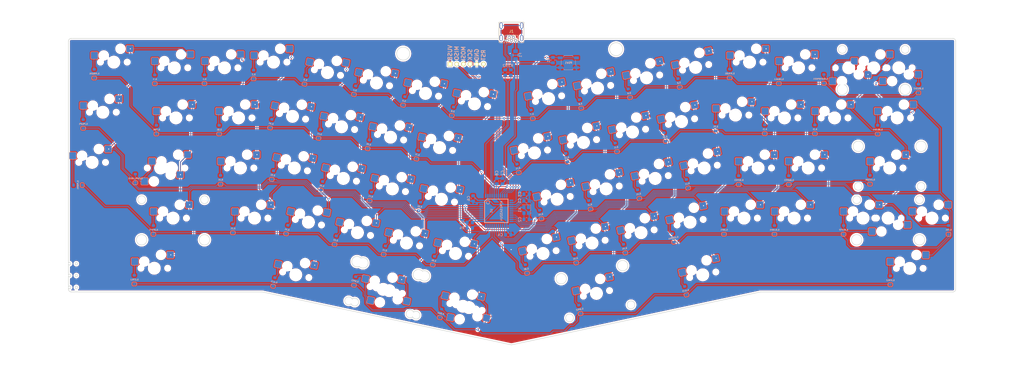
<source format=kicad_pcb>
(kicad_pcb (version 20171130) (host pcbnew 5.1.2)
  (layers (0 F.Cu signal) (31 B.Cu signal) (34 B.Paste user) (35 F.Paste user) (36 B.SilkS user) (37 F.SilkS user) (38 B.Mask user) (39 F.Mask user) (44 Edge.Cuts user))
  (net 0 "")
  (net 1 GND)
  (net 2 "Net-(D_1-Pad2)")
  (net 3 "Net-(D_2-Pad2)")
  (net 4 "Net-(D_3-Pad2)")
  (net 5 "Net-(D_4-Pad2)")
  (net 6 "Net-(D_5-Pad2)")
  (net 7 "Net-(D_6-Pad2)")
  (net 8 "Net-(D_7-Pad2)")
  (net 9 "Net-(D_8-Pad2)")
  (net 10 "Net-(D_9-Pad2)")
  (net 11 "Net-(D_0-Pad2)")
  (net 12 "Net-(D_B1-Pad2)")
  (net 13 "Net-(D_SHIFT1-Pad2)")
  (net 14 "Net-(D_ALT1-Pad2)")
  (net 15 "Net-(D_CTRL1-Pad2)")
  (net 16 "Net-(C8-Pad1)")
  (net 17 "Net-(D_[1-Pad2)")
  (net 18 "Net-(D_]1-Pad2)")
  (net 19 "Net-(D_`1-Pad2)")
  (net 20 "Net-(D_A1-Pad2)")
  (net 21 "Net-(D_ALT2-Pad2)")
  (net 22 "Net-(D_B2-Pad2)")
  (net 23 "Net-(D_BACKSPACE1-Pad2)")
  (net 24 "Net-(D_BSLSH1-Pad2)")
  (net 25 "Net-(D_C1-Pad2)")
  (net 26 "Net-(D_CAPS_LOCK1-Pad2)")
  (net 27 "Net-(D_COMMA1-Pad2)")
  (net 28 "Net-(D_CTRL2-Pad2)")
  (net 29 "Net-(D_D1-Pad2)")
  (net 30 "Net-(D_DOT1-Pad2)")
  (net 31 "Net-(D_E1-Pad2)")
  (net 32 "Net-(D_ENTER1-Pad2)")
  (net 33 "Net-(D_EQUAL1-Pad2)")
  (net 34 "Net-(D_F1-Pad2)")
  (net 35 "Net-(D_G1-Pad2)")
  (net 36 "Net-(D_H1-Pad2)")
  (net 37 "Net-(D_I1-Pad2)")
  (net 38 "Net-(D_J1-Pad2)")
  (net 39 "Net-(D_K1-Pad2)")
  (net 40 "Net-(D_L1-Pad2)")
  (net 41 "Net-(D_M1-Pad2)")
  (net 42 "Net-(D_MINUS1-Pad2)")
  (net 43 "Net-(D_N1-Pad2)")
  (net 44 "Net-(D_O1-Pad2)")
  (net 45 "Net-(D_P1-Pad2)")
  (net 46 "Net-(D_PGDN1-Pad2)")
  (net 47 "Net-(D_PGUP1-Pad2)")
  (net 48 "Net-(D_PRSCR1-Pad2)")
  (net 49 "Net-(D_Q1-Pad2)")
  (net 50 "Net-(D_QUOTE1-Pad2)")
  (net 51 "Net-(D_R1-Pad2)")
  (net 52 "Net-(D_S1-Pad2)")
  (net 53 "Net-(D_SEMIC1-Pad2)")
  (net 54 "Net-(D_SHIFT2-Pad2)")
  (net 55 "Net-(D_SLASH1-Pad2)")
  (net 56 "Net-(D_T1-Pad2)")
  (net 57 "Net-(D_TAB1-Pad2)")
  (net 58 "Net-(D_U1-Pad2)")
  (net 59 "Net-(D_V1-Pad2)")
  (net 60 "Net-(D_W1-Pad2)")
  (net 61 "Net-(D_X1-Pad2)")
  (net 62 "Net-(D_Y1-Pad2)")
  (net 63 "Net-(D_Z1-Pad2)")
  (net 64 "Net-(D_BSLSH2-Pad2)")
  (net 65 "Net-(C1-Pad1)")
  (net 66 "Net-(C2-Pad1)")
  (net 67 ROW0)
  (net 68 ROW4)
  (net 69 ROW3)
  (net 70 ROW1)
  (net 71 ROW2)
  (net 72 COL11)
  (net 73 COL2)
  (net 74 COL3)
  (net 75 COL4)
  (net 76 COL5)
  (net 77 COL6)
  (net 78 COL7)
  (net 79 COL8)
  (net 80 COL9)
  (net 81 COL10)
  (net 82 COL13)
  (net 83 COL12)
  (net 84 COL1)
  (net 85 COL14)
  (net 86 COL0)
  (net 87 "Net-(R2-Pad1)")
  (net 88 "Net-(R3-Pad1)")
  (net 89 "Net-(R4-Pad2)")
  (net 90 "Net-(U1-Pad12)")
  (net 91 MISO)
  (net 92 SCK)
  (net 93 MOSI)
  (net 94 RST)
  (net 95 +5V)
  (net 96 VCC)
  (net 97 "Net-(U1-Pad42)")
  (net 98 "Net-(J1-Pad2)")
  (net 99 "Net-(J1-Pad3)")
  (net 100 "Net-(J1-Pad4)")
  (net 101 "Net-(U1-Pad18)")
  (net 102 "Net-(D_FN1-Pad2)")
  (net 103 "Net-(D_GUI1-Pad2)")
  (net 104 "Net-(D_SPC1-Pad2)")
  (net 105 "Net-(D_SPC2-Pad2)")
  (net 106 "Net-(J1-Pad6)")
  (module acheronKeyboardSwitches:MX100H (layer B.Cu) (at 441.483 215.24625)
    (fp_text reference K_SHIFT2_2)
    (fp_text value KEYSW)
    (pad "" np_thru_hole circle (at 0 0) (size 3.9878 3.9878) (drill 3.9878) (layers *.Cu *.Mask))
    (pad "" np_thru_hole circle (at 3.81 2.54) (size 3.048 3.048) (drill 3.048) (layers *.Cu *.Mask))
    (pad "" np_thru_hole circle (at -2.54 5.08) (size 3.048 3.048) (drill 3.048) (layers *.Cu *.Mask))
    (pad "" np_thru_hole circle (at 5.08 0) (size 1.7018 1.7018) (drill 1.7018) (layers *.Cu *.Mask))
    (pad "" np_thru_hole circle (at -5.08 0) (size 1.7018 1.7018) (drill 1.7018) (layers *.Cu *.Mask))
    (pad 2 smd roundrect (at 7.366 2.54) (size 2.54 2.54) (layers B.Cu B.Paste B.Mask) (roundrect_rratio 0.1) (net 82 COL13))
    (pad 1 smd roundrect (at -6.096 5.08) (size 2.54 2.54) (layers B.Cu B.Paste B.Mask) (roundrect_rratio 0.1) (net 54 "Net-(D_SHIFT2-Pad2)"))
  )
  (module acheronKeyboardSwitches:MX100H (layer B.Cu) (at 458.15375 215.24625 180)
    (fp_text reference K_FN1)
    (fp_text value KEYSW)
    (pad "" np_thru_hole circle (at 0 0 180) (size 3.9878 3.9878) (drill 3.9878) (layers *.Cu *.Mask))
    (pad "" np_thru_hole circle (at 3.81 2.54 180) (size 3.048 3.048) (drill 3.048) (layers *.Cu *.Mask))
    (pad "" np_thru_hole circle (at -2.54 5.08 180) (size 3.048 3.048) (drill 3.048) (layers *.Cu *.Mask))
    (pad "" np_thru_hole circle (at 5.08 0 180) (size 1.7018 1.7018) (drill 1.7018) (layers *.Cu *.Mask))
    (pad "" np_thru_hole circle (at -5.08 0 180) (size 1.7018 1.7018) (drill 1.7018) (layers *.Cu *.Mask))
    (pad 2 smd roundrect (at 7.366 2.54 180) (size 2.54 2.54) (layers B.Cu B.Paste B.Mask) (roundrect_rratio 0.1) (net 102 "Net-(D_FN1-Pad2)"))
    (pad 1 smd roundrect (at -6.096 5.08 180) (size 2.54 2.54) (layers B.Cu B.Paste B.Mask) (roundrect_rratio 0.1) (net 85 COL14))
  )
  (module acheronKeyboardSwitches:MX100H (layer B.Cu) (at 405.765 215.24625 180)
    (fp_text reference K_SLASH1)
    (fp_text value KEYSW)
    (pad "" np_thru_hole circle (at 0 0 180) (size 3.9878 3.9878) (drill 3.9878) (layers *.Cu *.Mask))
    (pad "" np_thru_hole circle (at 3.81 2.54 180) (size 3.048 3.048) (drill 3.048) (layers *.Cu *.Mask))
    (pad "" np_thru_hole circle (at -2.54 5.08 180) (size 3.048 3.048) (drill 3.048) (layers *.Cu *.Mask))
    (pad "" np_thru_hole circle (at 5.08 0 180) (size 1.7018 1.7018) (drill 1.7018) (layers *.Cu *.Mask))
    (pad "" np_thru_hole circle (at -5.08 0 180) (size 1.7018 1.7018) (drill 1.7018) (layers *.Cu *.Mask))
    (pad 2 smd roundrect (at 7.366 2.54 180) (size 2.54 2.54) (layers B.Cu B.Paste B.Mask) (roundrect_rratio 0.1) (net 55 "Net-(D_SLASH1-Pad2)"))
    (pad 1 smd roundrect (at -6.096 5.08 180) (size 2.54 2.54) (layers B.Cu B.Paste B.Mask) (roundrect_rratio 0.1) (net 83 COL12))
  )
  (module acheronKeyboardSwitches:MX100H (layer B.Cu) (at 386.715 215.24625 180)
    (fp_text reference K_DOT1)
    (fp_text value KEYSW)
    (pad "" np_thru_hole circle (at 0 0 180) (size 3.9878 3.9878) (drill 3.9878) (layers *.Cu *.Mask))
    (pad "" np_thru_hole circle (at 3.81 2.54 180) (size 3.048 3.048) (drill 3.048) (layers *.Cu *.Mask))
    (pad "" np_thru_hole circle (at -2.54 5.08 180) (size 3.048 3.048) (drill 3.048) (layers *.Cu *.Mask))
    (pad "" np_thru_hole circle (at 5.08 0 180) (size 1.7018 1.7018) (drill 1.7018) (layers *.Cu *.Mask))
    (pad "" np_thru_hole circle (at -5.08 0 180) (size 1.7018 1.7018) (drill 1.7018) (layers *.Cu *.Mask))
    (pad 2 smd roundrect (at 7.366 2.54 180) (size 2.54 2.54) (layers B.Cu B.Paste B.Mask) (roundrect_rratio 0.1) (net 30 "Net-(D_DOT1-Pad2)"))
    (pad 1 smd roundrect (at -6.096 5.08 180) (size 2.54 2.54) (layers B.Cu B.Paste B.Mask) (roundrect_rratio 0.1) (net 72 COL11))
  )
  (module acheronKeyboardSwitches:MX100H (layer B.Cu) (at 366.215 216.80625 192)
    (fp_text reference K_COMMA1)
    (fp_text value KEYSW)
    (pad "" np_thru_hole circle (at 0 0 192) (size 3.9878 3.9878) (drill 3.9878) (layers *.Cu *.Mask))
    (pad "" np_thru_hole circle (at 3.81 2.54 192) (size 3.048 3.048) (drill 3.048) (layers *.Cu *.Mask))
    (pad "" np_thru_hole circle (at -2.54 5.08 192) (size 3.048 3.048) (drill 3.048) (layers *.Cu *.Mask))
    (pad "" np_thru_hole circle (at 5.08 0 192) (size 1.7018 1.7018) (drill 1.7018) (layers *.Cu *.Mask))
    (pad "" np_thru_hole circle (at -5.08 0 192) (size 1.7018 1.7018) (drill 1.7018) (layers *.Cu *.Mask))
    (pad 2 smd roundrect (at 7.366 2.54 192) (size 2.54 2.54) (layers B.Cu B.Paste B.Mask) (roundrect_rratio 0.1) (net 27 "Net-(D_COMMA1-Pad2)"))
    (pad 1 smd roundrect (at -6.096 5.08 192) (size 2.54 2.54) (layers B.Cu B.Paste B.Mask) (roundrect_rratio 0.1) (net 81 COL10))
  )
  (module acheronKeyboardSwitches:MX100H (layer B.Cu) (at 347.581288 220.766968 192)
    (fp_text reference K_M1)
    (fp_text value KEYSW)
    (pad "" np_thru_hole circle (at 0 0 192) (size 3.9878 3.9878) (drill 3.9878) (layers *.Cu *.Mask))
    (pad "" np_thru_hole circle (at 3.81 2.54 192) (size 3.048 3.048) (drill 3.048) (layers *.Cu *.Mask))
    (pad "" np_thru_hole circle (at -2.54 5.08 192) (size 3.048 3.048) (drill 3.048) (layers *.Cu *.Mask))
    (pad "" np_thru_hole circle (at 5.08 0 192) (size 1.7018 1.7018) (drill 1.7018) (layers *.Cu *.Mask))
    (pad "" np_thru_hole circle (at -5.08 0 192) (size 1.7018 1.7018) (drill 1.7018) (layers *.Cu *.Mask))
    (pad 2 smd roundrect (at 7.366 2.54 192) (size 2.54 2.54) (layers B.Cu B.Paste B.Mask) (roundrect_rratio 0.1) (net 41 "Net-(D_M1-Pad2)"))
    (pad 1 smd roundrect (at -6.096 5.08 192) (size 2.54 2.54) (layers B.Cu B.Paste B.Mask) (roundrect_rratio 0.1) (net 80 COL9))
  )
  (module acheronKeyboardSwitches:MX100H (layer B.Cu) (at 328.947576 224.727685 192)
    (fp_text reference K_N1)
    (fp_text value KEYSW)
    (pad "" np_thru_hole circle (at 0 0 192) (size 3.9878 3.9878) (drill 3.9878) (layers *.Cu *.Mask))
    (pad "" np_thru_hole circle (at 3.81 2.54 192) (size 3.048 3.048) (drill 3.048) (layers *.Cu *.Mask))
    (pad "" np_thru_hole circle (at -2.54 5.08 192) (size 3.048 3.048) (drill 3.048) (layers *.Cu *.Mask))
    (pad "" np_thru_hole circle (at 5.08 0 192) (size 1.7018 1.7018) (drill 1.7018) (layers *.Cu *.Mask))
    (pad "" np_thru_hole circle (at -5.08 0 192) (size 1.7018 1.7018) (drill 1.7018) (layers *.Cu *.Mask))
    (pad 2 smd roundrect (at 7.366 2.54 192) (size 2.54 2.54) (layers B.Cu B.Paste B.Mask) (roundrect_rratio 0.1) (net 43 "Net-(D_N1-Pad2)"))
    (pad 1 smd roundrect (at -6.096 5.08 192) (size 2.54 2.54) (layers B.Cu B.Paste B.Mask) (roundrect_rratio 0.1) (net 79 COL8))
  )
  (module acheronKeyboardSwitches:MX100H (layer B.Cu) (at 258.392424 224.727685 168)
    (fp_text reference K_V1)
    (fp_text value KEYSW)
    (pad "" np_thru_hole circle (at 0 0 168) (size 3.9878 3.9878) (drill 3.9878) (layers *.Cu *.Mask))
    (pad "" np_thru_hole circle (at 3.81 2.54 168) (size 3.048 3.048) (drill 3.048) (layers *.Cu *.Mask))
    (pad "" np_thru_hole circle (at -2.54 5.08 168) (size 3.048 3.048) (drill 3.048) (layers *.Cu *.Mask))
    (pad "" np_thru_hole circle (at 5.08 0 168) (size 1.7018 1.7018) (drill 1.7018) (layers *.Cu *.Mask))
    (pad "" np_thru_hole circle (at -5.08 0 168) (size 1.7018 1.7018) (drill 1.7018) (layers *.Cu *.Mask))
    (pad 2 smd roundrect (at 7.366 2.54 168) (size 2.54 2.54) (layers B.Cu B.Paste B.Mask) (roundrect_rratio 0.1) (net 59 "Net-(D_V1-Pad2)"))
    (pad 1 smd roundrect (at -6.096 5.08 168) (size 2.54 2.54) (layers B.Cu B.Paste B.Mask) (roundrect_rratio 0.1) (net 76 COL5))
  )
  (module acheronKeyboardSwitches:MX100H (layer B.Cu) (at 239.758712 220.766968 168)
    (fp_text reference K_C1)
    (fp_text value KEYSW)
    (pad "" np_thru_hole circle (at 0 0 168) (size 3.9878 3.9878) (drill 3.9878) (layers *.Cu *.Mask))
    (pad "" np_thru_hole circle (at 3.81 2.54 168) (size 3.048 3.048) (drill 3.048) (layers *.Cu *.Mask))
    (pad "" np_thru_hole circle (at -2.54 5.08 168) (size 3.048 3.048) (drill 3.048) (layers *.Cu *.Mask))
    (pad "" np_thru_hole circle (at 5.08 0 168) (size 1.7018 1.7018) (drill 1.7018) (layers *.Cu *.Mask))
    (pad "" np_thru_hole circle (at -5.08 0 168) (size 1.7018 1.7018) (drill 1.7018) (layers *.Cu *.Mask))
    (pad 2 smd roundrect (at 7.366 2.54 168) (size 2.54 2.54) (layers B.Cu B.Paste B.Mask) (roundrect_rratio 0.1) (net 25 "Net-(D_C1-Pad2)"))
    (pad 1 smd roundrect (at -6.096 5.08 168) (size 2.54 2.54) (layers B.Cu B.Paste B.Mask) (roundrect_rratio 0.1) (net 75 COL4))
  )
  (module acheronKeyboardSwitches:MX100H (layer B.Cu) (at 221.125 216.80625 168)
    (fp_text reference K_X1)
    (fp_text value KEYSW)
    (pad "" np_thru_hole circle (at 0 0 168) (size 3.9878 3.9878) (drill 3.9878) (layers *.Cu *.Mask))
    (pad "" np_thru_hole circle (at 3.81 2.54 168) (size 3.048 3.048) (drill 3.048) (layers *.Cu *.Mask))
    (pad "" np_thru_hole circle (at -2.54 5.08 168) (size 3.048 3.048) (drill 3.048) (layers *.Cu *.Mask))
    (pad "" np_thru_hole circle (at 5.08 0 168) (size 1.7018 1.7018) (drill 1.7018) (layers *.Cu *.Mask))
    (pad "" np_thru_hole circle (at -5.08 0 168) (size 1.7018 1.7018) (drill 1.7018) (layers *.Cu *.Mask))
    (pad 2 smd roundrect (at 7.366 2.54 168) (size 2.54 2.54) (layers B.Cu B.Paste B.Mask) (roundrect_rratio 0.1) (net 61 "Net-(D_X1-Pad2)"))
    (pad 1 smd roundrect (at -6.096 5.08 168) (size 2.54 2.54) (layers B.Cu B.Paste B.Mask) (roundrect_rratio 0.1) (net 74 COL3))
  )
  (module acheronKeyboardSwitches:MX100H (layer B.Cu) (at 200.625 215.24625 180)
    (fp_text reference K_Z1)
    (fp_text value KEYSW)
    (pad "" np_thru_hole circle (at 0 0 180) (size 3.9878 3.9878) (drill 3.9878) (layers *.Cu *.Mask))
    (pad "" np_thru_hole circle (at 3.81 2.54 180) (size 3.048 3.048) (drill 3.048) (layers *.Cu *.Mask))
    (pad "" np_thru_hole circle (at -2.54 5.08 180) (size 3.048 3.048) (drill 3.048) (layers *.Cu *.Mask))
    (pad "" np_thru_hole circle (at 5.08 0 180) (size 1.7018 1.7018) (drill 1.7018) (layers *.Cu *.Mask))
    (pad "" np_thru_hole circle (at -5.08 0 180) (size 1.7018 1.7018) (drill 1.7018) (layers *.Cu *.Mask))
    (pad 2 smd roundrect (at 7.366 2.54 180) (size 2.54 2.54) (layers B.Cu B.Paste B.Mask) (roundrect_rratio 0.1) (net 63 "Net-(D_Z1-Pad2)"))
    (pad 1 smd roundrect (at -6.096 5.08 180) (size 2.54 2.54) (layers B.Cu B.Paste B.Mask) (roundrect_rratio 0.1) (net 73 COL2))
  )
  (module acheronKeyboardSwitches:MX100H (layer B.Cu) (at 411.125 196.19625 180)
    (fp_text reference K_QUOTE1)
    (fp_text value KEYSW)
    (pad "" np_thru_hole circle (at 0 0 180) (size 3.9878 3.9878) (drill 3.9878) (layers *.Cu *.Mask))
    (pad "" np_thru_hole circle (at 3.81 2.54 180) (size 3.048 3.048) (drill 3.048) (layers *.Cu *.Mask))
    (pad "" np_thru_hole circle (at -2.54 5.08 180) (size 3.048 3.048) (drill 3.048) (layers *.Cu *.Mask))
    (pad "" np_thru_hole circle (at 5.08 0 180) (size 1.7018 1.7018) (drill 1.7018) (layers *.Cu *.Mask))
    (pad "" np_thru_hole circle (at -5.08 0 180) (size 1.7018 1.7018) (drill 1.7018) (layers *.Cu *.Mask))
    (pad 2 smd roundrect (at 7.366 2.54 180) (size 2.54 2.54) (layers B.Cu B.Paste B.Mask) (roundrect_rratio 0.1) (net 50 "Net-(D_QUOTE1-Pad2)"))
    (pad 1 smd roundrect (at -6.096 5.08 180) (size 2.54 2.54) (layers B.Cu B.Paste B.Mask) (roundrect_rratio 0.1) (net 83 COL12))
  )
  (module acheronKeyboardSwitches:MX100H (layer B.Cu) (at 392.075 196.19625 180)
    (fp_text reference K_SEMIC1)
    (fp_text value KEYSW)
    (pad "" np_thru_hole circle (at 0 0 180) (size 3.9878 3.9878) (drill 3.9878) (layers *.Cu *.Mask))
    (pad "" np_thru_hole circle (at 3.81 2.54 180) (size 3.048 3.048) (drill 3.048) (layers *.Cu *.Mask))
    (pad "" np_thru_hole circle (at -2.54 5.08 180) (size 3.048 3.048) (drill 3.048) (layers *.Cu *.Mask))
    (pad "" np_thru_hole circle (at 5.08 0 180) (size 1.7018 1.7018) (drill 1.7018) (layers *.Cu *.Mask))
    (pad "" np_thru_hole circle (at -5.08 0 180) (size 1.7018 1.7018) (drill 1.7018) (layers *.Cu *.Mask))
    (pad 2 smd roundrect (at 7.366 2.54 180) (size 2.54 2.54) (layers B.Cu B.Paste B.Mask) (roundrect_rratio 0.1) (net 53 "Net-(D_SEMIC1-Pad2)"))
    (pad 1 smd roundrect (at -6.096 5.08 180) (size 2.54 2.54) (layers B.Cu B.Paste B.Mask) (roundrect_rratio 0.1) (net 72 COL11))
  )
  (module acheronKeyboardSwitches:MX100H (layer B.Cu) (at 371.575 196.19625 192)
    (fp_text reference K_L1)
    (fp_text value KEYSW)
    (pad "" np_thru_hole circle (at 0 0 192) (size 3.9878 3.9878) (drill 3.9878) (layers *.Cu *.Mask))
    (pad "" np_thru_hole circle (at 3.81 2.54 192) (size 3.048 3.048) (drill 3.048) (layers *.Cu *.Mask))
    (pad "" np_thru_hole circle (at -2.54 5.08 192) (size 3.048 3.048) (drill 3.048) (layers *.Cu *.Mask))
    (pad "" np_thru_hole circle (at 5.08 0 192) (size 1.7018 1.7018) (drill 1.7018) (layers *.Cu *.Mask))
    (pad "" np_thru_hole circle (at -5.08 0 192) (size 1.7018 1.7018) (drill 1.7018) (layers *.Cu *.Mask))
    (pad 2 smd roundrect (at 7.366 2.54 192) (size 2.54 2.54) (layers B.Cu B.Paste B.Mask) (roundrect_rratio 0.1) (net 40 "Net-(D_L1-Pad2)"))
    (pad 1 smd roundrect (at -6.096 5.08 192) (size 2.54 2.54) (layers B.Cu B.Paste B.Mask) (roundrect_rratio 0.1) (net 81 COL10))
  )
  (module acheronKeyboardSwitches:MX100H (layer B.Cu) (at 352.941288 200.156968 192)
    (fp_text reference K_K1)
    (fp_text value KEYSW)
    (pad "" np_thru_hole circle (at 0 0 192) (size 3.9878 3.9878) (drill 3.9878) (layers *.Cu *.Mask))
    (pad "" np_thru_hole circle (at 3.81 2.54 192) (size 3.048 3.048) (drill 3.048) (layers *.Cu *.Mask))
    (pad "" np_thru_hole circle (at -2.54 5.08 192) (size 3.048 3.048) (drill 3.048) (layers *.Cu *.Mask))
    (pad "" np_thru_hole circle (at 5.08 0 192) (size 1.7018 1.7018) (drill 1.7018) (layers *.Cu *.Mask))
    (pad "" np_thru_hole circle (at -5.08 0 192) (size 1.7018 1.7018) (drill 1.7018) (layers *.Cu *.Mask))
    (pad 2 smd roundrect (at 7.366 2.54 192) (size 2.54 2.54) (layers B.Cu B.Paste B.Mask) (roundrect_rratio 0.1) (net 39 "Net-(D_K1-Pad2)"))
    (pad 1 smd roundrect (at -6.096 5.08 192) (size 2.54 2.54) (layers B.Cu B.Paste B.Mask) (roundrect_rratio 0.1) (net 80 COL9))
  )
  (module acheronKeyboardSwitches:MX100H (layer B.Cu) (at 334.307576 204.117685 192)
    (fp_text reference K_J1)
    (fp_text value KEYSW)
    (pad "" np_thru_hole circle (at 0 0 192) (size 3.9878 3.9878) (drill 3.9878) (layers *.Cu *.Mask))
    (pad "" np_thru_hole circle (at 3.81 2.54 192) (size 3.048 3.048) (drill 3.048) (layers *.Cu *.Mask))
    (pad "" np_thru_hole circle (at -2.54 5.08 192) (size 3.048 3.048) (drill 3.048) (layers *.Cu *.Mask))
    (pad "" np_thru_hole circle (at 5.08 0 192) (size 1.7018 1.7018) (drill 1.7018) (layers *.Cu *.Mask))
    (pad "" np_thru_hole circle (at -5.08 0 192) (size 1.7018 1.7018) (drill 1.7018) (layers *.Cu *.Mask))
    (pad 2 smd roundrect (at 7.366 2.54 192) (size 2.54 2.54) (layers B.Cu B.Paste B.Mask) (roundrect_rratio 0.1) (net 38 "Net-(D_J1-Pad2)"))
    (pad 1 smd roundrect (at -6.096 5.08 192) (size 2.54 2.54) (layers B.Cu B.Paste B.Mask) (roundrect_rratio 0.1) (net 79 COL8))
  )
  (module acheronKeyboardSwitches:MX100H (layer B.Cu) (at 271.676135 208.078403 168)
    (fp_text reference K_G1)
    (fp_text value KEYSW)
    (pad "" np_thru_hole circle (at 0 0 168) (size 3.9878 3.9878) (drill 3.9878) (layers *.Cu *.Mask))
    (pad "" np_thru_hole circle (at 3.81 2.54 168) (size 3.048 3.048) (drill 3.048) (layers *.Cu *.Mask))
    (pad "" np_thru_hole circle (at -2.54 5.08 168) (size 3.048 3.048) (drill 3.048) (layers *.Cu *.Mask))
    (pad "" np_thru_hole circle (at 5.08 0 168) (size 1.7018 1.7018) (drill 1.7018) (layers *.Cu *.Mask))
    (pad "" np_thru_hole circle (at -5.08 0 168) (size 1.7018 1.7018) (drill 1.7018) (layers *.Cu *.Mask))
    (pad 2 smd roundrect (at 7.366 2.54 168) (size 2.54 2.54) (layers B.Cu B.Paste B.Mask) (roundrect_rratio 0.1) (net 35 "Net-(D_G1-Pad2)"))
    (pad 1 smd roundrect (at -6.096 5.08 168) (size 2.54 2.54) (layers B.Cu B.Paste B.Mask) (roundrect_rratio 0.1) (net 77 COL6))
  )
  (module acheronKeyboardSwitches:MX100H (layer B.Cu) (at 253.042424 204.117685 168)
    (fp_text reference K_F1)
    (fp_text value KEYSW)
    (pad "" np_thru_hole circle (at 0 0 168) (size 3.9878 3.9878) (drill 3.9878) (layers *.Cu *.Mask))
    (pad "" np_thru_hole circle (at 3.81 2.54 168) (size 3.048 3.048) (drill 3.048) (layers *.Cu *.Mask))
    (pad "" np_thru_hole circle (at -2.54 5.08 168) (size 3.048 3.048) (drill 3.048) (layers *.Cu *.Mask))
    (pad "" np_thru_hole circle (at 5.08 0 168) (size 1.7018 1.7018) (drill 1.7018) (layers *.Cu *.Mask))
    (pad "" np_thru_hole circle (at -5.08 0 168) (size 1.7018 1.7018) (drill 1.7018) (layers *.Cu *.Mask))
    (pad 2 smd roundrect (at 7.366 2.54 168) (size 2.54 2.54) (layers B.Cu B.Paste B.Mask) (roundrect_rratio 0.1) (net 34 "Net-(D_F1-Pad2)"))
    (pad 1 smd roundrect (at -6.096 5.08 168) (size 2.54 2.54) (layers B.Cu B.Paste B.Mask) (roundrect_rratio 0.1) (net 76 COL5))
  )
  (module acheronKeyboardSwitches:MX100H (layer B.Cu) (at 234.408712 200.156968 168)
    (fp_text reference K_D1)
    (fp_text value KEYSW)
    (pad "" np_thru_hole circle (at 0 0 168) (size 3.9878 3.9878) (drill 3.9878) (layers *.Cu *.Mask))
    (pad "" np_thru_hole circle (at 3.81 2.54 168) (size 3.048 3.048) (drill 3.048) (layers *.Cu *.Mask))
    (pad "" np_thru_hole circle (at -2.54 5.08 168) (size 3.048 3.048) (drill 3.048) (layers *.Cu *.Mask))
    (pad "" np_thru_hole circle (at 5.08 0 168) (size 1.7018 1.7018) (drill 1.7018) (layers *.Cu *.Mask))
    (pad "" np_thru_hole circle (at -5.08 0 168) (size 1.7018 1.7018) (drill 1.7018) (layers *.Cu *.Mask))
    (pad 2 smd roundrect (at 7.366 2.54 168) (size 2.54 2.54) (layers B.Cu B.Paste B.Mask) (roundrect_rratio 0.1) (net 29 "Net-(D_D1-Pad2)"))
    (pad 1 smd roundrect (at -6.096 5.08 168) (size 2.54 2.54) (layers B.Cu B.Paste B.Mask) (roundrect_rratio 0.1) (net 75 COL4))
  )
  (module acheronKeyboardSwitches:MX100H (layer B.Cu) (at 215.775 196.19625 168)
    (fp_text reference K_S1)
    (fp_text value KEYSW)
    (pad "" np_thru_hole circle (at 0 0 168) (size 3.9878 3.9878) (drill 3.9878) (layers *.Cu *.Mask))
    (pad "" np_thru_hole circle (at 3.81 2.54 168) (size 3.048 3.048) (drill 3.048) (layers *.Cu *.Mask))
    (pad "" np_thru_hole circle (at -2.54 5.08 168) (size 3.048 3.048) (drill 3.048) (layers *.Cu *.Mask))
    (pad "" np_thru_hole circle (at 5.08 0 168) (size 1.7018 1.7018) (drill 1.7018) (layers *.Cu *.Mask))
    (pad "" np_thru_hole circle (at -5.08 0 168) (size 1.7018 1.7018) (drill 1.7018) (layers *.Cu *.Mask))
    (pad 2 smd roundrect (at 7.366 2.54 168) (size 2.54 2.54) (layers B.Cu B.Paste B.Mask) (roundrect_rratio 0.1) (net 52 "Net-(D_S1-Pad2)"))
    (pad 1 smd roundrect (at -6.096 5.08 168) (size 2.54 2.54) (layers B.Cu B.Paste B.Mask) (roundrect_rratio 0.1) (net 74 COL3))
  )
  (module acheronKeyboardSwitches:MX100H (layer B.Cu) (at 138.915 194.05625 180)
    (fp_text reference K_PGDN1)
    (fp_text value KEYSW)
    (pad "" np_thru_hole circle (at 0 0 180) (size 3.9878 3.9878) (drill 3.9878) (layers *.Cu *.Mask))
    (pad "" np_thru_hole circle (at 3.81 2.54 180) (size 3.048 3.048) (drill 3.048) (layers *.Cu *.Mask))
    (pad "" np_thru_hole circle (at -2.54 5.08 180) (size 3.048 3.048) (drill 3.048) (layers *.Cu *.Mask))
    (pad "" np_thru_hole circle (at 5.08 0 180) (size 1.7018 1.7018) (drill 1.7018) (layers *.Cu *.Mask))
    (pad "" np_thru_hole circle (at -5.08 0 180) (size 1.7018 1.7018) (drill 1.7018) (layers *.Cu *.Mask))
    (pad 2 smd roundrect (at 7.366 2.54 180) (size 2.54 2.54) (layers B.Cu B.Paste B.Mask) (roundrect_rratio 0.1) (net 46 "Net-(D_PGDN1-Pad2)"))
    (pad 1 smd roundrect (at -6.096 5.08 180) (size 2.54 2.54) (layers B.Cu B.Paste B.Mask) (roundrect_rratio 0.1) (net 86 COL0))
  )
  (module acheronKeyboardSwitches:MX100H (layer B.Cu) (at 421.135 177.14625 180)
    (fp_text reference K_]1)
    (fp_text value KEYSW)
    (pad "" np_thru_hole circle (at 0 0 180) (size 3.9878 3.9878) (drill 3.9878) (layers *.Cu *.Mask))
    (pad "" np_thru_hole circle (at 3.81 2.54 180) (size 3.048 3.048) (drill 3.048) (layers *.Cu *.Mask))
    (pad "" np_thru_hole circle (at -2.54 5.08 180) (size 3.048 3.048) (drill 3.048) (layers *.Cu *.Mask))
    (pad "" np_thru_hole circle (at 5.08 0 180) (size 1.7018 1.7018) (drill 1.7018) (layers *.Cu *.Mask))
    (pad "" np_thru_hole circle (at -5.08 0 180) (size 1.7018 1.7018) (drill 1.7018) (layers *.Cu *.Mask))
    (pad 2 smd roundrect (at 7.366 2.54 180) (size 2.54 2.54) (layers B.Cu B.Paste B.Mask) (roundrect_rratio 0.1) (net 18 "Net-(D_]1-Pad2)"))
    (pad 1 smd roundrect (at -6.096 5.08 180) (size 2.54 2.54) (layers B.Cu B.Paste B.Mask) (roundrect_rratio 0.1) (net 82 COL13))
  )
  (module acheronKeyboardSwitches:MX100H (layer B.Cu) (at 402.085 177.14625 180)
    (fp_text reference K_[1)
    (fp_text value KEYSW)
    (pad "" np_thru_hole circle (at 0 0 180) (size 3.9878 3.9878) (drill 3.9878) (layers *.Cu *.Mask))
    (pad "" np_thru_hole circle (at 3.81 2.54 180) (size 3.048 3.048) (drill 3.048) (layers *.Cu *.Mask))
    (pad "" np_thru_hole circle (at -2.54 5.08 180) (size 3.048 3.048) (drill 3.048) (layers *.Cu *.Mask))
    (pad "" np_thru_hole circle (at 5.08 0 180) (size 1.7018 1.7018) (drill 1.7018) (layers *.Cu *.Mask))
    (pad "" np_thru_hole circle (at -5.08 0 180) (size 1.7018 1.7018) (drill 1.7018) (layers *.Cu *.Mask))
    (pad 2 smd roundrect (at 7.366 2.54 180) (size 2.54 2.54) (layers B.Cu B.Paste B.Mask) (roundrect_rratio 0.1) (net 17 "Net-(D_[1-Pad2)"))
    (pad 1 smd roundrect (at -6.096 5.08 180) (size 2.54 2.54) (layers B.Cu B.Paste B.Mask) (roundrect_rratio 0.1) (net 83 COL12))
  )
  (module acheronKeyboardSwitches:MX100H (layer B.Cu) (at 383.455 176.08625 180)
    (fp_text reference K_P1)
    (fp_text value KEYSW)
    (pad "" np_thru_hole circle (at 0 0 180) (size 3.9878 3.9878) (drill 3.9878) (layers *.Cu *.Mask))
    (pad "" np_thru_hole circle (at 3.81 2.54 180) (size 3.048 3.048) (drill 3.048) (layers *.Cu *.Mask))
    (pad "" np_thru_hole circle (at -2.54 5.08 180) (size 3.048 3.048) (drill 3.048) (layers *.Cu *.Mask))
    (pad "" np_thru_hole circle (at 5.08 0 180) (size 1.7018 1.7018) (drill 1.7018) (layers *.Cu *.Mask))
    (pad "" np_thru_hole circle (at -5.08 0 180) (size 1.7018 1.7018) (drill 1.7018) (layers *.Cu *.Mask))
    (pad 2 smd roundrect (at 7.366 2.54 180) (size 2.54 2.54) (layers B.Cu B.Paste B.Mask) (roundrect_rratio 0.1) (net 45 "Net-(D_P1-Pad2)"))
    (pad 1 smd roundrect (at -6.096 5.08 180) (size 2.54 2.54) (layers B.Cu B.Paste B.Mask) (roundrect_rratio 0.1) (net 72 COL11))
  )
  (module acheronKeyboardSwitches:MX100H (layer B.Cu) (at 362.955 178.54625 192)
    (fp_text reference K_O1)
    (fp_text value KEYSW)
    (pad "" np_thru_hole circle (at 0 0 192) (size 3.9878 3.9878) (drill 3.9878) (layers *.Cu *.Mask))
    (pad "" np_thru_hole circle (at 3.81 2.54 192) (size 3.048 3.048) (drill 3.048) (layers *.Cu *.Mask))
    (pad "" np_thru_hole circle (at -2.54 5.08 192) (size 3.048 3.048) (drill 3.048) (layers *.Cu *.Mask))
    (pad "" np_thru_hole circle (at 5.08 0 192) (size 1.7018 1.7018) (drill 1.7018) (layers *.Cu *.Mask))
    (pad "" np_thru_hole circle (at -5.08 0 192) (size 1.7018 1.7018) (drill 1.7018) (layers *.Cu *.Mask))
    (pad 2 smd roundrect (at 7.366 2.54 192) (size 2.54 2.54) (layers B.Cu B.Paste B.Mask) (roundrect_rratio 0.1) (net 44 "Net-(D_O1-Pad2)"))
    (pad 1 smd roundrect (at -6.096 5.08 192) (size 2.54 2.54) (layers B.Cu B.Paste B.Mask) (roundrect_rratio 0.1) (net 81 COL10))
  )
  (module acheronKeyboardSwitches:MX100H (layer B.Cu) (at 344.321288 182.506968 192)
    (fp_text reference K_I1)
    (fp_text value KEYSW)
    (pad "" np_thru_hole circle (at 0 0 192) (size 3.9878 3.9878) (drill 3.9878) (layers *.Cu *.Mask))
    (pad "" np_thru_hole circle (at 3.81 2.54 192) (size 3.048 3.048) (drill 3.048) (layers *.Cu *.Mask))
    (pad "" np_thru_hole circle (at -2.54 5.08 192) (size 3.048 3.048) (drill 3.048) (layers *.Cu *.Mask))
    (pad "" np_thru_hole circle (at 5.08 0 192) (size 1.7018 1.7018) (drill 1.7018) (layers *.Cu *.Mask))
    (pad "" np_thru_hole circle (at -5.08 0 192) (size 1.7018 1.7018) (drill 1.7018) (layers *.Cu *.Mask))
    (pad 2 smd roundrect (at 7.366 2.54 192) (size 2.54 2.54) (layers B.Cu B.Paste B.Mask) (roundrect_rratio 0.1) (net 37 "Net-(D_I1-Pad2)"))
    (pad 1 smd roundrect (at -6.096 5.08 192) (size 2.54 2.54) (layers B.Cu B.Paste B.Mask) (roundrect_rratio 0.1) (net 80 COL9))
  )
  (module acheronKeyboardSwitches:MX100H (layer B.Cu) (at 325.687576 186.467685 192)
    (fp_text reference K_U1)
    (fp_text value KEYSW)
    (pad "" np_thru_hole circle (at 0 0 192) (size 3.9878 3.9878) (drill 3.9878) (layers *.Cu *.Mask))
    (pad "" np_thru_hole circle (at 3.81 2.54 192) (size 3.048 3.048) (drill 3.048) (layers *.Cu *.Mask))
    (pad "" np_thru_hole circle (at -2.54 5.08 192) (size 3.048 3.048) (drill 3.048) (layers *.Cu *.Mask))
    (pad "" np_thru_hole circle (at 5.08 0 192) (size 1.7018 1.7018) (drill 1.7018) (layers *.Cu *.Mask))
    (pad "" np_thru_hole circle (at -5.08 0 192) (size 1.7018 1.7018) (drill 1.7018) (layers *.Cu *.Mask))
    (pad 2 smd roundrect (at 7.366 2.54 192) (size 2.54 2.54) (layers B.Cu B.Paste B.Mask) (roundrect_rratio 0.1) (net 58 "Net-(D_U1-Pad2)"))
    (pad 1 smd roundrect (at -6.096 5.08 192) (size 2.54 2.54) (layers B.Cu B.Paste B.Mask) (roundrect_rratio 0.1) (net 79 COL8))
  )
  (module acheronKeyboardSwitches:MX100H (layer B.Cu) (at 307.053865 190.428403 192)
    (fp_text reference K_Y1)
    (fp_text value KEYSW)
    (pad "" np_thru_hole circle (at 0 0 192) (size 3.9878 3.9878) (drill 3.9878) (layers *.Cu *.Mask))
    (pad "" np_thru_hole circle (at 3.81 2.54 192) (size 3.048 3.048) (drill 3.048) (layers *.Cu *.Mask))
    (pad "" np_thru_hole circle (at -2.54 5.08 192) (size 3.048 3.048) (drill 3.048) (layers *.Cu *.Mask))
    (pad "" np_thru_hole circle (at 5.08 0 192) (size 1.7018 1.7018) (drill 1.7018) (layers *.Cu *.Mask))
    (pad "" np_thru_hole circle (at -5.08 0 192) (size 1.7018 1.7018) (drill 1.7018) (layers *.Cu *.Mask))
    (pad 2 smd roundrect (at 7.366 2.54 192) (size 2.54 2.54) (layers B.Cu B.Paste B.Mask) (roundrect_rratio 0.1) (net 62 "Net-(D_Y1-Pad2)"))
    (pad 1 smd roundrect (at -6.096 5.08 192) (size 2.54 2.54) (layers B.Cu B.Paste B.Mask) (roundrect_rratio 0.1) (net 78 COL7))
  )
  (module acheronKeyboardSwitches:MX100H (layer B.Cu) (at 270.976135 188.448403 168)
    (fp_text reference K_T1)
    (fp_text value KEYSW)
    (pad "" np_thru_hole circle (at 0 0 168) (size 3.9878 3.9878) (drill 3.9878) (layers *.Cu *.Mask))
    (pad "" np_thru_hole circle (at 3.81 2.54 168) (size 3.048 3.048) (drill 3.048) (layers *.Cu *.Mask))
    (pad "" np_thru_hole circle (at -2.54 5.08 168) (size 3.048 3.048) (drill 3.048) (layers *.Cu *.Mask))
    (pad "" np_thru_hole circle (at 5.08 0 168) (size 1.7018 1.7018) (drill 1.7018) (layers *.Cu *.Mask))
    (pad "" np_thru_hole circle (at -5.08 0 168) (size 1.7018 1.7018) (drill 1.7018) (layers *.Cu *.Mask))
    (pad 2 smd roundrect (at 7.366 2.54 168) (size 2.54 2.54) (layers B.Cu B.Paste B.Mask) (roundrect_rratio 0.1) (net 56 "Net-(D_T1-Pad2)"))
    (pad 1 smd roundrect (at -6.096 5.08 168) (size 2.54 2.54) (layers B.Cu B.Paste B.Mask) (roundrect_rratio 0.1) (net 77 COL6))
  )
  (module acheronKeyboardSwitches:MX100H (layer B.Cu) (at 252.342424 184.487685 168)
    (fp_text reference K_R1)
    (fp_text value KEYSW)
    (pad "" np_thru_hole circle (at 0 0 168) (size 3.9878 3.9878) (drill 3.9878) (layers *.Cu *.Mask))
    (pad "" np_thru_hole circle (at 3.81 2.54 168) (size 3.048 3.048) (drill 3.048) (layers *.Cu *.Mask))
    (pad "" np_thru_hole circle (at -2.54 5.08 168) (size 3.048 3.048) (drill 3.048) (layers *.Cu *.Mask))
    (pad "" np_thru_hole circle (at 5.08 0 168) (size 1.7018 1.7018) (drill 1.7018) (layers *.Cu *.Mask))
    (pad "" np_thru_hole circle (at -5.08 0 168) (size 1.7018 1.7018) (drill 1.7018) (layers *.Cu *.Mask))
    (pad 2 smd roundrect (at 7.366 2.54 168) (size 2.54 2.54) (layers B.Cu B.Paste B.Mask) (roundrect_rratio 0.1) (net 51 "Net-(D_R1-Pad2)"))
    (pad 1 smd roundrect (at -6.096 5.08 168) (size 2.54 2.54) (layers B.Cu B.Paste B.Mask) (roundrect_rratio 0.1) (net 76 COL5))
  )
  (module acheronKeyboardSwitches:MX100H (layer B.Cu) (at 233.708712 180.526968 168)
    (fp_text reference K_E1)
    (fp_text value KEYSW)
    (pad "" np_thru_hole circle (at 0 0 168) (size 3.9878 3.9878) (drill 3.9878) (layers *.Cu *.Mask))
    (pad "" np_thru_hole circle (at 3.81 2.54 168) (size 3.048 3.048) (drill 3.048) (layers *.Cu *.Mask))
    (pad "" np_thru_hole circle (at -2.54 5.08 168) (size 3.048 3.048) (drill 3.048) (layers *.Cu *.Mask))
    (pad "" np_thru_hole circle (at 5.08 0 168) (size 1.7018 1.7018) (drill 1.7018) (layers *.Cu *.Mask))
    (pad "" np_thru_hole circle (at -5.08 0 168) (size 1.7018 1.7018) (drill 1.7018) (layers *.Cu *.Mask))
    (pad 2 smd roundrect (at 7.366 2.54 168) (size 2.54 2.54) (layers B.Cu B.Paste B.Mask) (roundrect_rratio 0.1) (net 31 "Net-(D_E1-Pad2)"))
    (pad 1 smd roundrect (at -6.096 5.08 168) (size 2.54 2.54) (layers B.Cu B.Paste B.Mask) (roundrect_rratio 0.1) (net 75 COL4))
  )
  (module acheronKeyboardSwitches:MX100H (layer B.Cu) (at 215.075 176.56625 168)
    (fp_text reference K_W1)
    (fp_text value KEYSW)
    (pad "" np_thru_hole circle (at 0 0 168) (size 3.9878 3.9878) (drill 3.9878) (layers *.Cu *.Mask))
    (pad "" np_thru_hole circle (at 3.81 2.54 168) (size 3.048 3.048) (drill 3.048) (layers *.Cu *.Mask))
    (pad "" np_thru_hole circle (at -2.54 5.08 168) (size 3.048 3.048) (drill 3.048) (layers *.Cu *.Mask))
    (pad "" np_thru_hole circle (at 5.08 0 168) (size 1.7018 1.7018) (drill 1.7018) (layers *.Cu *.Mask))
    (pad "" np_thru_hole circle (at -5.08 0 168) (size 1.7018 1.7018) (drill 1.7018) (layers *.Cu *.Mask))
    (pad 2 smd roundrect (at 7.366 2.54 168) (size 2.54 2.54) (layers B.Cu B.Paste B.Mask) (roundrect_rratio 0.1) (net 60 "Net-(D_W1-Pad2)"))
    (pad 1 smd roundrect (at -6.096 5.08 168) (size 2.54 2.54) (layers B.Cu B.Paste B.Mask) (roundrect_rratio 0.1) (net 74 COL3))
  )
  (module acheronKeyboardSwitches:MX100H (layer B.Cu) (at 194.575 177.14625 180)
    (fp_text reference K_Q1)
    (fp_text value KEYSW)
    (pad "" np_thru_hole circle (at 0 0 180) (size 3.9878 3.9878) (drill 3.9878) (layers *.Cu *.Mask))
    (pad "" np_thru_hole circle (at 3.81 2.54 180) (size 3.048 3.048) (drill 3.048) (layers *.Cu *.Mask))
    (pad "" np_thru_hole circle (at -2.54 5.08 180) (size 3.048 3.048) (drill 3.048) (layers *.Cu *.Mask))
    (pad "" np_thru_hole circle (at 5.08 0 180) (size 1.7018 1.7018) (drill 1.7018) (layers *.Cu *.Mask))
    (pad "" np_thru_hole circle (at -5.08 0 180) (size 1.7018 1.7018) (drill 1.7018) (layers *.Cu *.Mask))
    (pad 2 smd roundrect (at 7.366 2.54 180) (size 2.54 2.54) (layers B.Cu B.Paste B.Mask) (roundrect_rratio 0.1) (net 49 "Net-(D_Q1-Pad2)"))
    (pad 1 smd roundrect (at -6.096 5.08 180) (size 2.54 2.54) (layers B.Cu B.Paste B.Mask) (roundrect_rratio 0.1) (net 73 COL2))
  )
  (module acheronKeyboardSwitches:MX100H (layer B.Cu) (at 142.985 175.00625 180)
    (fp_text reference K_PGUP1)
    (fp_text value KEYSW)
    (pad "" np_thru_hole circle (at 0 0 180) (size 3.9878 3.9878) (drill 3.9878) (layers *.Cu *.Mask))
    (pad "" np_thru_hole circle (at 3.81 2.54 180) (size 3.048 3.048) (drill 3.048) (layers *.Cu *.Mask))
    (pad "" np_thru_hole circle (at -2.54 5.08 180) (size 3.048 3.048) (drill 3.048) (layers *.Cu *.Mask))
    (pad "" np_thru_hole circle (at 5.08 0 180) (size 1.7018 1.7018) (drill 1.7018) (layers *.Cu *.Mask))
    (pad "" np_thru_hole circle (at -5.08 0 180) (size 1.7018 1.7018) (drill 1.7018) (layers *.Cu *.Mask))
    (pad 2 smd roundrect (at 7.366 2.54 180) (size 2.54 2.54) (layers B.Cu B.Paste B.Mask) (roundrect_rratio 0.1) (net 47 "Net-(D_PGUP1-Pad2)"))
    (pad 1 smd roundrect (at -6.096 5.08 180) (size 2.54 2.54) (layers B.Cu B.Paste B.Mask) (roundrect_rratio 0.1) (net 86 COL0))
  )
  (module acheronKeyboardSwitches:MX100H (layer B.Cu) (at 407.445 158.09625 180)
    (fp_text reference K_EQUAL1)
    (fp_text value KEYSW)
    (pad "" np_thru_hole circle (at 0 0 180) (size 3.9878 3.9878) (drill 3.9878) (layers *.Cu *.Mask))
    (pad "" np_thru_hole circle (at 3.81 2.54 180) (size 3.048 3.048) (drill 3.048) (layers *.Cu *.Mask))
    (pad "" np_thru_hole circle (at -2.54 5.08 180) (size 3.048 3.048) (drill 3.048) (layers *.Cu *.Mask))
    (pad "" np_thru_hole circle (at 5.08 0 180) (size 1.7018 1.7018) (drill 1.7018) (layers *.Cu *.Mask))
    (pad "" np_thru_hole circle (at -5.08 0 180) (size 1.7018 1.7018) (drill 1.7018) (layers *.Cu *.Mask))
    (pad 2 smd roundrect (at 7.366 2.54 180) (size 2.54 2.54) (layers B.Cu B.Paste B.Mask) (roundrect_rratio 0.1) (net 33 "Net-(D_EQUAL1-Pad2)"))
    (pad 1 smd roundrect (at -6.096 5.08 180) (size 2.54 2.54) (layers B.Cu B.Paste B.Mask) (roundrect_rratio 0.1) (net 83 COL12))
  )
  (module acheronKeyboardSwitches:MX100H (layer B.Cu) (at 388.815 155.95625 180)
    (fp_text reference K_MINUS1)
    (fp_text value KEYSW)
    (pad "" np_thru_hole circle (at 0 0 180) (size 3.9878 3.9878) (drill 3.9878) (layers *.Cu *.Mask))
    (pad "" np_thru_hole circle (at 3.81 2.54 180) (size 3.048 3.048) (drill 3.048) (layers *.Cu *.Mask))
    (pad "" np_thru_hole circle (at -2.54 5.08 180) (size 3.048 3.048) (drill 3.048) (layers *.Cu *.Mask))
    (pad "" np_thru_hole circle (at 5.08 0 180) (size 1.7018 1.7018) (drill 1.7018) (layers *.Cu *.Mask))
    (pad "" np_thru_hole circle (at -5.08 0 180) (size 1.7018 1.7018) (drill 1.7018) (layers *.Cu *.Mask))
    (pad 2 smd roundrect (at 7.366 2.54 180) (size 2.54 2.54) (layers B.Cu B.Paste B.Mask) (roundrect_rratio 0.1) (net 42 "Net-(D_MINUS1-Pad2)"))
    (pad 1 smd roundrect (at -6.096 5.08 180) (size 2.54 2.54) (layers B.Cu B.Paste B.Mask) (roundrect_rratio 0.1) (net 72 COL11))
  )
  (module acheronKeyboardSwitches:MX100H (layer B.Cu) (at 368.315 157.93625 192)
    (fp_text reference K_0)
    (fp_text value KEYSW)
    (pad "" np_thru_hole circle (at 0 0 192) (size 3.9878 3.9878) (drill 3.9878) (layers *.Cu *.Mask))
    (pad "" np_thru_hole circle (at 3.81 2.54 192) (size 3.048 3.048) (drill 3.048) (layers *.Cu *.Mask))
    (pad "" np_thru_hole circle (at -2.54 5.08 192) (size 3.048 3.048) (drill 3.048) (layers *.Cu *.Mask))
    (pad "" np_thru_hole circle (at 5.08 0 192) (size 1.7018 1.7018) (drill 1.7018) (layers *.Cu *.Mask))
    (pad "" np_thru_hole circle (at -5.08 0 192) (size 1.7018 1.7018) (drill 1.7018) (layers *.Cu *.Mask))
    (pad 2 smd roundrect (at 7.366 2.54 192) (size 2.54 2.54) (layers B.Cu B.Paste B.Mask) (roundrect_rratio 0.1) (net 11 "Net-(D_0-Pad2)"))
    (pad 1 smd roundrect (at -6.096 5.08 192) (size 2.54 2.54) (layers B.Cu B.Paste B.Mask) (roundrect_rratio 0.1) (net 81 COL10))
  )
  (module acheronKeyboardSwitches:MX100H (layer B.Cu) (at 349.681288 161.896968 192)
    (fp_text reference K_9)
    (fp_text value KEYSW)
    (pad "" np_thru_hole circle (at 0 0 192) (size 3.9878 3.9878) (drill 3.9878) (layers *.Cu *.Mask))
    (pad "" np_thru_hole circle (at 3.81 2.54 192) (size 3.048 3.048) (drill 3.048) (layers *.Cu *.Mask))
    (pad "" np_thru_hole circle (at -2.54 5.08 192) (size 3.048 3.048) (drill 3.048) (layers *.Cu *.Mask))
    (pad "" np_thru_hole circle (at 5.08 0 192) (size 1.7018 1.7018) (drill 1.7018) (layers *.Cu *.Mask))
    (pad "" np_thru_hole circle (at -5.08 0 192) (size 1.7018 1.7018) (drill 1.7018) (layers *.Cu *.Mask))
    (pad 2 smd roundrect (at 7.366 2.54 192) (size 2.54 2.54) (layers B.Cu B.Paste B.Mask) (roundrect_rratio 0.1) (net 10 "Net-(D_9-Pad2)"))
    (pad 1 smd roundrect (at -6.096 5.08 192) (size 2.54 2.54) (layers B.Cu B.Paste B.Mask) (roundrect_rratio 0.1) (net 80 COL9))
  )
  (module acheronKeyboardSwitches:MX100H (layer B.Cu) (at 331.047576 165.857685 192)
    (fp_text reference K_8)
    (fp_text value KEYSW)
    (pad "" np_thru_hole circle (at 0 0 192) (size 3.9878 3.9878) (drill 3.9878) (layers *.Cu *.Mask))
    (pad "" np_thru_hole circle (at 3.81 2.54 192) (size 3.048 3.048) (drill 3.048) (layers *.Cu *.Mask))
    (pad "" np_thru_hole circle (at -2.54 5.08 192) (size 3.048 3.048) (drill 3.048) (layers *.Cu *.Mask))
    (pad "" np_thru_hole circle (at 5.08 0 192) (size 1.7018 1.7018) (drill 1.7018) (layers *.Cu *.Mask))
    (pad "" np_thru_hole circle (at -5.08 0 192) (size 1.7018 1.7018) (drill 1.7018) (layers *.Cu *.Mask))
    (pad 2 smd roundrect (at 7.366 2.54 192) (size 2.54 2.54) (layers B.Cu B.Paste B.Mask) (roundrect_rratio 0.1) (net 9 "Net-(D_8-Pad2)"))
    (pad 1 smd roundrect (at -6.096 5.08 192) (size 2.54 2.54) (layers B.Cu B.Paste B.Mask) (roundrect_rratio 0.1) (net 79 COL8))
  )
  (module acheronKeyboardSwitches:MX100H (layer B.Cu) (at 312.413865 169.818403 192)
    (fp_text reference K_7)
    (fp_text value KEYSW)
    (pad "" np_thru_hole circle (at 0 0 192) (size 3.9878 3.9878) (drill 3.9878) (layers *.Cu *.Mask))
    (pad "" np_thru_hole circle (at 3.81 2.54 192) (size 3.048 3.048) (drill 3.048) (layers *.Cu *.Mask))
    (pad "" np_thru_hole circle (at -2.54 5.08 192) (size 3.048 3.048) (drill 3.048) (layers *.Cu *.Mask))
    (pad "" np_thru_hole circle (at 5.08 0 192) (size 1.7018 1.7018) (drill 1.7018) (layers *.Cu *.Mask))
    (pad "" np_thru_hole circle (at -5.08 0 192) (size 1.7018 1.7018) (drill 1.7018) (layers *.Cu *.Mask))
    (pad 2 smd roundrect (at 7.366 2.54 192) (size 2.54 2.54) (layers B.Cu B.Paste B.Mask) (roundrect_rratio 0.1) (net 8 "Net-(D_7-Pad2)"))
    (pad 1 smd roundrect (at -6.096 5.08 192) (size 2.54 2.54) (layers B.Cu B.Paste B.Mask) (roundrect_rratio 0.1) (net 78 COL7))
  )
  (module acheronKeyboardSwitches:MX100H (layer B.Cu) (at 284.256135 171.798403 168)
    (fp_text reference K_6)
    (fp_text value KEYSW)
    (pad "" np_thru_hole circle (at 0 0 168) (size 3.9878 3.9878) (drill 3.9878) (layers *.Cu *.Mask))
    (pad "" np_thru_hole circle (at 3.81 2.54 168) (size 3.048 3.048) (drill 3.048) (layers *.Cu *.Mask))
    (pad "" np_thru_hole circle (at -2.54 5.08 168) (size 3.048 3.048) (drill 3.048) (layers *.Cu *.Mask))
    (pad "" np_thru_hole circle (at 5.08 0 168) (size 1.7018 1.7018) (drill 1.7018) (layers *.Cu *.Mask))
    (pad "" np_thru_hole circle (at -5.08 0 168) (size 1.7018 1.7018) (drill 1.7018) (layers *.Cu *.Mask))
    (pad 2 smd roundrect (at 7.366 2.54 168) (size 2.54 2.54) (layers B.Cu B.Paste B.Mask) (roundrect_rratio 0.1) (net 7 "Net-(D_6-Pad2)"))
    (pad 1 smd roundrect (at -6.096 5.08 168) (size 2.54 2.54) (layers B.Cu B.Paste B.Mask) (roundrect_rratio 0.1) (net 77 COL6))
  )
  (module acheronKeyboardSwitches:MX100H (layer B.Cu) (at 265.622424 167.837685 168)
    (fp_text reference K_5)
    (fp_text value KEYSW)
    (pad "" np_thru_hole circle (at 0 0 168) (size 3.9878 3.9878) (drill 3.9878) (layers *.Cu *.Mask))
    (pad "" np_thru_hole circle (at 3.81 2.54 168) (size 3.048 3.048) (drill 3.048) (layers *.Cu *.Mask))
    (pad "" np_thru_hole circle (at -2.54 5.08 168) (size 3.048 3.048) (drill 3.048) (layers *.Cu *.Mask))
    (pad "" np_thru_hole circle (at 5.08 0 168) (size 1.7018 1.7018) (drill 1.7018) (layers *.Cu *.Mask))
    (pad "" np_thru_hole circle (at -5.08 0 168) (size 1.7018 1.7018) (drill 1.7018) (layers *.Cu *.Mask))
    (pad 2 smd roundrect (at 7.366 2.54 168) (size 2.54 2.54) (layers B.Cu B.Paste B.Mask) (roundrect_rratio 0.1) (net 6 "Net-(D_5-Pad2)"))
    (pad 1 smd roundrect (at -6.096 5.08 168) (size 2.54 2.54) (layers B.Cu B.Paste B.Mask) (roundrect_rratio 0.1) (net 76 COL5))
  )
  (module acheronKeyboardSwitches:MX100H (layer B.Cu) (at 228.355 159.91625 168)
    (fp_text reference K_3)
    (fp_text value KEYSW)
    (pad "" np_thru_hole circle (at 0 0 168) (size 3.9878 3.9878) (drill 3.9878) (layers *.Cu *.Mask))
    (pad "" np_thru_hole circle (at 3.81 2.54 168) (size 3.048 3.048) (drill 3.048) (layers *.Cu *.Mask))
    (pad "" np_thru_hole circle (at -2.54 5.08 168) (size 3.048 3.048) (drill 3.048) (layers *.Cu *.Mask))
    (pad "" np_thru_hole circle (at 5.08 0 168) (size 1.7018 1.7018) (drill 1.7018) (layers *.Cu *.Mask))
    (pad "" np_thru_hole circle (at -5.08 0 168) (size 1.7018 1.7018) (drill 1.7018) (layers *.Cu *.Mask))
    (pad 2 smd roundrect (at 7.366 2.54 168) (size 2.54 2.54) (layers B.Cu B.Paste B.Mask) (roundrect_rratio 0.1) (net 4 "Net-(D_3-Pad2)"))
    (pad 1 smd roundrect (at -6.096 5.08 168) (size 2.54 2.54) (layers B.Cu B.Paste B.Mask) (roundrect_rratio 0.1) (net 74 COL3))
  )
  (module acheronKeyboardSwitches:MX100H (layer B.Cu) (at 207.855 155.95625 180)
    (fp_text reference K_2)
    (fp_text value KEYSW)
    (pad "" np_thru_hole circle (at 0 0 180) (size 3.9878 3.9878) (drill 3.9878) (layers *.Cu *.Mask))
    (pad "" np_thru_hole circle (at 3.81 2.54 180) (size 3.048 3.048) (drill 3.048) (layers *.Cu *.Mask))
    (pad "" np_thru_hole circle (at -2.54 5.08 180) (size 3.048 3.048) (drill 3.048) (layers *.Cu *.Mask))
    (pad "" np_thru_hole circle (at 5.08 0 180) (size 1.7018 1.7018) (drill 1.7018) (layers *.Cu *.Mask))
    (pad "" np_thru_hole circle (at -5.08 0 180) (size 1.7018 1.7018) (drill 1.7018) (layers *.Cu *.Mask))
    (pad 2 smd roundrect (at 7.366 2.54 180) (size 2.54 2.54) (layers B.Cu B.Paste B.Mask) (roundrect_rratio 0.1) (net 3 "Net-(D_2-Pad2)"))
    (pad 1 smd roundrect (at -6.096 5.08 180) (size 2.54 2.54) (layers B.Cu B.Paste B.Mask) (roundrect_rratio 0.1) (net 73 COL2))
  )
  (module acheronKeyboardSwitches:MX100H (layer B.Cu) (at 189.215 158.09625 180)
    (fp_text reference K_1)
    (fp_text value KEYSW)
    (pad "" np_thru_hole circle (at 0 0 180) (size 3.9878 3.9878) (drill 3.9878) (layers *.Cu *.Mask))
    (pad "" np_thru_hole circle (at 3.81 2.54 180) (size 3.048 3.048) (drill 3.048) (layers *.Cu *.Mask))
    (pad "" np_thru_hole circle (at -2.54 5.08 180) (size 3.048 3.048) (drill 3.048) (layers *.Cu *.Mask))
    (pad "" np_thru_hole circle (at 5.08 0 180) (size 1.7018 1.7018) (drill 1.7018) (layers *.Cu *.Mask))
    (pad "" np_thru_hole circle (at -5.08 0 180) (size 1.7018 1.7018) (drill 1.7018) (layers *.Cu *.Mask))
    (pad 2 smd roundrect (at 7.366 2.54 180) (size 2.54 2.54) (layers B.Cu B.Paste B.Mask) (roundrect_rratio 0.1) (net 2 "Net-(D_1-Pad2)"))
    (pad 1 smd roundrect (at -6.096 5.08 180) (size 2.54 2.54) (layers B.Cu B.Paste B.Mask) (roundrect_rratio 0.1) (net 84 COL1))
  )
  (module acheronKeyboardSwitches:MX100H (layer B.Cu) (at 170.165 158.09625 180)
    (fp_text reference K_`1)
    (fp_text value KEYSW)
    (pad "" np_thru_hole circle (at 0 0 180) (size 3.9878 3.9878) (drill 3.9878) (layers *.Cu *.Mask))
    (pad "" np_thru_hole circle (at 3.81 2.54 180) (size 3.048 3.048) (drill 3.048) (layers *.Cu *.Mask))
    (pad "" np_thru_hole circle (at -2.54 5.08 180) (size 3.048 3.048) (drill 3.048) (layers *.Cu *.Mask))
    (pad "" np_thru_hole circle (at 5.08 0 180) (size 1.7018 1.7018) (drill 1.7018) (layers *.Cu *.Mask))
    (pad "" np_thru_hole circle (at -5.08 0 180) (size 1.7018 1.7018) (drill 1.7018) (layers *.Cu *.Mask))
    (pad 2 smd roundrect (at 7.366 2.54 180) (size 2.54 2.54) (layers B.Cu B.Paste B.Mask) (roundrect_rratio 0.1) (net 19 "Net-(D_`1-Pad2)"))
    (pad 1 smd roundrect (at -6.096 5.08 180) (size 2.54 2.54) (layers B.Cu B.Paste B.Mask) (roundrect_rratio 0.1) (net 86 COL0))
  )
  (module acheronKeyboardSwitches:MX100H (layer B.Cu) (at 147.145 155.95625 180)
    (fp_text reference K_PRSCR1)
    (fp_text value KEYSW)
    (pad "" np_thru_hole circle (at 0 0 180) (size 3.9878 3.9878) (drill 3.9878) (layers *.Cu *.Mask))
    (pad "" np_thru_hole circle (at 3.81 2.54 180) (size 3.048 3.048) (drill 3.048) (layers *.Cu *.Mask))
    (pad "" np_thru_hole circle (at -2.54 5.08 180) (size 3.048 3.048) (drill 3.048) (layers *.Cu *.Mask))
    (pad "" np_thru_hole circle (at 5.08 0 180) (size 1.7018 1.7018) (drill 1.7018) (layers *.Cu *.Mask))
    (pad "" np_thru_hole circle (at -5.08 0 180) (size 1.7018 1.7018) (drill 1.7018) (layers *.Cu *.Mask))
    (pad 2 smd roundrect (at 7.366 2.54 180) (size 2.54 2.54) (layers B.Cu B.Paste B.Mask) (roundrect_rratio 0.1) (net 48 "Net-(D_PRSCR1-Pad2)"))
    (pad 1 smd roundrect (at -6.096 5.08 180) (size 2.54 2.54) (layers B.Cu B.Paste B.Mask) (roundrect_rratio 0.1) (net 86 COL0))
  )
  (module acheronKeyboardSwitches:MX100H (layer B.Cu) (at 444.955 177.14625 180)
    (fp_text reference K_BSLSH1)
    (fp_text value KEYSW)
    (pad "" np_thru_hole circle (at 0 0 180) (size 3.9878 3.9878) (drill 3.9878) (layers *.Cu *.Mask))
    (pad "" np_thru_hole circle (at 3.81 2.54 180) (size 3.048 3.048) (drill 3.048) (layers *.Cu *.Mask))
    (pad "" np_thru_hole circle (at -2.54 5.08 180) (size 3.048 3.048) (drill 3.048) (layers *.Cu *.Mask))
    (pad "" np_thru_hole circle (at 5.08 0 180) (size 1.7018 1.7018) (drill 1.7018) (layers *.Cu *.Mask))
    (pad "" np_thru_hole circle (at -5.08 0 180) (size 1.7018 1.7018) (drill 1.7018) (layers *.Cu *.Mask))
    (pad 2 smd roundrect (at 7.366 2.54 180) (size 2.54 2.54) (layers B.Cu B.Paste B.Mask) (roundrect_rratio 0.1) (net 24 "Net-(D_BSLSH1-Pad2)"))
    (pad 1 smd roundrect (at -6.096 5.08 180) (size 2.54 2.54) (layers B.Cu B.Paste B.Mask) (roundrect_rratio 0.1) (net 85 COL14))
  )
  (module acheronKeyboardSwitches:MX100H (layer B.Cu) (at 170.765 177.14625 180)
    (fp_text reference K_TAB1)
    (fp_text value KEYSW)
    (pad "" np_thru_hole circle (at 0 0 180) (size 3.9878 3.9878) (drill 3.9878) (layers *.Cu *.Mask))
    (pad "" np_thru_hole circle (at 3.81 2.54 180) (size 3.048 3.048) (drill 3.048) (layers *.Cu *.Mask))
    (pad "" np_thru_hole circle (at -2.54 5.08 180) (size 3.048 3.048) (drill 3.048) (layers *.Cu *.Mask))
    (pad "" np_thru_hole circle (at 5.08 0 180) (size 1.7018 1.7018) (drill 1.7018) (layers *.Cu *.Mask))
    (pad "" np_thru_hole circle (at -5.08 0 180) (size 1.7018 1.7018) (drill 1.7018) (layers *.Cu *.Mask))
    (pad 2 smd roundrect (at 7.366 2.54 180) (size 2.54 2.54) (layers B.Cu B.Paste B.Mask) (roundrect_rratio 0.1) (net 57 "Net-(D_TAB1-Pad2)"))
    (pad 1 smd roundrect (at -6.096 5.08 180) (size 2.54 2.54) (layers B.Cu B.Paste B.Mask) (roundrect_rratio 0.1) (net 84 COL1))
  )
  (module acheronKeyboardSwitches:MX100H (layer B.Cu) (at 431.96 215.24625 180)
    (fp_text reference K_SHIFT2)
    (fp_text value KEYSW)
    (pad "" np_thru_hole circle (at 0 0 180) (size 3.9878 3.9878) (drill 3.9878) (layers *.Cu *.Mask))
    (pad "" np_thru_hole circle (at 3.81 2.54 180) (size 3.048 3.048) (drill 3.048) (layers *.Cu *.Mask))
    (pad "" np_thru_hole circle (at -2.54 5.08 180) (size 3.048 3.048) (drill 3.048) (layers *.Cu *.Mask))
    (pad "" np_thru_hole circle (at 5.08 0 180) (size 1.7018 1.7018) (drill 1.7018) (layers *.Cu *.Mask))
    (pad "" np_thru_hole circle (at -5.08 0 180) (size 1.7018 1.7018) (drill 1.7018) (layers *.Cu *.Mask))
    (pad 2 smd roundrect (at 7.366 2.54 180) (size 2.54 2.54) (layers B.Cu B.Paste B.Mask) (roundrect_rratio 0.1) (net 54 "Net-(D_SHIFT2-Pad2)"))
    (pad 1 smd roundrect (at -6.096 5.08 180) (size 2.54 2.54) (layers B.Cu B.Paste B.Mask) (roundrect_rratio 0.1) (net 82 COL13))
  )
  (module acheronKeyboardSwitches:MX100H (layer B.Cu) (at 169.675 215.24625 180)
    (fp_text reference K_SHIFT1)
    (fp_text value KEYSW)
    (pad "" np_thru_hole circle (at 0 0 180) (size 3.9878 3.9878) (drill 3.9878) (layers *.Cu *.Mask))
    (pad "" np_thru_hole circle (at 3.81 2.54 180) (size 3.048 3.048) (drill 3.048) (layers *.Cu *.Mask))
    (pad "" np_thru_hole circle (at -2.54 5.08 180) (size 3.048 3.048) (drill 3.048) (layers *.Cu *.Mask))
    (pad "" np_thru_hole circle (at 5.08 0 180) (size 1.7018 1.7018) (drill 1.7018) (layers *.Cu *.Mask))
    (pad "" np_thru_hole circle (at -5.08 0 180) (size 1.7018 1.7018) (drill 1.7018) (layers *.Cu *.Mask))
    (pad 2 smd roundrect (at 7.366 2.54 180) (size 2.54 2.54) (layers B.Cu B.Paste B.Mask) (roundrect_rratio 0.1) (net 13 "Net-(D_SHIFT1-Pad2)"))
    (pad 1 smd roundrect (at -6.096 5.08 180) (size 2.54 2.54) (layers B.Cu B.Paste B.Mask) (roundrect_rratio 0.1) (net 84 COL1))
  )
  (module acheronKeyboardSwitches:MX100H (layer B.Cu) (at 442.075 196.19625 180)
    (fp_text reference K_ENTER1)
    (fp_text value KEYSW)
    (pad "" np_thru_hole circle (at 0 0 180) (size 3.9878 3.9878) (drill 3.9878) (layers *.Cu *.Mask))
    (pad "" np_thru_hole circle (at 3.81 2.54 180) (size 3.048 3.048) (drill 3.048) (layers *.Cu *.Mask))
    (pad "" np_thru_hole circle (at -2.54 5.08 180) (size 3.048 3.048) (drill 3.048) (layers *.Cu *.Mask))
    (pad "" np_thru_hole circle (at 5.08 0 180) (size 1.7018 1.7018) (drill 1.7018) (layers *.Cu *.Mask))
    (pad "" np_thru_hole circle (at -5.08 0 180) (size 1.7018 1.7018) (drill 1.7018) (layers *.Cu *.Mask))
    (pad 2 smd roundrect (at 7.366 2.54 180) (size 2.54 2.54) (layers B.Cu B.Paste B.Mask) (roundrect_rratio 0.1) (net 32 "Net-(D_ENTER1-Pad2)"))
    (pad 1 smd roundrect (at -6.096 5.08 180) (size 2.54 2.54) (layers B.Cu B.Paste B.Mask) (roundrect_rratio 0.1) (net 82 COL13))
  )
  (module acheronKeyboardSwitches:MX100H (layer B.Cu) (at 449.7106 234.34425 180)
    (fp_text reference K_CTRL2)
    (fp_text value KEYSW)
    (pad "" np_thru_hole circle (at 0 0 180) (size 3.9878 3.9878) (drill 3.9878) (layers *.Cu *.Mask))
    (pad "" np_thru_hole circle (at 3.81 2.54 180) (size 3.048 3.048) (drill 3.048) (layers *.Cu *.Mask))
    (pad "" np_thru_hole circle (at -2.54 5.08 180) (size 3.048 3.048) (drill 3.048) (layers *.Cu *.Mask))
    (pad "" np_thru_hole circle (at 5.08 0 180) (size 1.7018 1.7018) (drill 1.7018) (layers *.Cu *.Mask))
    (pad "" np_thru_hole circle (at -5.08 0 180) (size 1.7018 1.7018) (drill 1.7018) (layers *.Cu *.Mask))
    (pad 2 smd roundrect (at 7.366 2.54 180) (size 2.54 2.54) (layers B.Cu B.Paste B.Mask) (roundrect_rratio 0.1) (net 28 "Net-(D_CTRL2-Pad2)"))
    (pad 1 smd roundrect (at -6.096 5.08 180) (size 2.54 2.54) (layers B.Cu B.Paste B.Mask) (roundrect_rratio 0.1) (net 85 COL14))
  )
  (module acheronKeyboardSwitches:MX100H (layer B.Cu) (at 371.025 236.79625 192)
    (fp_text reference K_ALT2)
    (fp_text value KEYSW)
    (pad "" np_thru_hole circle (at 0 0 192) (size 3.9878 3.9878) (drill 3.9878) (layers *.Cu *.Mask))
    (pad "" np_thru_hole circle (at 3.81 2.54 192) (size 3.048 3.048) (drill 3.048) (layers *.Cu *.Mask))
    (pad "" np_thru_hole circle (at -2.54 5.08 192) (size 3.048 3.048) (drill 3.048) (layers *.Cu *.Mask))
    (pad "" np_thru_hole circle (at 5.08 0 192) (size 1.7018 1.7018) (drill 1.7018) (layers *.Cu *.Mask))
    (pad "" np_thru_hole circle (at -5.08 0 192) (size 1.7018 1.7018) (drill 1.7018) (layers *.Cu *.Mask))
    (pad 2 smd roundrect (at 7.366 2.54 192) (size 2.54 2.54) (layers B.Cu B.Paste B.Mask) (roundrect_rratio 0.1) (net 21 "Net-(D_ALT2-Pad2)"))
    (pad 1 smd roundrect (at -6.096 5.08 192) (size 2.54 2.54) (layers B.Cu B.Paste B.Mask) (roundrect_rratio 0.1) (net 80 COL9))
  )
  (module acheronKeyboardSwitches:MX100H (layer B.Cu) (at 279.85002 248.764186 168)
    (fp_text reference K_GUI1)
    (fp_text value KEYSW)
    (pad "" np_thru_hole circle (at 0 0 168) (size 3.9878 3.9878) (drill 3.9878) (layers *.Cu *.Mask))
    (pad "" np_thru_hole circle (at 3.81 2.54 168) (size 3.048 3.048) (drill 3.048) (layers *.Cu *.Mask))
    (pad "" np_thru_hole circle (at -2.54 5.08 168) (size 3.048 3.048) (drill 3.048) (layers *.Cu *.Mask))
    (pad "" np_thru_hole circle (at 5.08 0 168) (size 1.7018 1.7018) (drill 1.7018) (layers *.Cu *.Mask))
    (pad "" np_thru_hole circle (at -5.08 0 168) (size 1.7018 1.7018) (drill 1.7018) (layers *.Cu *.Mask))
    (pad 2 smd roundrect (at 7.366 2.54 168) (size 2.54 2.54) (layers B.Cu B.Paste B.Mask) (roundrect_rratio 0.1) (net 103 "Net-(D_GUI1-Pad2)"))
    (pad 1 smd roundrect (at -6.096 5.08 168) (size 2.54 2.54) (layers B.Cu B.Paste B.Mask) (roundrect_rratio 0.1) (net 77 COL6))
  )
  (module acheronKeyboardSwitches:MX100H (layer B.Cu) (at 216.315 236.79625 168)
    (fp_text reference K_ALT1)
    (fp_text value KEYSW)
    (pad "" np_thru_hole circle (at 0 0 168) (size 3.9878 3.9878) (drill 3.9878) (layers *.Cu *.Mask))
    (pad "" np_thru_hole circle (at 3.81 2.54 168) (size 3.048 3.048) (drill 3.048) (layers *.Cu *.Mask))
    (pad "" np_thru_hole circle (at -2.54 5.08 168) (size 3.048 3.048) (drill 3.048) (layers *.Cu *.Mask))
    (pad "" np_thru_hole circle (at 5.08 0 168) (size 1.7018 1.7018) (drill 1.7018) (layers *.Cu *.Mask))
    (pad "" np_thru_hole circle (at -5.08 0 168) (size 1.7018 1.7018) (drill 1.7018) (layers *.Cu *.Mask))
    (pad 2 smd roundrect (at 7.366 2.54 168) (size 2.54 2.54) (layers B.Cu B.Paste B.Mask) (roundrect_rratio 0.1) (net 14 "Net-(D_ALT1-Pad2)"))
    (pad 1 smd roundrect (at -6.096 5.08 168) (size 2.54 2.54) (layers B.Cu B.Paste B.Mask) (roundrect_rratio 0.1) (net 73 COL2))
  )
  (module acheronKeyboardSwitches:MX100H (layer B.Cu) (at 162.535 234.29625 180)
    (fp_text reference K_CTRL1)
    (fp_text value KEYSW)
    (pad "" np_thru_hole circle (at 0 0 180) (size 3.9878 3.9878) (drill 3.9878) (layers *.Cu *.Mask))
    (pad "" np_thru_hole circle (at 3.81 2.54 180) (size 3.048 3.048) (drill 3.048) (layers *.Cu *.Mask))
    (pad "" np_thru_hole circle (at -2.54 5.08 180) (size 3.048 3.048) (drill 3.048) (layers *.Cu *.Mask))
    (pad "" np_thru_hole circle (at 5.08 0 180) (size 1.7018 1.7018) (drill 1.7018) (layers *.Cu *.Mask))
    (pad "" np_thru_hole circle (at -5.08 0 180) (size 1.7018 1.7018) (drill 1.7018) (layers *.Cu *.Mask))
    (pad 2 smd roundrect (at 7.366 2.54 180) (size 2.54 2.54) (layers B.Cu B.Paste B.Mask) (roundrect_rratio 0.1) (net 15 "Net-(D_CTRL1-Pad2)"))
    (pad 1 smd roundrect (at -6.096 5.08 180) (size 2.54 2.54) (layers B.Cu B.Paste B.Mask) (roundrect_rratio 0.1) (net 84 COL1))
  )
  (module acheronKeyboardSwitches:MX100H (layer B.Cu) (at 249.553559 242.324474 168)
    (fp_text reference K_SPC1)
    (fp_text value KEYSW)
    (pad "" np_thru_hole circle (at 0 0 168) (size 3.9878 3.9878) (drill 3.9878) (layers *.Cu *.Mask))
    (pad "" np_thru_hole circle (at 3.81 2.54 168) (size 3.048 3.048) (drill 3.048) (layers *.Cu *.Mask))
    (pad "" np_thru_hole circle (at -2.54 5.08 168) (size 3.048 3.048) (drill 3.048) (layers *.Cu *.Mask))
    (pad "" np_thru_hole circle (at 5.08 0 168) (size 1.7018 1.7018) (drill 1.7018) (layers *.Cu *.Mask))
    (pad "" np_thru_hole circle (at -5.08 0 168) (size 1.7018 1.7018) (drill 1.7018) (layers *.Cu *.Mask))
    (pad 2 smd roundrect (at 7.366 2.54 168) (size 2.54 2.54) (layers B.Cu B.Paste B.Mask) (roundrect_rratio 0.1) (net 104 "Net-(D_SPC1-Pad2)"))
    (pad 1 smd roundrect (at -6.096 5.08 168) (size 2.54 2.54) (layers B.Cu B.Paste B.Mask) (roundrect_rratio 0.1) (net 76 COL5))
  )
  (module acheronKeyboardSwitches:MX100H (layer B.Cu) (at 330.615 243.85625 192)
    (fp_text reference K_SPC2)
    (fp_text value KEYSW)
    (pad "" np_thru_hole circle (at 0 0 192) (size 3.9878 3.9878) (drill 3.9878) (layers *.Cu *.Mask))
    (pad "" np_thru_hole circle (at 3.81 2.54 192) (size 3.048 3.048) (drill 3.048) (layers *.Cu *.Mask))
    (pad "" np_thru_hole circle (at -2.54 5.08 192) (size 3.048 3.048) (drill 3.048) (layers *.Cu *.Mask))
    (pad "" np_thru_hole circle (at 5.08 0 192) (size 1.7018 1.7018) (drill 1.7018) (layers *.Cu *.Mask))
    (pad "" np_thru_hole circle (at -5.08 0 192) (size 1.7018 1.7018) (drill 1.7018) (layers *.Cu *.Mask))
    (pad 2 smd roundrect (at 7.366 2.54 192) (size 2.54 2.54) (layers B.Cu B.Paste B.Mask) (roundrect_rratio 0.1) (net 105 "Net-(D_SPC2-Pad2)"))
    (pad 1 smd roundrect (at -6.096 5.08 192) (size 2.54 2.54) (layers B.Cu B.Paste B.Mask) (roundrect_rratio 0.1) (net 79 COL8))
  )
  (module acheronKeyboardSwitches:MX100H (layer B.Cu) (at 445.545 158.09625)
    (fp_text reference K_BSLSH2)
    (fp_text value KEYSW)
    (pad "" np_thru_hole circle (at 0 0) (size 3.9878 3.9878) (drill 3.9878) (layers *.Cu *.Mask))
    (pad "" np_thru_hole circle (at 3.81 2.54) (size 3.048 3.048) (drill 3.048) (layers *.Cu *.Mask))
    (pad "" np_thru_hole circle (at -2.54 5.08) (size 3.048 3.048) (drill 3.048) (layers *.Cu *.Mask))
    (pad "" np_thru_hole circle (at 5.08 0) (size 1.7018 1.7018) (drill 1.7018) (layers *.Cu *.Mask))
    (pad "" np_thru_hole circle (at -5.08 0) (size 1.7018 1.7018) (drill 1.7018) (layers *.Cu *.Mask))
    (pad 2 smd roundrect (at 7.366 2.54) (size 2.54 2.54) (layers B.Cu B.Paste B.Mask) (roundrect_rratio 0.1) (net 64 "Net-(D_BSLSH2-Pad2)"))
    (pad 1 smd roundrect (at -6.096 5.08) (size 2.54 2.54) (layers B.Cu B.Paste B.Mask) (roundrect_rratio 0.1) (net 85 COL14))
  )
  (module acheronKeyboardSwitches:MX100H (layer B.Cu) (at 164.943976 196.19625)
    (fp_text reference K_CAPS_LOCK1_2)
    (fp_text value KEYSW)
    (pad "" np_thru_hole circle (at 0 0) (size 3.9878 3.9878) (drill 3.9878) (layers *.Cu *.Mask))
    (pad "" np_thru_hole circle (at 3.81 2.54) (size 3.048 3.048) (drill 3.048) (layers *.Cu *.Mask))
    (pad "" np_thru_hole circle (at -2.54 5.08) (size 3.048 3.048) (drill 3.048) (layers *.Cu *.Mask))
    (pad "" np_thru_hole circle (at 5.08 0) (size 1.7018 1.7018) (drill 1.7018) (layers *.Cu *.Mask))
    (pad "" np_thru_hole circle (at -5.08 0) (size 1.7018 1.7018) (drill 1.7018) (layers *.Cu *.Mask))
    (pad 2 smd roundrect (at 7.366 2.54) (size 2.54 2.54) (layers B.Cu B.Paste B.Mask) (roundrect_rratio 0.1) (net 84 COL1))
    (pad 1 smd roundrect (at -6.096 5.08) (size 2.54 2.54) (layers B.Cu B.Paste B.Mask) (roundrect_rratio 0.1) (net 26 "Net-(D_CAPS_LOCK1-Pad2)"))
  )
  (module acheronKeyboardSwitches:MX100H (layer B.Cu) (at 436.02 158.09625 180)
    (fp_text reference K_BACKSPACE1)
    (fp_text value KEYSW)
    (pad "" np_thru_hole circle (at 0 0 180) (size 3.9878 3.9878) (drill 3.9878) (layers *.Cu *.Mask))
    (pad "" np_thru_hole circle (at 3.81 2.54 180) (size 3.048 3.048) (drill 3.048) (layers *.Cu *.Mask))
    (pad "" np_thru_hole circle (at -2.54 5.08 180) (size 3.048 3.048) (drill 3.048) (layers *.Cu *.Mask))
    (pad "" np_thru_hole circle (at 5.08 0 180) (size 1.7018 1.7018) (drill 1.7018) (layers *.Cu *.Mask))
    (pad "" np_thru_hole circle (at -5.08 0 180) (size 1.7018 1.7018) (drill 1.7018) (layers *.Cu *.Mask))
    (pad 2 smd roundrect (at 7.366 2.54 180) (size 2.54 2.54) (layers B.Cu B.Paste B.Mask) (roundrect_rratio 0.1) (net 23 "Net-(D_BACKSPACE1-Pad2)"))
    (pad 1 smd roundrect (at -6.096 5.08 180) (size 2.54 2.54) (layers B.Cu B.Paste B.Mask) (roundrect_rratio 0.1) (net 82 COL13))
  )
  (module acheronKeyboardSwitches:MX100H (layer B.Cu) (at 426.495 158.09625)
    (fp_text reference K_BACKSPACE2)
    (fp_text value KEYSW)
    (pad "" np_thru_hole circle (at 0 0) (size 3.9878 3.9878) (drill 3.9878) (layers *.Cu *.Mask))
    (pad "" np_thru_hole circle (at 3.81 2.54) (size 3.048 3.048) (drill 3.048) (layers *.Cu *.Mask))
    (pad "" np_thru_hole circle (at -2.54 5.08) (size 3.048 3.048) (drill 3.048) (layers *.Cu *.Mask))
    (pad "" np_thru_hole circle (at 5.08 0) (size 1.7018 1.7018) (drill 1.7018) (layers *.Cu *.Mask))
    (pad "" np_thru_hole circle (at -5.08 0) (size 1.7018 1.7018) (drill 1.7018) (layers *.Cu *.Mask))
    (pad 2 smd roundrect (at 7.366 2.54) (size 2.54 2.54) (layers B.Cu B.Paste B.Mask) (roundrect_rratio 0.1) (net 82 COL13))
    (pad 1 smd roundrect (at -6.096 5.08) (size 2.54 2.54) (layers B.Cu B.Paste B.Mask) (roundrect_rratio 0.1) (net 23 "Net-(D_BACKSPACE1-Pad2)"))
  )
  (module acheronKeyboardSwitches:MX100H (layer B.Cu) (at 246.988712 163.876968 168)
    (fp_text reference K_4)
    (fp_text value KEYSW)
    (pad "" np_thru_hole circle (at 0 0 168) (size 3.9878 3.9878) (drill 3.9878) (layers *.Cu *.Mask))
    (pad "" np_thru_hole circle (at 3.81 2.54 168) (size 3.048 3.048) (drill 3.048) (layers *.Cu *.Mask))
    (pad "" np_thru_hole circle (at -2.54 5.08 168) (size 3.048 3.048) (drill 3.048) (layers *.Cu *.Mask))
    (pad "" np_thru_hole circle (at 5.08 0 168) (size 1.7018 1.7018) (drill 1.7018) (layers *.Cu *.Mask))
    (pad "" np_thru_hole circle (at -5.08 0 168) (size 1.7018 1.7018) (drill 1.7018) (layers *.Cu *.Mask))
    (pad 2 smd roundrect (at 7.366 2.54 168) (size 2.54 2.54) (layers B.Cu B.Paste B.Mask) (roundrect_rratio 0.1) (net 5 "Net-(D_4-Pad2)"))
    (pad 1 smd roundrect (at -6.096 5.08 168) (size 2.54 2.54) (layers B.Cu B.Paste B.Mask) (roundrect_rratio 0.1) (net 75 COL4))
  )
  (module acheronKeyboardSwitches:MX100H (layer B.Cu) (at 282.165 249.25625 348)
    (fp_text reference K_GUI1_2)
    (fp_text value KEYSW)
    (pad "" np_thru_hole circle (at 0 0 348) (size 3.9878 3.9878) (drill 3.9878) (layers *.Cu *.Mask))
    (pad "" np_thru_hole circle (at 3.81 2.54 348) (size 3.048 3.048) (drill 3.048) (layers *.Cu *.Mask))
    (pad "" np_thru_hole circle (at -2.54 5.08 348) (size 3.048 3.048) (drill 3.048) (layers *.Cu *.Mask))
    (pad "" np_thru_hole circle (at 5.08 0 348) (size 1.7018 1.7018) (drill 1.7018) (layers *.Cu *.Mask))
    (pad "" np_thru_hole circle (at -5.08 0 348) (size 1.7018 1.7018) (drill 1.7018) (layers *.Cu *.Mask))
    (pad 2 smd roundrect (at 7.366 2.54 348) (size 2.54 2.54) (layers B.Cu B.Paste B.Mask) (roundrect_rratio 0.1) (net 77 COL6))
    (pad 1 smd roundrect (at -6.096 5.08 348) (size 2.54 2.54) (layers B.Cu B.Paste B.Mask) (roundrect_rratio 0.1) (net 103 "Net-(D_GUI1-Pad2)"))
  )
  (module acheronKeyboardSwitches:MX100H (layer B.Cu) (at 251.845 242.81625 348)
    (fp_text reference K_SPC1_2)
    (fp_text value KEYSW)
    (pad "" np_thru_hole circle (at 0 0 348) (size 3.9878 3.9878) (drill 3.9878) (layers *.Cu *.Mask))
    (pad "" np_thru_hole circle (at 3.81 2.54 348) (size 3.048 3.048) (drill 3.048) (layers *.Cu *.Mask))
    (pad "" np_thru_hole circle (at -2.54 5.08 348) (size 3.048 3.048) (drill 3.048) (layers *.Cu *.Mask))
    (pad "" np_thru_hole circle (at 5.08 0 348) (size 1.7018 1.7018) (drill 1.7018) (layers *.Cu *.Mask))
    (pad "" np_thru_hole circle (at -5.08 0 348) (size 1.7018 1.7018) (drill 1.7018) (layers *.Cu *.Mask))
    (pad 2 smd roundrect (at 7.366 2.54 348) (size 2.54 2.54) (layers B.Cu B.Paste B.Mask) (roundrect_rratio 0.1) (net 76 COL5))
    (pad 1 smd roundrect (at -6.096 5.08 348) (size 2.54 2.54) (layers B.Cu B.Paste B.Mask) (roundrect_rratio 0.1) (net 104 "Net-(D_SPC1-Pad2)"))
  )
  (module acheronKeyboardSwitches:MX100H (layer B.Cu) (at 195.275 196.19625 180)
    (fp_text reference K_A1)
    (fp_text value KEYSW)
    (pad "" np_thru_hole circle (at 0 0 180) (size 3.9878 3.9878) (drill 3.9878) (layers *.Cu *.Mask))
    (pad "" np_thru_hole circle (at 3.81 2.54 180) (size 3.048 3.048) (drill 3.048) (layers *.Cu *.Mask))
    (pad "" np_thru_hole circle (at -2.54 5.08 180) (size 3.048 3.048) (drill 3.048) (layers *.Cu *.Mask))
    (pad "" np_thru_hole circle (at 5.08 0 180) (size 1.7018 1.7018) (drill 1.7018) (layers *.Cu *.Mask))
    (pad "" np_thru_hole circle (at -5.08 0 180) (size 1.7018 1.7018) (drill 1.7018) (layers *.Cu *.Mask))
    (pad 2 smd roundrect (at 7.366 2.54 180) (size 2.54 2.54) (layers B.Cu B.Paste B.Mask) (roundrect_rratio 0.1) (net 20 "Net-(D_A1-Pad2)"))
    (pad 1 smd roundrect (at -6.096 5.08 180) (size 2.54 2.54) (layers B.Cu B.Paste B.Mask) (roundrect_rratio 0.1) (net 73 COL2))
  )
  (module acheronKeyboardSwitches:MX100H (layer B.Cu) (at 169.07732 196.19625 180)
    (fp_text reference K_CAPS_LOCK1)
    (fp_text value KEYSW)
    (pad "" np_thru_hole circle (at 0 0 180) (size 3.9878 3.9878) (drill 3.9878) (layers *.Cu *.Mask))
    (pad "" np_thru_hole circle (at 3.81 2.54 180) (size 3.048 3.048) (drill 3.048) (layers *.Cu *.Mask))
    (pad "" np_thru_hole circle (at -2.54 5.08 180) (size 3.048 3.048) (drill 3.048) (layers *.Cu *.Mask))
    (pad "" np_thru_hole circle (at 5.08 0 180) (size 1.7018 1.7018) (drill 1.7018) (layers *.Cu *.Mask))
    (pad "" np_thru_hole circle (at -5.08 0 180) (size 1.7018 1.7018) (drill 1.7018) (layers *.Cu *.Mask))
    (pad 2 smd roundrect (at 7.366 2.54 180) (size 2.54 2.54) (layers B.Cu B.Paste B.Mask) (roundrect_rratio 0.1) (net 26 "Net-(D_CAPS_LOCK1-Pad2)"))
    (pad 1 smd roundrect (at -6.096 5.08 180) (size 2.54 2.54) (layers B.Cu B.Paste B.Mask) (roundrect_rratio 0.1) (net 84 COL1))
  )
  (module acheronKeyboardSwitches:MX100H (layer B.Cu) (at 315.673865 208.078403 192)
    (fp_text reference K_H1)
    (fp_text value KEYSW)
    (pad "" np_thru_hole circle (at 0 0 192) (size 3.9878 3.9878) (drill 3.9878) (layers *.Cu *.Mask))
    (pad "" np_thru_hole circle (at 3.81 2.54 192) (size 3.048 3.048) (drill 3.048) (layers *.Cu *.Mask))
    (pad "" np_thru_hole circle (at -2.54 5.08 192) (size 3.048 3.048) (drill 3.048) (layers *.Cu *.Mask))
    (pad "" np_thru_hole circle (at 5.08 0 192) (size 1.7018 1.7018) (drill 1.7018) (layers *.Cu *.Mask))
    (pad "" np_thru_hole circle (at -5.08 0 192) (size 1.7018 1.7018) (drill 1.7018) (layers *.Cu *.Mask))
    (pad 2 smd roundrect (at 7.366 2.54 192) (size 2.54 2.54) (layers B.Cu B.Paste B.Mask) (roundrect_rratio 0.1) (net 36 "Net-(D_H1-Pad2)"))
    (pad 1 smd roundrect (at -6.096 5.08 192) (size 2.54 2.54) (layers B.Cu B.Paste B.Mask) (roundrect_rratio 0.1) (net 78 COL7))
  )
  (module acheronKeyboardSwitches:MX100H (layer B.Cu) (at 310.313865 228.688403 192)
    (fp_text reference K_B2)
    (fp_text value KEYSW)
    (pad "" np_thru_hole circle (at 0 0 192) (size 3.9878 3.9878) (drill 3.9878) (layers *.Cu *.Mask))
    (pad "" np_thru_hole circle (at 3.81 2.54 192) (size 3.048 3.048) (drill 3.048) (layers *.Cu *.Mask))
    (pad "" np_thru_hole circle (at -2.54 5.08 192) (size 3.048 3.048) (drill 3.048) (layers *.Cu *.Mask))
    (pad "" np_thru_hole circle (at 5.08 0 192) (size 1.7018 1.7018) (drill 1.7018) (layers *.Cu *.Mask))
    (pad "" np_thru_hole circle (at -5.08 0 192) (size 1.7018 1.7018) (drill 1.7018) (layers *.Cu *.Mask))
    (pad 2 smd roundrect (at 7.366 2.54 192) (size 2.54 2.54) (layers B.Cu B.Paste B.Mask) (roundrect_rratio 0.1) (net 22 "Net-(D_B2-Pad2)"))
    (pad 1 smd roundrect (at -6.096 5.08 192) (size 2.54 2.54) (layers B.Cu B.Paste B.Mask) (roundrect_rratio 0.1) (net 78 COL7))
  )
  (module acheronKeyboardSwitches:MX100H (layer B.Cu) (at 277.026135 228.688403 168)
    (fp_text reference K_B1)
    (fp_text value KEYSW)
    (pad "" np_thru_hole circle (at 0 0 168) (size 3.9878 3.9878) (drill 3.9878) (layers *.Cu *.Mask))
    (pad "" np_thru_hole circle (at 3.81 2.54 168) (size 3.048 3.048) (drill 3.048) (layers *.Cu *.Mask))
    (pad "" np_thru_hole circle (at -2.54 5.08 168) (size 3.048 3.048) (drill 3.048) (layers *.Cu *.Mask))
    (pad "" np_thru_hole circle (at 5.08 0 168) (size 1.7018 1.7018) (drill 1.7018) (layers *.Cu *.Mask))
    (pad "" np_thru_hole circle (at -5.08 0 168) (size 1.7018 1.7018) (drill 1.7018) (layers *.Cu *.Mask))
    (pad 2 smd roundrect (at 7.366 2.54 168) (size 2.54 2.54) (layers B.Cu B.Paste B.Mask) (roundrect_rratio 0.1) (net 12 "Net-(D_B1-Pad2)"))
    (pad 1 smd roundrect (at -6.096 5.08 168) (size 2.54 2.54) (layers B.Cu B.Paste B.Mask) (roundrect_rratio 0.1) (net 77 COL6))
  )
  (module Crystal:Crystal_SMD_3225-4Pin_3.2x2.5mm (layer B.Cu) (at 303.911 212.217 270)
    (fp_text reference X1 (at 0 2.45 270) (layer B.SilkS) (effects (justify mirror)))
    (fp_text value 16MHz)
    (pad 1 smd rect (at -1.1 -0.85 270) (size 1.4 1.2) (layers B.Cu B.Paste B.Mask) (net 65 "Net-(C1-Pad1)"))
    (pad 2 smd rect (at 1.1 -0.85 270) (size 1.4 1.2) (layers B.Cu B.Paste B.Mask) (net 1 GND))
    (pad 3 smd rect (at 1.1 0.85 270) (size 1.4 1.2) (layers B.Cu B.Paste B.Mask) (net 66 "Net-(C2-Pad1)"))
    (pad 4 smd rect (at -1.1 0.85 270) (size 1.4 1.2) (layers B.Cu B.Paste B.Mask) (net 1 GND))
  )
  (module Capacitor_SMD:C_0805_2012Metric_Pad1.15x1.40mm_HandSolder (layer B.Cu) (at 294.894 201.168 90)
    (fp_text reference C7 (at 3.048 0 90) (layer B.SilkS) (effects (justify mirror)))
    (fp_text value 4.7u)
    (pad 1 smd roundrect (at -1.025 0 90) (size 1.15 1.4) (layers B.Cu B.Paste B.Mask) (roundrect_rratio 0.217391) (net 95 +5V))
    (pad 2 smd roundrect (at 1.025 0 90) (size 1.15 1.4) (layers B.Cu B.Paste B.Mask) (roundrect_rratio 0.217391) (net 1 GND))
  )
  (module keyboard_parts:QFP44_reflow (layer B.Cu) (at 292.543354 212.497639 270)
    (fp_text reference U1 (at 0 1.905 270) (layer B.SilkS) (effects (font (size 0.8 0.8)) (justify mirror)))
    (fp_text value ATMEGA32U4 (at 0 -1.905 270) (layer B.SilkS) (effects (font (size 0.8 0.8)) (justify mirror)))
    (pad 44 smd rect (at -4 5.7 270) (size 0.55 1.5) (layers B.Cu B.Mask) (net 95 +5V))
    (pad 43 smd rect (at -3.2 5.7 270) (size 0.55 1.5) (layers B.Cu B.Mask) (net 1 GND))
    (pad 42 smd rect (at -2.4 5.7 270) (size 0.55 1.5) (layers B.Cu B.Mask) (net 97 "Net-(U1-Pad42)"))
    (pad 41 smd rect (at -1.6 5.7 270) (size 0.55 1.5) (layers B.Cu B.Mask) (net 71 ROW2))
    (pad 40 smd rect (at -0.8 5.7 270) (size 0.55 1.5) (layers B.Cu B.Mask) (net 86 COL0))
    (pad 39 smd rect (at 0 5.7 270) (size 0.55 1.5) (layers B.Cu B.Mask) (net 84 COL1))
    (pad 38 smd rect (at 0.8 5.7 270) (size 0.55 1.5) (layers B.Cu B.Mask) (net 73 COL2))
    (pad 37 smd rect (at 1.6 5.7 270) (size 0.55 1.5) (layers B.Cu B.Mask) (net 74 COL3))
    (pad 36 smd rect (at 2.4 5.7 270) (size 0.55 1.5) (layers B.Cu B.Mask) (net 75 COL4))
    (pad 35 smd rect (at 3.2 5.7 270) (size 0.55 1.5) (layers B.Cu B.Mask) (net 1 GND))
    (pad 34 smd rect (at 4 5.7 270) (size 0.55 1.5) (layers B.Cu B.Mask) (net 95 +5V))
    (pad 33 smd rect (at 5.7 4 270) (size 1.5 0.55) (layers B.Cu B.Mask) (net 89 "Net-(R4-Pad2)"))
    (pad 32 smd rect (at 5.7 3.2 270) (size 1.5 0.55) (layers B.Cu B.Mask) (net 76 COL5))
    (pad 31 smd rect (at 5.7 2.4 270) (size 1.5 0.55) (layers B.Cu B.Mask) (net 77 COL6))
    (pad 30 smd rect (at 5.7 1.6 270) (size 1.5 0.55) (layers B.Cu B.Mask) (net 69 ROW3))
    (pad 29 smd rect (at 5.7 0.8 270) (size 1.5 0.55) (layers B.Cu B.Mask) (net 68 ROW4))
    (pad 28 smd rect (at 5.7 0 270) (size 1.5 0.55) (layers B.Cu B.Mask) (net 78 COL7))
    (pad 27 smd rect (at 5.7 -0.8 270) (size 1.5 0.55) (layers B.Cu B.Mask) (net 79 COL8))
    (pad 26 smd rect (at 5.7 -1.6 270) (size 1.5 0.55) (layers B.Cu B.Mask) (net 80 COL9))
    (pad 25 smd rect (at 5.7 -2.4 270) (size 1.5 0.55) (layers B.Cu B.Mask) (net 81 COL10))
    (pad 24 smd rect (at 5.7 -3.2 270) (size 1.5 0.55) (layers B.Cu B.Mask) (net 95 +5V))
    (pad 23 smd rect (at 5.7 -4 270) (size 1.5 0.55) (layers B.Cu B.Mask) (net 1 GND))
    (pad 22 smd rect (at 4 -5.7 270) (size 0.55 1.5) (layers B.Cu B.Mask) (net 72 COL11))
    (pad 21 smd rect (at 3.2 -5.7 270) (size 0.55 1.5) (layers B.Cu B.Mask) (net 83 COL12))
    (pad 20 smd rect (at 2.4 -5.7 270) (size 0.55 1.5) (layers B.Cu B.Mask) (net 82 COL13))
    (pad 19 smd rect (at 1.6 -5.7 270) (size 0.55 1.5) (layers B.Cu B.Mask) (net 85 COL14))
    (pad 18 smd rect (at 0.8 -5.7 270) (size 0.55 1.5) (layers B.Cu B.Mask) (net 101 "Net-(U1-Pad18)"))
    (pad 17 smd rect (at 0 -5.7 270) (size 0.55 1.5) (layers B.Cu B.Mask) (net 66 "Net-(C2-Pad1)"))
    (pad 16 smd rect (at -0.8 -5.7 270) (size 0.55 1.5) (layers B.Cu B.Mask) (net 65 "Net-(C1-Pad1)"))
    (pad 15 smd rect (at -1.6 -5.7 270) (size 0.55 1.5) (layers B.Cu B.Mask) (net 1 GND))
    (pad 14 smd rect (at -2.4 -5.7 270) (size 0.55 1.5) (layers B.Cu B.Mask) (net 95 +5V))
    (pad 13 smd rect (at -3.2 -5.7 270) (size 0.55 1.5) (layers B.Cu B.Mask) (net 94 RST))
    (pad 12 smd rect (at -4 -5.7 270) (size 0.55 1.5) (layers B.Cu B.Mask) (net 90 "Net-(U1-Pad12)"))
    (pad 11 smd rect (at -5.7 -4 270) (size 1.5 0.55) (layers B.Cu B.Mask) (net 91 MISO))
    (pad 10 smd rect (at -5.7 -3.2 270) (size 1.5 0.55) (layers B.Cu B.Mask) (net 93 MOSI))
    (pad 9 smd rect (at -5.7 -2.4 270) (size 1.5 0.55) (layers B.Cu B.Mask) (net 92 SCK))
    (pad 8 smd rect (at -5.7 -1.6 270) (size 1.5 0.55) (layers B.Cu B.Mask) (net 70 ROW1))
    (pad 7 smd rect (at -5.7 -0.8 270) (size 1.5 0.55) (layers B.Cu B.Mask) (net 95 +5V))
    (pad 6 smd rect (at -5.7 0 270) (size 1.5 0.55) (layers B.Cu B.Mask) (net 16 "Net-(C8-Pad1)"))
    (pad 5 smd rect (at -5.7 0.8 270) (size 1.5 0.55) (layers B.Cu B.Mask) (net 1 GND))
    (pad 4 smd rect (at -5.7 1.6 270) (size 1.5 0.55) (layers B.Cu B.Mask) (net 88 "Net-(R3-Pad1)"))
    (pad 3 smd rect (at -5.7 2.4 270) (size 1.5 0.55) (layers B.Cu B.Mask) (net 87 "Net-(R2-Pad1)"))
    (pad 2 smd rect (at -5.7 3.2 270) (size 1.5 0.55) (layers B.Cu B.Mask) (net 95 +5V))
    (pad 1 smd rect (at -5.7 4 270) (size 1.5 0.55) (layers B.Cu B.Mask) (net 67 ROW0))
  )
  (module acheronConnectors:miniB_connector (layer F.Cu) (at 298.284997 146.52625 180)
    (fp_text reference J1 (at 0 2.3 180) (layer F.SilkS))
    (fp_text value USB_B_Mini)
    (pad 6 thru_hole oval (at -3.9 4.47 180) (size 1.2 2.3) (drill oval 0.8 1.9) (layers *.Cu *.Mask) (net 106 "Net-(J1-Pad6)"))
    (pad 6 thru_hole oval (at 3.9 4.47 180) (size 1.2 2.3) (drill oval 0.8 1.9) (layers *.Cu *.Mask) (net 106 "Net-(J1-Pad6)"))
    (pad 6 thru_hole oval (at -3.9 -0.28 180) (size 1.2 2.3) (drill oval 0.8 1.9) (layers *.Cu *.Mask) (net 106 "Net-(J1-Pad6)"))
    (pad 6 thru_hole oval (at 3.9 -0.28 180) (size 1.2 2.3) (drill oval 0.8 1.9) (layers *.Cu *.Mask) (net 106 "Net-(J1-Pad6)"))
    (pad 4 thru_hole circle (at 0.8 0 180) (size 1 1) (drill 0.7) (layers *.Cu *.Mask) (net 100 "Net-(J1-Pad4)"))
    (pad 2 thru_hole circle (at -0.8 0 180) (size 1 1) (drill 0.7) (layers *.Cu *.Mask) (net 98 "Net-(J1-Pad2)"))
    (pad 1 thru_hole circle (at -1.6 -1.2 180) (size 1 1) (drill 0.7) (layers *.Cu *.Mask) (net 96 VCC))
    (pad 5 thru_hole circle (at 1.6 -1.2 180) (size 1 1) (drill 0.7) (layers *.Cu *.Mask) (net 1 GND))
    (pad 3 thru_hole circle (at 0 -1.2 180) (size 1 1) (drill 0.7) (layers *.Cu *.Mask) (net 99 "Net-(J1-Pad3)"))
  )
  (module acheronHardware:smdPushBtn (layer B.Cu) (at 319.913 156.17825)
    (fp_text reference RSW1 (at 0.1 0) (layer B.SilkS) (effects (font (size 0.7 0.7)) (justify mirror)))
    (fp_text value SW_PUSH)
    (pad 2 smd rect (at 3.1 -1.85) (size 1.8 1.1) (layers B.Cu B.Paste B.Mask) (net 94 RST))
    (pad 2 smd rect (at -3.1 -1.85) (size 1.8 1.1) (layers B.Cu B.Paste B.Mask) (net 94 RST))
    (pad 1 smd rect (at 3.1 1.85) (size 1.8 1.1) (layers B.Cu B.Paste B.Mask) (net 1 GND))
    (pad 1 smd rect (at -3.1 1.85) (size 1.8 1.1) (layers B.Cu B.Paste B.Mask) (net 1 GND))
  )
  (module acheronComponents:D_SOD-123 (layer B.Cu) (at 300.736 196.342 102)
    (fp_text reference D_Y1 (at 0 0.049999 12) (layer B.SilkS) (effects (font (size 0.5 0.5) (thickness 0.125)) (justify mirror)))
    (fp_text value D)
    (pad 2 smd roundrect (at 1.649967 0 102) (size 1 1.2) (layers B.Cu B.Paste B.Mask) (net 62 "Net-(D_Y1-Pad2)"))
    (pad 1 smd roundrect (at -1.65 0 102) (size 1 1.2) (layers B.Cu B.Paste B.Mask) (net 70 ROW1))
  )
  (module acheronComponents:D_SOD-123 (layer B.Cu) (at 394.589 181.483 90)
    (fp_text reference D_[1 (at 0 0.049999) (layer B.SilkS) (effects (font (size 0.5 0.5) (thickness 0.125)) (justify mirror)))
    (fp_text value D)
    (pad 2 smd roundrect (at 1.649967 0 90) (size 1 1.2) (layers B.Cu B.Paste B.Mask) (net 17 "Net-(D_[1-Pad2)"))
    (pad 1 smd roundrect (at -1.65 0 90) (size 1 1.2) (layers B.Cu B.Paste B.Mask) (net 70 ROW1))
  )
  (module acheronComponents:D_SOD-123 (layer B.Cu) (at 413.639 181.483 90)
    (fp_text reference D_]1 (at 0 0.049999) (layer B.SilkS) (effects (font (size 0.5 0.5) (thickness 0.125)) (justify mirror)))
    (fp_text value D)
    (pad 2 smd roundrect (at 1.649967 0 90) (size 1 1.2) (layers B.Cu B.Paste B.Mask) (net 18 "Net-(D_]1-Pad2)"))
    (pad 1 smd roundrect (at -1.65 0 90) (size 1 1.2) (layers B.Cu B.Paste B.Mask) (net 70 ROW1))
  )
  (module acheronComponents:D_SOD-123 (layer B.Cu) (at 162.71875 162.47125 90)
    (fp_text reference D_`1 (at 0 0.049999) (layer B.SilkS) (effects (font (size 0.5 0.5) (thickness 0.125)) (justify mirror)))
    (fp_text value D)
    (pad 2 smd roundrect (at 1.649967 0 90) (size 1 1.2) (layers B.Cu B.Paste B.Mask) (net 19 "Net-(D_`1-Pad2)"))
    (pad 1 smd roundrect (at -1.65 0 90) (size 1 1.2) (layers B.Cu B.Paste B.Mask) (net 67 ROW0))
  )
  (module acheronComponents:D_SOD-123 (layer B.Cu) (at 268.732 231.394 78)
    (fp_text reference D_B1 (at 0 0.049999 -12) (layer B.SilkS) (effects (font (size 0.5 0.5) (thickness 0.125)) (justify mirror)))
    (fp_text value D)
    (pad 2 smd roundrect (at 1.649967 0 78) (size 1 1.2) (layers B.Cu B.Paste B.Mask) (net 12 "Net-(D_B1-Pad2)"))
    (pad 1 smd roundrect (at -1.65 0 78) (size 1 1.2) (layers B.Cu B.Paste B.Mask) (net 69 ROW3))
  )
  (module acheronComponents:D_SOD-123 (layer B.Cu) (at 303.911 234.569 102)
    (fp_text reference D_B2 (at 0 0.049999 12) (layer B.SilkS) (effects (font (size 0.5 0.5) (thickness 0.125)) (justify mirror)))
    (fp_text value D)
    (pad 2 smd roundrect (at 1.649967 0 102) (size 1 1.2) (layers B.Cu B.Paste B.Mask) (net 22 "Net-(D_B2-Pad2)"))
    (pad 1 smd roundrect (at -1.65 0 102) (size 1 1.2) (layers B.Cu B.Paste B.Mask) (net 69 ROW3))
  )
  (module acheronComponents:D_SOD-123 (layer B.Cu) (at 417.068 162.306 90)
    (fp_text reference D_BACKSPACE1 (at 0 -1.27) (layer B.SilkS) (effects (font (size 0.5 0.5) (thickness 0.125)) (justify mirror)))
    (fp_text value D)
    (pad 2 smd roundrect (at 1.649967 0 90) (size 1 1.2) (layers B.Cu B.Paste B.Mask) (net 23 "Net-(D_BACKSPACE1-Pad2)"))
    (pad 1 smd roundrect (at -1.65 0 90) (size 1 1.2) (layers B.Cu B.Paste B.Mask) (net 67 ROW0))
  )
  (module acheronComponents:D_SOD-123 (layer B.Cu) (at 437.515 181.61 90)
    (fp_text reference D_BSLSH1 (at 0 0.049999) (layer B.SilkS) (effects (font (size 0.5 0.5) (thickness 0.125)) (justify mirror)))
    (fp_text value D)
    (pad 2 smd roundrect (at 1.649967 0 90) (size 1 1.2) (layers B.Cu B.Paste B.Mask) (net 24 "Net-(D_BSLSH1-Pad2)"))
    (pad 1 smd roundrect (at -1.65 0 90) (size 1 1.2) (layers B.Cu B.Paste B.Mask) (net 70 ROW1))
  )
  (module acheronComponents:D_SOD-123 (layer B.Cu) (at 359.791 222.758 102)
    (fp_text reference D_COMMA1 (at 0 0.049999 12) (layer B.SilkS) (effects (font (size 0.5 0.5) (thickness 0.125)) (justify mirror)))
    (fp_text value D)
    (pad 2 smd roundrect (at 1.649967 0 102) (size 1 1.2) (layers B.Cu B.Paste B.Mask) (net 27 "Net-(D_COMMA1-Pad2)"))
    (pad 1 smd roundrect (at -1.65 0 102) (size 1 1.2) (layers B.Cu B.Paste B.Mask) (net 69 ROW3))
  )
  (module acheronComponents:D_SOD-123 (layer B.Cu) (at 226.187 202.946 78)
    (fp_text reference D_D1 (at 0 0.049999 -12) (layer B.SilkS) (effects (font (size 0.5 0.5) (thickness 0.125)) (justify mirror)))
    (fp_text value D)
    (pad 2 smd roundrect (at 1.649967 0 78) (size 1 1.2) (layers B.Cu B.Paste B.Mask) (net 29 "Net-(D_D1-Pad2)"))
    (pad 1 smd roundrect (at -1.65 0 78) (size 1 1.2) (layers B.Cu B.Paste B.Mask) (net 71 ROW2))
  )
  (module acheronComponents:D_SOD-123 (layer B.Cu) (at 379.095 219.71 90)
    (fp_text reference D_DOT1 (at 0 0.049999) (layer B.SilkS) (effects (font (size 0.5 0.5) (thickness 0.125)) (justify mirror)))
    (fp_text value D)
    (pad 2 smd roundrect (at 1.649967 0 90) (size 1 1.2) (layers B.Cu B.Paste B.Mask) (net 30 "Net-(D_DOT1-Pad2)"))
    (pad 1 smd roundrect (at -1.65 0 90) (size 1 1.2) (layers B.Cu B.Paste B.Mask) (net 69 ROW3))
  )
  (module acheronComponents:D_SOD-123 (layer B.Cu) (at 434.594 200.66 90)
    (fp_text reference D_ENTER1 (at 0 0.049999) (layer B.SilkS) (effects (font (size 0.5 0.5) (thickness 0.125)) (justify mirror)))
    (fp_text value D)
    (pad 2 smd roundrect (at 1.649967 0 90) (size 1 1.2) (layers B.Cu B.Paste B.Mask) (net 32 "Net-(D_ENTER1-Pad2)"))
    (pad 1 smd roundrect (at -1.65 0 90) (size 1 1.2) (layers B.Cu B.Paste B.Mask) (net 71 ROW2))
  )
  (module acheronComponents:D_SOD-123 (layer B.Cu) (at 399.923 162.433 90)
    (fp_text reference D_EQUAL1 (at 0 0.049999) (layer B.SilkS) (effects (font (size 0.5 0.5) (thickness 0.125)) (justify mirror)))
    (fp_text value D)
    (pad 2 smd roundrect (at 1.649967 0 90) (size 1 1.2) (layers B.Cu B.Paste B.Mask) (net 33 "Net-(D_EQUAL1-Pad2)"))
    (pad 1 smd roundrect (at -1.65 0 90) (size 1 1.2) (layers B.Cu B.Paste B.Mask) (net 67 ROW0))
  )
  (module acheronComponents:D_SOD-123 (layer B.Cu) (at 244.729 206.981528 78)
    (fp_text reference D_F1 (at 0 0.049999 -12) (layer B.SilkS) (effects (font (size 0.5 0.5) (thickness 0.125)) (justify mirror)))
    (fp_text value D)
    (pad 2 smd roundrect (at 1.649967 0 78) (size 1 1.2) (layers B.Cu B.Paste B.Mask) (net 34 "Net-(D_F1-Pad2)"))
    (pad 1 smd roundrect (at -1.65 0 78) (size 1 1.2) (layers B.Cu B.Paste B.Mask) (net 71 ROW2))
  )
  (module acheronComponents:D_SOD-123 (layer B.Cu) (at 263.398 210.82 78)
    (fp_text reference D_G1 (at 0 0.049999 -12) (layer B.SilkS) (effects (font (size 0.5 0.5) (thickness 0.125)) (justify mirror)))
    (fp_text value D)
    (pad 2 smd roundrect (at 1.649967 0 78) (size 1 1.2) (layers B.Cu B.Paste B.Mask) (net 35 "Net-(D_G1-Pad2)"))
    (pad 1 smd roundrect (at -1.65 0 78) (size 1 1.2) (layers B.Cu B.Paste B.Mask) (net 71 ROW2))
  )
  (module acheronComponents:D_SOD-123 (layer B.Cu) (at 309.372 213.868 102)
    (fp_text reference D_H1 (at 0 0.049999 12) (layer B.SilkS) (effects (font (size 0.5 0.5) (thickness 0.125)) (justify mirror)))
    (fp_text value D)
    (pad 2 smd roundrect (at 1.649967 0 102) (size 1 1.2) (layers B.Cu B.Paste B.Mask) (net 36 "Net-(D_H1-Pad2)"))
    (pad 1 smd roundrect (at -1.65 0 102) (size 1 1.2) (layers B.Cu B.Paste B.Mask) (net 71 ROW2))
  )
  (module acheronComponents:D_SOD-123 (layer B.Cu) (at 338.074 188.341 102)
    (fp_text reference D_I1 (at 0 0.049999 12) (layer B.SilkS) (effects (font (size 0.5 0.5) (thickness 0.125)) (justify mirror)))
    (fp_text value D)
    (pad 2 smd roundrect (at 1.649967 0 102) (size 1 1.2) (layers B.Cu B.Paste B.Mask) (net 37 "Net-(D_I1-Pad2)"))
    (pad 1 smd roundrect (at -1.65 0 102) (size 1 1.2) (layers B.Cu B.Paste B.Mask) (net 70 ROW1))
  )
  (module acheronComponents:D_SOD-123 (layer B.Cu) (at 328.041 210.185 102)
    (fp_text reference D_J1 (at 0 0.049999 12) (layer B.SilkS) (effects (font (size 0.5 0.5) (thickness 0.125)) (justify mirror)))
    (fp_text value D)
    (pad 2 smd roundrect (at 1.649967 0 102) (size 1 1.2) (layers B.Cu B.Paste B.Mask) (net 38 "Net-(D_J1-Pad2)"))
    (pad 1 smd roundrect (at -1.65 0 102) (size 1 1.2) (layers B.Cu B.Paste B.Mask) (net 71 ROW2))
  )
  (module acheronComponents:D_SOD-123 (layer B.Cu) (at 346.583 206.121 102)
    (fp_text reference D_K1 (at 0 0.049999 12) (layer B.SilkS) (effects (font (size 0.5 0.5) (thickness 0.125)) (justify mirror)))
    (fp_text value D)
    (pad 2 smd roundrect (at 1.649967 0 102) (size 1 1.2) (layers B.Cu B.Paste B.Mask) (net 39 "Net-(D_K1-Pad2)"))
    (pad 1 smd roundrect (at -1.65 0 102) (size 1 1.2) (layers B.Cu B.Paste B.Mask) (net 71 ROW2))
  )
  (module acheronComponents:D_SOD-123 (layer B.Cu) (at 365.125 202.184 102)
    (fp_text reference D_L1 (at 0 0.049999 12) (layer B.SilkS) (effects (font (size 0.5 0.5) (thickness 0.125)) (justify mirror)))
    (fp_text value D)
    (pad 2 smd roundrect (at 1.649967 0 102) (size 1 1.2) (layers B.Cu B.Paste B.Mask) (net 40 "Net-(D_L1-Pad2)"))
    (pad 1 smd roundrect (at -1.65 0 102) (size 1 1.2) (layers B.Cu B.Paste B.Mask) (net 71 ROW2))
  )
  (module acheronComponents:D_SOD-123 (layer B.Cu) (at 341.249 226.822 102)
    (fp_text reference D_M1 (at 0 0.049999 12) (layer B.SilkS) (effects (font (size 0.5 0.5) (thickness 0.125)) (justify mirror)))
    (fp_text value D)
    (pad 2 smd roundrect (at 1.649967 0 102) (size 1 1.2) (layers B.Cu B.Paste B.Mask) (net 41 "Net-(D_M1-Pad2)"))
    (pad 1 smd roundrect (at -1.65 0 102) (size 1 1.2) (layers B.Cu B.Paste B.Mask) (net 69 ROW3))
  )
  (module acheronComponents:D_SOD-123 (layer B.Cu) (at 381.254 160.274 90)
    (fp_text reference D_MINUS1 (at 0 0.049999) (layer B.SilkS) (effects (font (size 0.5 0.5) (thickness 0.125)) (justify mirror)))
    (fp_text value D)
    (pad 2 smd roundrect (at 1.649967 0 90) (size 1 1.2) (layers B.Cu B.Paste B.Mask) (net 42 "Net-(D_MINUS1-Pad2)"))
    (pad 1 smd roundrect (at -1.65 0 90) (size 1 1.2) (layers B.Cu B.Paste B.Mask) (net 67 ROW0))
  )
  (module acheronComponents:D_SOD-123 (layer B.Cu) (at 322.58 230.632 102)
    (fp_text reference D_N1 (at 0 0.049999 12) (layer B.SilkS) (effects (font (size 0.5 0.5) (thickness 0.125)) (justify mirror)))
    (fp_text value D)
    (pad 2 smd roundrect (at 1.649967 0 102) (size 1 1.2) (layers B.Cu B.Paste B.Mask) (net 43 "Net-(D_N1-Pad2)"))
    (pad 1 smd roundrect (at -1.65 0 102) (size 1 1.2) (layers B.Cu B.Paste B.Mask) (net 69 ROW3))
  )
  (module acheronComponents:D_SOD-123 (layer B.Cu) (at 356.616 184.404 102)
    (fp_text reference D_O1 (at 0 0.049999 12) (layer B.SilkS) (effects (font (size 0.5 0.5) (thickness 0.125)) (justify mirror)))
    (fp_text value D)
    (pad 2 smd roundrect (at 1.649967 0 102) (size 1 1.2) (layers B.Cu B.Paste B.Mask) (net 44 "Net-(D_O1-Pad2)"))
    (pad 1 smd roundrect (at -1.65 0 102) (size 1 1.2) (layers B.Cu B.Paste B.Mask) (net 70 ROW1))
  )
  (module acheronComponents:D_SOD-123 (layer B.Cu) (at 375.92 180.467 90)
    (fp_text reference D_P1 (at 0 0.049999) (layer B.SilkS) (effects (font (size 0.5 0.5) (thickness 0.125)) (justify mirror)))
    (fp_text value D)
    (pad 2 smd roundrect (at 1.649967 0 90) (size 1 1.2) (layers B.Cu B.Paste B.Mask) (net 45 "Net-(D_P1-Pad2)"))
    (pad 1 smd roundrect (at -1.65 0 90) (size 1 1.2) (layers B.Cu B.Paste B.Mask) (net 70 ROW1))
  )
  (module acheronComponents:D_SOD-123 (layer B.Cu) (at 403.733 200.787 90)
    (fp_text reference D_QUOTE1 (at 0 0.049999) (layer B.SilkS) (effects (font (size 0.5 0.5) (thickness 0.125)) (justify mirror)))
    (fp_text value D)
    (pad 2 smd roundrect (at 1.649967 0 90) (size 1 1.2) (layers B.Cu B.Paste B.Mask) (net 50 "Net-(D_QUOTE1-Pad2)"))
    (pad 1 smd roundrect (at -1.65 0 90) (size 1 1.2) (layers B.Cu B.Paste B.Mask) (net 71 ROW2))
  )
  (module acheronComponents:D_SOD-123 (layer B.Cu) (at 243.967 187.198 78)
    (fp_text reference D_R1 (at 0 0.049999 -12) (layer B.SilkS) (effects (font (size 0.5 0.5) (thickness 0.125)) (justify mirror)))
    (fp_text value D)
    (pad 2 smd roundrect (at 1.649967 0 78) (size 1 1.2) (layers B.Cu B.Paste B.Mask) (net 51 "Net-(D_R1-Pad2)"))
    (pad 1 smd roundrect (at -1.65 0 78) (size 1 1.2) (layers B.Cu B.Paste B.Mask) (net 70 ROW1))
  )
  (module acheronComponents:D_SOD-123 (layer B.Cu) (at 384.683 200.787 90)
    (fp_text reference D_SEMIC1 (at 0 0.049999) (layer B.SilkS) (effects (font (size 0.5 0.5) (thickness 0.125)) (justify mirror)))
    (fp_text value D)
    (pad 2 smd roundrect (at 1.649967 0 90) (size 1 1.2) (layers B.Cu B.Paste B.Mask) (net 53 "Net-(D_SEMIC1-Pad2)"))
    (pad 1 smd roundrect (at -1.65 0 90) (size 1 1.2) (layers B.Cu B.Paste B.Mask) (net 71 ROW2))
  )
  (module acheronComponents:D_SOD-123 (layer B.Cu) (at 398.272 219.71 90)
    (fp_text reference D_SLASH1 (at 0 0.049999) (layer B.SilkS) (effects (font (size 0.5 0.5) (thickness 0.125)) (justify mirror)))
    (fp_text value D)
    (pad 2 smd roundrect (at 1.649967 0 90) (size 1 1.2) (layers B.Cu B.Paste B.Mask) (net 55 "Net-(D_SLASH1-Pad2)"))
    (pad 1 smd roundrect (at -1.65 0 90) (size 1 1.2) (layers B.Cu B.Paste B.Mask) (net 69 ROW3))
  )
  (module acheronComponents:D_SOD-123 (layer B.Cu) (at 262.509 191.135 78)
    (fp_text reference D_T1 (at 0 0.049999 -12) (layer B.SilkS) (effects (font (size 0.5 0.5) (thickness 0.125)) (justify mirror)))
    (fp_text value D)
    (pad 2 smd roundrect (at 1.649967 0 78) (size 1 1.2) (layers B.Cu B.Paste B.Mask) (net 56 "Net-(D_T1-Pad2)"))
    (pad 1 smd roundrect (at -1.65 0 78) (size 1 1.2) (layers B.Cu B.Paste B.Mask) (net 70 ROW1))
  )
  (module acheronComponents:D_SOD-123 (layer B.Cu) (at 319.278 192.278 102)
    (fp_text reference D_U1 (at 0 0.049999 12) (layer B.SilkS) (effects (font (size 0.5 0.5) (thickness 0.125)) (justify mirror)))
    (fp_text value D)
    (pad 2 smd roundrect (at 1.649967 0 102) (size 1 1.2) (layers B.Cu B.Paste B.Mask) (net 58 "Net-(D_U1-Pad2)"))
    (pad 1 smd roundrect (at -1.65 0 102) (size 1 1.2) (layers B.Cu B.Paste B.Mask) (net 70 ROW1))
  )
  (module acheronComponents:D_SOD-123 (layer B.Cu) (at 250.063 227.457 78)
    (fp_text reference D_V1 (at 0 0.049999 -12) (layer B.SilkS) (effects (font (size 0.5 0.5) (thickness 0.125)) (justify mirror)))
    (fp_text value D)
    (pad 2 smd roundrect (at 1.649967 0 78) (size 1 1.2) (layers B.Cu B.Paste B.Mask) (net 59 "Net-(D_V1-Pad2)"))
    (pad 1 smd roundrect (at -1.65 0 78) (size 1 1.2) (layers B.Cu B.Paste B.Mask) (net 69 ROW3))
  )
  (module acheronComponents:D_SOD-123 (layer B.Cu) (at 361.95 163.83 102)
    (fp_text reference D_0 (at 0 0.049999 12) (layer B.SilkS) (effects (font (size 0.5 0.5) (thickness 0.125)) (justify mirror)))
    (fp_text value D)
    (pad 2 smd roundrect (at 1.649967 0 102) (size 1 1.2) (layers B.Cu B.Paste B.Mask) (net 11 "Net-(D_0-Pad2)"))
    (pad 1 smd roundrect (at -1.65 0 102) (size 1 1.2) (layers B.Cu B.Paste B.Mask) (net 67 ROW0))
  )
  (module acheronComponents:D_SOD-123 (layer B.Cu) (at 181.61 162.433 90)
    (fp_text reference D_1 (at 0 0.049999) (layer B.SilkS) (effects (font (size 0.5 0.5) (thickness 0.125)) (justify mirror)))
    (fp_text value D)
    (pad 2 smd roundrect (at 1.649967 0 90) (size 1 1.2) (layers B.Cu B.Paste B.Mask) (net 2 "Net-(D_1-Pad2)"))
    (pad 1 smd roundrect (at -1.65 0 90) (size 1 1.2) (layers B.Cu B.Paste B.Mask) (net 67 ROW0))
  )
  (module acheronComponents:D_SOD-123 (layer B.Cu) (at 200.279 160.655 90)
    (fp_text reference D_2 (at 0 0.049999) (layer B.SilkS) (effects (font (size 0.5 0.5) (thickness 0.125)) (justify mirror)))
    (fp_text value D)
    (pad 2 smd roundrect (at 1.649967 0 90) (size 1 1.2) (layers B.Cu B.Paste B.Mask) (net 3 "Net-(D_2-Pad2)"))
    (pad 1 smd roundrect (at -1.65 0 90) (size 1 1.2) (layers B.Cu B.Paste B.Mask) (net 67 ROW0))
  )
  (module acheronComponents:D_SOD-123 (layer B.Cu) (at 219.964 162.687 78)
    (fp_text reference D_3 (at 0 0.049999 -12) (layer B.SilkS) (effects (font (size 0.5 0.5) (thickness 0.125)) (justify mirror)))
    (fp_text value D)
    (pad 2 smd roundrect (at 1.649967 0 78) (size 1 1.2) (layers B.Cu B.Paste B.Mask) (net 4 "Net-(D_3-Pad2)"))
    (pad 1 smd roundrect (at -1.65 0 78) (size 1 1.2) (layers B.Cu B.Paste B.Mask) (net 67 ROW0))
  )
  (module acheronComponents:D_SOD-123 (layer B.Cu) (at 238.76 166.624 78)
    (fp_text reference D_4 (at 0 0.049999 -12) (layer B.SilkS) (effects (font (size 0.5 0.5) (thickness 0.125)) (justify mirror)))
    (fp_text value D)
    (pad 2 smd roundrect (at 1.649967 0 78) (size 1 1.2) (layers B.Cu B.Paste B.Mask) (net 5 "Net-(D_4-Pad2)"))
    (pad 1 smd roundrect (at -1.65 0 78) (size 1 1.2) (layers B.Cu B.Paste B.Mask) (net 67 ROW0))
  )
  (module acheronComponents:D_SOD-123 (layer B.Cu) (at 257.460187 170.688 78)
    (fp_text reference D_5 (at 0 0.049999 -12) (layer B.SilkS) (effects (font (size 0.5 0.5) (thickness 0.125)) (justify mirror)))
    (fp_text value D)
    (pad 2 smd roundrect (at 1.649967 0 78) (size 1 1.2) (layers B.Cu B.Paste B.Mask) (net 6 "Net-(D_5-Pad2)"))
    (pad 1 smd roundrect (at -1.65 0 78) (size 1 1.2) (layers B.Cu B.Paste B.Mask) (net 67 ROW0))
  )
  (module acheronComponents:D_SOD-123 (layer B.Cu) (at 275.971 174.625 78)
    (fp_text reference D_6 (at 0 0.049999 -12) (layer B.SilkS) (effects (font (size 0.5 0.5) (thickness 0.125)) (justify mirror)))
    (fp_text value D)
    (pad 2 smd roundrect (at 1.649967 0 78) (size 1 1.2) (layers B.Cu B.Paste B.Mask) (net 7 "Net-(D_6-Pad2)"))
    (pad 1 smd roundrect (at -1.65 0 78) (size 1 1.2) (layers B.Cu B.Paste B.Mask) (net 67 ROW0))
  )
  (module acheronComponents:D_SOD-123 (layer B.Cu) (at 306.07 175.768 102)
    (fp_text reference D_7 (at 0 0.049999 12) (layer B.SilkS) (effects (font (size 0.5 0.5) (thickness 0.125)) (justify mirror)))
    (fp_text value D)
    (pad 2 smd roundrect (at 1.649967 0 102) (size 1 1.2) (layers B.Cu B.Paste B.Mask) (net 8 "Net-(D_7-Pad2)"))
    (pad 1 smd roundrect (at -1.65 0 102) (size 1 1.2) (layers B.Cu B.Paste B.Mask) (net 67 ROW0))
  )
  (module acheronComponents:D_SOD-123 (layer B.Cu) (at 324.485 171.831 102)
    (fp_text reference D_8 (at 0 0.049999 12) (layer B.SilkS) (effects (font (size 0.5 0.5) (thickness 0.125)) (justify mirror)))
    (fp_text value D)
    (pad 2 smd roundrect (at 1.649967 0 102) (size 1 1.2) (layers B.Cu B.Paste B.Mask) (net 9 "Net-(D_8-Pad2)"))
    (pad 1 smd roundrect (at -1.65 0 102) (size 1 1.2) (layers B.Cu B.Paste B.Mask) (net 67 ROW0))
  )
  (module acheronComponents:D_SOD-123 (layer B.Cu) (at 343.027 167.767 102)
    (fp_text reference D_9 (at 0 0.049999 12) (layer B.SilkS) (effects (font (size 0.5 0.5) (thickness 0.125)) (justify mirror)))
    (fp_text value D)
    (pad 2 smd roundrect (at 1.649967 0 102) (size 1 1.2) (layers B.Cu B.Paste B.Mask) (net 10 "Net-(D_9-Pad2)"))
    (pad 1 smd roundrect (at -1.65 0 102) (size 1 1.2) (layers B.Cu B.Paste B.Mask) (net 67 ROW0))
  )
  (module acheronComponents:D_SOD-123 (layer B.Cu) (at 238.76 239.141 78)
    (fp_text reference D_SPC1 (at 0 0.049999 -12) (layer B.SilkS) (effects (font (size 0.5 0.5) (thickness 0.125)) (justify mirror)))
    (fp_text value D)
    (pad 2 smd roundrect (at 1.649967 0 78) (size 1 1.2) (layers B.Cu B.Paste B.Mask) (net 104 "Net-(D_SPC1-Pad2)"))
    (pad 1 smd roundrect (at -1.65 0 78) (size 1 1.2) (layers B.Cu B.Paste B.Mask) (net 68 ROW4))
  )
  (module acheronComponents:D_SOD-123 (layer B.Cu) (at 271.399 251.46 78)
    (fp_text reference D_GUI1 (at 0 0.049999 -12) (layer B.SilkS) (effects (font (size 0.5 0.5) (thickness 0.125)) (justify mirror)))
    (fp_text value D)
    (pad 2 smd roundrect (at 1.649967 0 78) (size 1 1.2) (layers B.Cu B.Paste B.Mask) (net 103 "Net-(D_GUI1-Pad2)"))
    (pad 1 smd roundrect (at -1.65 0 78) (size 1 1.2) (layers B.Cu B.Paste B.Mask) (net 68 ROW4))
  )
  (module acheronComponents:D_SOD-123 (layer B.Cu) (at 324.231 249.936 102)
    (fp_text reference D_SPC2 (at 0 0.049999 12) (layer B.SilkS) (effects (font (size 0.5 0.5) (thickness 0.125)) (justify mirror)))
    (fp_text value D)
    (pad 2 smd roundrect (at 1.649967 0 102) (size 1 1.2) (layers B.Cu B.Paste B.Mask) (net 105 "Net-(D_SPC2-Pad2)"))
    (pad 1 smd roundrect (at -1.65 0 102) (size 1 1.2) (layers B.Cu B.Paste B.Mask) (net 68 ROW4))
  )
  (module acheronComponents:D_SOD-123 (layer B.Cu) (at 464.439 219.71 90)
    (fp_text reference D_FN1 (at 0 0.049999) (layer B.SilkS) (effects (font (size 0.5 0.5) (thickness 0.125)) (justify mirror)))
    (fp_text value D)
    (pad 2 smd roundrect (at 1.649967 0 90) (size 1 1.2) (layers B.Cu B.Paste B.Mask) (net 102 "Net-(D_FN1-Pad2)"))
    (pad 1 smd roundrect (at -1.65 0 90) (size 1 1.2) (layers B.Cu B.Paste B.Mask) (net 69 ROW3))
  )
  (module acheronComponents:D_SOD-123 (layer B.Cu) (at 187.706 200.66 90)
    (fp_text reference D_A1 (at 0 0.049999) (layer B.SilkS) (effects (font (size 0.5 0.5) (thickness 0.125)) (justify mirror)))
    (fp_text value D)
    (pad 2 smd roundrect (at 1.649967 0 90) (size 1 1.2) (layers B.Cu B.Paste B.Mask) (net 20 "Net-(D_A1-Pad2)"))
    (pad 1 smd roundrect (at -1.65 0 90) (size 1 1.2) (layers B.Cu B.Paste B.Mask) (net 71 ROW2))
  )
  (module acheronComponents:D_SOD-123 (layer B.Cu) (at 208.026 239.522 78)
    (fp_text reference D_ALT1 (at 0 0.049999 -12) (layer B.SilkS) (effects (font (size 0.5 0.5) (thickness 0.125)) (justify mirror)))
    (fp_text value D)
    (pad 2 smd roundrect (at 1.649967 0 78) (size 1 1.2) (layers B.Cu B.Paste B.Mask) (net 14 "Net-(D_ALT1-Pad2)"))
    (pad 1 smd roundrect (at -1.65 0 78) (size 1 1.2) (layers B.Cu B.Paste B.Mask) (net 68 ROW4))
  )
  (module acheronComponents:D_SOD-123 (layer B.Cu) (at 364.49 242.824 102)
    (fp_text reference D_ALT2 (at 0 0.049999 12) (layer B.SilkS) (effects (font (size 0.5 0.5) (thickness 0.125)) (justify mirror)))
    (fp_text value D)
    (pad 2 smd roundrect (at 1.649967 0 102) (size 1 1.2) (layers B.Cu B.Paste B.Mask) (net 21 "Net-(D_ALT2-Pad2)"))
    (pad 1 smd roundrect (at -1.65 0 102) (size 1 1.2) (layers B.Cu B.Paste B.Mask) (net 68 ROW4))
  )
  (module acheronComponents:D_SOD-123 (layer B.Cu) (at 231.394 223.647 78)
    (fp_text reference D_C1 (at 0 0.049999 -12) (layer B.SilkS) (effects (font (size 0.5 0.5) (thickness 0.125)) (justify mirror)))
    (fp_text value D)
    (pad 2 smd roundrect (at 1.649967 0 78) (size 1 1.2) (layers B.Cu B.Paste B.Mask) (net 25 "Net-(D_C1-Pad2)"))
    (pad 1 smd roundrect (at -1.65 0 78) (size 1 1.2) (layers B.Cu B.Paste B.Mask) (net 69 ROW3))
  )
  (module acheronComponents:D_SOD-123 (layer B.Cu) (at 155.321 200.152 90)
    (fp_text reference D_CAPS_LOCK1 (at 0 0.049999) (layer B.SilkS) (effects (font (size 0.5 0.5) (thickness 0.125)) (justify mirror)))
    (fp_text value D)
    (pad 2 smd roundrect (at 1.649967 0 90) (size 1 1.2) (layers B.Cu B.Paste B.Mask) (net 26 "Net-(D_CAPS_LOCK1-Pad2)"))
    (pad 1 smd roundrect (at -1.65 0 90) (size 1 1.2) (layers B.Cu B.Paste B.Mask) (net 71 ROW2))
  )
  (module acheronComponents:D_SOD-123 (layer B.Cu) (at 154.94 238.633 90)
    (fp_text reference D_CTRL1 (at 0 0.049999) (layer B.SilkS) (effects (font (size 0.5 0.5) (thickness 0.125)) (justify mirror)))
    (fp_text value D)
    (pad 2 smd roundrect (at 1.649967 0 90) (size 1 1.2) (layers B.Cu B.Paste B.Mask) (net 15 "Net-(D_CTRL1-Pad2)"))
    (pad 1 smd roundrect (at -1.65 0 90) (size 1 1.2) (layers B.Cu B.Paste B.Mask) (net 68 ROW4))
  )
  (module acheronComponents:D_SOD-123 (layer B.Cu) (at 442.341 238.887 90)
    (fp_text reference D_CTRL2 (at 0 0.049999) (layer B.SilkS) (effects (font (size 0.5 0.5) (thickness 0.125)) (justify mirror)))
    (fp_text value D)
    (pad 2 smd roundrect (at 1.649967 0 90) (size 1 1.2) (layers B.Cu B.Paste B.Mask) (net 28 "Net-(D_CTRL2-Pad2)"))
    (pad 1 smd roundrect (at -1.65 0 90) (size 1 1.2) (layers B.Cu B.Paste B.Mask) (net 68 ROW4))
  )
  (module acheronComponents:D_SOD-123 (layer B.Cu) (at 225.298 183.261 78)
    (fp_text reference D_E1 (at 0 0.049999 -12) (layer B.SilkS) (effects (font (size 0.5 0.5) (thickness 0.125)) (justify mirror)))
    (fp_text value D)
    (pad 2 smd roundrect (at 1.649967 0 78) (size 1 1.2) (layers B.Cu B.Paste B.Mask) (net 31 "Net-(D_E1-Pad2)"))
    (pad 1 smd roundrect (at -1.65 0 78) (size 1 1.2) (layers B.Cu B.Paste B.Mask) (net 70 ROW1))
  )
  (module acheronComponents:D_SOD-123 (layer B.Cu) (at 133.477 202.692 180)
    (fp_text reference D_PGDN1 (at 0 0.049999 90) (layer B.SilkS) (effects (font (size 0.5 0.5) (thickness 0.125)) (justify mirror)))
    (fp_text value D)
    (pad 2 smd roundrect (at 1.649967 0 180) (size 1 1.2) (layers B.Cu B.Paste B.Mask) (net 46 "Net-(D_PGDN1-Pad2)"))
    (pad 1 smd roundrect (at -1.65 0 180) (size 1 1.2) (layers B.Cu B.Paste B.Mask) (net 69 ROW3))
  )
  (module acheronComponents:D_SOD-123 (layer B.Cu) (at 135.509 179.451 90)
    (fp_text reference D_PGUP1 (at 0 0.049999) (layer B.SilkS) (effects (font (size 0.5 0.5) (thickness 0.125)) (justify mirror)))
    (fp_text value D)
    (pad 2 smd roundrect (at 1.649967 0 90) (size 1 1.2) (layers B.Cu B.Paste B.Mask) (net 47 "Net-(D_PGUP1-Pad2)"))
    (pad 1 smd roundrect (at -1.65 0 90) (size 1 1.2) (layers B.Cu B.Paste B.Mask) (net 71 ROW2))
  )
  (module acheronComponents:D_SOD-123 (layer B.Cu) (at 139.7 160.3375 90)
    (fp_text reference D_PRSCR1 (at 0 0.049999) (layer B.SilkS) (effects (font (size 0.5 0.5) (thickness 0.125)) (justify mirror)))
    (fp_text value D)
    (pad 2 smd roundrect (at 1.649967 0 90) (size 1 1.2) (layers B.Cu B.Paste B.Mask) (net 48 "Net-(D_PRSCR1-Pad2)"))
    (pad 1 smd roundrect (at -1.65 0 90) (size 1 1.2) (layers B.Cu B.Paste B.Mask) (net 70 ROW1))
  )
  (module acheronComponents:D_SOD-123 (layer B.Cu) (at 187.198 181.61 90)
    (fp_text reference D_Q1 (at 0 0.049999) (layer B.SilkS) (effects (font (size 0.5 0.5) (thickness 0.125)) (justify mirror)))
    (fp_text value D)
    (pad 2 smd roundrect (at 1.649967 0 90) (size 1 1.2) (layers B.Cu B.Paste B.Mask) (net 49 "Net-(D_Q1-Pad2)"))
    (pad 1 smd roundrect (at -1.65 0 90) (size 1 1.2) (layers B.Cu B.Paste B.Mask) (net 70 ROW1))
  )
  (module acheronComponents:D_SOD-123 (layer B.Cu) (at 207.518 198.882 78)
    (fp_text reference D_S1 (at 0 0.049999 -12) (layer B.SilkS) (effects (font (size 0.5 0.5) (thickness 0.125)) (justify mirror)))
    (fp_text value D)
    (pad 2 smd roundrect (at 1.649967 0 78) (size 1 1.2) (layers B.Cu B.Paste B.Mask) (net 52 "Net-(D_S1-Pad2)"))
    (pad 1 smd roundrect (at -1.65 0 78) (size 1 1.2) (layers B.Cu B.Paste B.Mask) (net 71 ROW2))
  )
  (module acheronComponents:D_SOD-123 (layer B.Cu) (at 162.179 219.71 90)
    (fp_text reference D_SHIFT1 (at 0 0.049999) (layer B.SilkS) (effects (font (size 0.5 0.5) (thickness 0.125)) (justify mirror)))
    (fp_text value D)
    (pad 2 smd roundrect (at 1.649967 0 90) (size 1 1.2) (layers B.Cu B.Paste B.Mask) (net 13 "Net-(D_SHIFT1-Pad2)"))
    (pad 1 smd roundrect (at -1.65 0 90) (size 1 1.2) (layers B.Cu B.Paste B.Mask) (net 69 ROW3))
  )
  (module acheronComponents:D_SOD-123 (layer B.Cu) (at 424.561 219.71 90)
    (fp_text reference D_SHIFT2 (at 0 0.049999) (layer B.SilkS) (effects (font (size 0.5 0.5) (thickness 0.125)) (justify mirror)))
    (fp_text value D)
    (pad 2 smd roundrect (at 1.649967 0 90) (size 1 1.2) (layers B.Cu B.Paste B.Mask) (net 54 "Net-(D_SHIFT2-Pad2)"))
    (pad 1 smd roundrect (at -1.65 0 90) (size 1 1.2) (layers B.Cu B.Paste B.Mask) (net 69 ROW3))
  )
  (module acheronComponents:D_SOD-123 (layer B.Cu) (at 163.322 181.61 90)
    (fp_text reference D_TAB1 (at 0 0.049999) (layer B.SilkS) (effects (font (size 0.5 0.5) (thickness 0.125)) (justify mirror)))
    (fp_text value D)
    (pad 2 smd roundrect (at 1.649967 0 90) (size 1 1.2) (layers B.Cu B.Paste B.Mask) (net 57 "Net-(D_TAB1-Pad2)"))
    (pad 1 smd roundrect (at -1.65 0 90) (size 1 1.2) (layers B.Cu B.Paste B.Mask) (net 70 ROW1))
  )
  (module acheronComponents:D_SOD-123 (layer B.Cu) (at 206.883 179.324 78)
    (fp_text reference D_W1 (at 0 0.049999 -12) (layer B.SilkS) (effects (font (size 0.5 0.5) (thickness 0.125)) (justify mirror)))
    (fp_text value D)
    (pad 2 smd roundrect (at 1.649967 0 78) (size 1 1.2) (layers B.Cu B.Paste B.Mask) (net 60 "Net-(D_W1-Pad2)"))
    (pad 1 smd roundrect (at -1.65 0 78) (size 1 1.2) (layers B.Cu B.Paste B.Mask) (net 70 ROW1))
  )
  (module acheronComponents:D_SOD-123 (layer B.Cu) (at 212.979 219.583 78)
    (fp_text reference D_X1 (at 0 0.049999 -12) (layer B.SilkS) (effects (font (size 0.5 0.5) (thickness 0.125)) (justify mirror)))
    (fp_text value D)
    (pad 2 smd roundrect (at 1.649967 0 78) (size 1 1.2) (layers B.Cu B.Paste B.Mask) (net 61 "Net-(D_X1-Pad2)"))
    (pad 1 smd roundrect (at -1.65 0 78) (size 1 1.2) (layers B.Cu B.Paste B.Mask) (net 69 ROW3))
  )
  (module acheronComponents:D_SOD-123 (layer B.Cu) (at 192.405 219.17025 90)
    (fp_text reference D_Z1 (at 0 0.049999) (layer B.SilkS) (effects (font (size 0.5 0.5) (thickness 0.125)) (justify mirror)))
    (fp_text value D)
    (pad 2 smd roundrect (at 1.649967 0 90) (size 1 1.2) (layers B.Cu B.Paste B.Mask) (net 63 "Net-(D_Z1-Pad2)"))
    (pad 1 smd roundrect (at -1.65 0 90) (size 1 1.2) (layers B.Cu B.Paste B.Mask) (net 69 ROW3))
  )
  (module acheronComponents:D_SOD-123 (layer B.Cu) (at 453.009 165.989 90)
    (fp_text reference D_BSLSH2 (at 0 0.049999) (layer B.SilkS) (effects (font (size 0.5 0.5) (thickness 0.125)) (justify mirror)))
    (fp_text value D)
    (pad 2 smd roundrect (at 1.649967 0 90) (size 1 1.2) (layers B.Cu B.Paste B.Mask) (net 64 "Net-(D_BSLSH2-Pad2)"))
    (pad 1 smd roundrect (at -1.65 0 90) (size 1 1.2) (layers B.Cu B.Paste B.Mask) (net 67 ROW0))
  )
  (module keyboard_parts:PIN_1 (layer F.Cu) (at 287.655 156.68625)
    (fp_text reference P? hide)
    (fp_text value CONN_1 hide)
    (pad 6 thru_hole circle (at 0 0) (size 1.7 1.7) (drill 1.016) (layers *.Cu *.Mask F.SilkS) (net 94 RST))
  )
  (module keyboard_parts:PIN_1 (layer F.Cu) (at 285.115 156.68625)
    (fp_text reference P? hide)
    (fp_text value CONN_1 hide)
    (pad 5 thru_hole circle (at 0 0) (size 1.7 1.7) (drill 1.016) (layers *.Cu *.Mask F.SilkS) (net 1 GND))
  )
  (module keyboard_parts:PIN_1 (layer F.Cu) (at 282.575 156.68625)
    (fp_text reference P? hide)
    (fp_text value CONN_1 hide)
    (pad 4 thru_hole circle (at 0 0) (size 1.7 1.7) (drill 1.016) (layers *.Cu *.Mask F.SilkS) (net 92 SCK))
  )
  (module keyboard_parts:PIN_1 (layer F.Cu) (at 280.035 156.68625)
    (fp_text reference P? hide)
    (fp_text value CONN_1 hide)
    (pad 3 thru_hole circle (at 0 0) (size 1.7 1.7) (drill 1.016) (layers *.Cu *.Mask F.SilkS) (net 93 MOSI))
  )
  (module Capacitor_SMD:C_0805_2012Metric_Pad1.15x1.40mm_HandSolder (layer B.Cu) (at 304.038 206.121)
    (fp_text reference C3 (at -2.54 0 90) (layer B.SilkS) (effects (justify mirror)))
    (fp_text value 0.1u)
    (pad 2 smd roundrect (at 1.025 0) (size 1.15 1.4) (layers B.Cu B.Paste B.Mask) (roundrect_rratio 0.217391) (net 1 GND))
    (pad 1 smd roundrect (at -1.025 0) (size 1.15 1.4) (layers B.Cu B.Paste B.Mask) (roundrect_rratio 0.217391) (net 95 +5V))
  )
  (module Capacitor_SMD:C_0805_2012Metric_Pad1.15x1.40mm_HandSolder (layer B.Cu) (at 297.053 221.615)
    (fp_text reference C4 (at -2.987666 -0.034571) (layer B.SilkS) (effects (justify mirror)))
    (fp_text value 0.1u)
    (pad 2 smd roundrect (at 1.025 0) (size 1.15 1.4) (layers B.Cu B.Paste B.Mask) (roundrect_rratio 0.217391) (net 1 GND))
    (pad 1 smd roundrect (at -1.025 0) (size 1.15 1.4) (layers B.Cu B.Paste B.Mask) (roundrect_rratio 0.217391) (net 95 +5V))
  )
  (module Capacitor_SMD:C_0805_2012Metric_Pad1.15x1.40mm_HandSolder (layer B.Cu) (at 282.448 216.916 180)
    (fp_text reference C5 (at 2.921 0 180) (layer B.SilkS) (effects (justify mirror)))
    (fp_text value 0.1u)
    (pad 2 smd roundrect (at 1.025 0 180) (size 1.15 1.4) (layers B.Cu B.Paste B.Mask) (roundrect_rratio 0.217391) (net 1 GND))
    (pad 1 smd roundrect (at -1.025 0 180) (size 1.15 1.4) (layers B.Cu B.Paste B.Mask) (roundrect_rratio 0.217391) (net 95 +5V))
  )
  (module Capacitor_SMD:C_0805_2012Metric_Pad1.15x1.40mm_HandSolder (layer B.Cu) (at 283.718 207.772 270)
    (fp_text reference C6 (at 0 1.690248 270) (layer B.SilkS) (effects (justify mirror)))
    (fp_text value 0.1u)
    (pad 2 smd roundrect (at 1.025 0 270) (size 1.15 1.4) (layers B.Cu B.Paste B.Mask) (roundrect_rratio 0.217391) (net 1 GND))
    (pad 1 smd roundrect (at -1.025 0 270) (size 1.15 1.4) (layers B.Cu B.Paste B.Mask) (roundrect_rratio 0.217391) (net 95 +5V))
  )
  (module Capacitor_SMD:C_0805_2012Metric_Pad1.15x1.40mm_HandSolder (layer B.Cu) (at 292.735 201.168 90)
    (fp_text reference C8 (at 3.048 0 90) (layer B.SilkS) (effects (justify mirror)))
    (fp_text value 1u)
    (pad 2 smd roundrect (at 1.025 0 90) (size 1.15 1.4) (layers B.Cu B.Paste B.Mask) (roundrect_rratio 0.217391) (net 1 GND))
    (pad 1 smd roundrect (at -1.025 0 90) (size 1.15 1.4) (layers B.Cu B.Paste B.Mask) (roundrect_rratio 0.217391) (net 16 "Net-(C8-Pad1)"))
  )
  (module Resistor_SMD:R_0805_2012Metric_Pad1.15x1.40mm_HandSolder (layer B.Cu) (at 314.071 155.194 270)
    (fp_text reference R1 (at 0 1.65 270) (layer B.SilkS) (effects (justify mirror)))
    (fp_text value 10k)
    (pad 2 smd roundrect (at 1.025 0 270) (size 1.15 1.4) (layers B.Cu B.Paste B.Mask) (roundrect_rratio 0.217391) (net 95 +5V))
    (pad 1 smd roundrect (at -1.025 0 270) (size 1.15 1.4) (layers B.Cu B.Paste B.Mask) (roundrect_rratio 0.217391) (net 94 RST))
  )
  (module Resistor_SMD:R_0805_2012Metric_Pad1.15x1.40mm_HandSolder (layer B.Cu) (at 295.91 159.893 90)
    (fp_text reference R2 (at 2.54 0 180) (layer B.SilkS) (effects (justify mirror)))
    (fp_text value 22)
    (pad 1 smd roundrect (at -1.025 0 90) (size 1.15 1.4) (layers B.Cu B.Paste B.Mask) (roundrect_rratio 0.217391) (net 87 "Net-(R2-Pad1)"))
    (pad 2 smd roundrect (at 1.025 0 90) (size 1.15 1.4) (layers B.Cu B.Paste B.Mask) (roundrect_rratio 0.217391) (net 98 "Net-(J1-Pad2)"))
  )
  (module Resistor_SMD:R_0805_2012Metric_Pad1.15x1.40mm_HandSolder (layer B.Cu) (at 298.069 159.893 90)
    (fp_text reference R3 (at 2.63525 0) (layer B.SilkS) (effects (justify mirror)))
    (fp_text value 22)
    (pad 2 smd roundrect (at 1.025 0 90) (size 1.15 1.4) (layers B.Cu B.Paste B.Mask) (roundrect_rratio 0.217391) (net 99 "Net-(J1-Pad3)"))
    (pad 1 smd roundrect (at -1.025 0 90) (size 1.15 1.4) (layers B.Cu B.Paste B.Mask) (roundrect_rratio 0.217391) (net 88 "Net-(R3-Pad1)"))
  )
  (module Resistor_SMD:R_0805_2012Metric_Pad1.15x1.40mm_HandSolder (layer B.Cu) (at 282.448 218.987248)
    (fp_text reference R4 (at -2.921 0) (layer B.SilkS) (effects (justify mirror)))
    (fp_text value 10k)
    (pad 2 smd roundrect (at 1.025 0) (size 1.15 1.4) (layers B.Cu B.Paste B.Mask) (roundrect_rratio 0.217391) (net 89 "Net-(R4-Pad2)"))
    (pad 1 smd roundrect (at -1.025 0) (size 1.15 1.4) (layers B.Cu B.Paste B.Mask) (roundrect_rratio 0.217391) (net 1 GND))
  )
  (module keyboard_parts:PIN_1_SQUARE (layer F.Cu) (at 274.955 156.68625)
    (fp_text reference P? hide)
    (fp_text value CONN_1 hide)
    (pad 1 thru_hole rect (at 0 0) (size 1.7 1.7) (drill 1.016) (layers *.Cu *.Mask F.SilkS) (net 95 +5V))
  )
  (module keyboard_parts:PIN_1 (layer F.Cu) (at 277.495 156.68625)
    (fp_text reference P? hide)
    (fp_text value CONN_1 hide)
    (pad 2 thru_hole circle (at 0 0) (size 1.7 1.7) (drill 1.016) (layers *.Cu *.Mask F.SilkS) (net 91 MISO))
  )
  (module Fuse:Fuse_1206_3216Metric_Pad1.42x1.75mm_HandSolder (layer B.Cu) (at 299.847 153.289 90)
    (fp_text reference F1 (at 0 1.82 90) (layer B.SilkS) (effects (justify mirror)))
    (fp_text value 1A)
    (pad 1 smd roundrect (at -1.4875 0 90) (size 1.425 1.75) (layers B.Cu B.Paste B.Mask) (roundrect_rratio 0.175439) (net 95 +5V))
    (pad 2 smd roundrect (at 1.4875 0 90) (size 1.425 1.75) (layers B.Cu B.Paste B.Mask) (roundrect_rratio 0.175439) (net 96 VCC))
  )
  (module Capacitor_SMD:C_0805_2012Metric_Pad1.15x1.40mm_HandSolder (layer B.Cu) (at 304.038 208.661)
    (fp_text reference C1 (at -2.667 0 90) (layer B.SilkS) (effects (justify mirror)))
    (fp_text value 22p)
    (pad 2 smd roundrect (at 1.025 0) (size 1.15 1.4) (layers B.Cu B.Paste B.Mask) (roundrect_rratio 0.217391) (net 1 GND))
    (pad 1 smd roundrect (at -1.025 0) (size 1.15 1.4) (layers B.Cu B.Paste B.Mask) (roundrect_rratio 0.217391) (net 65 "Net-(C1-Pad1)"))
  )
  (module Capacitor_SMD:C_0805_2012Metric_Pad1.15x1.40mm_HandSolder (layer B.Cu) (at 304.038 215.773)
    (fp_text reference C2 (at -2.54 0 270) (layer B.SilkS) (effects (justify mirror)))
    (fp_text value 22p)
    (pad 1 smd roundrect (at -1.025 0) (size 1.15 1.4) (layers B.Cu B.Paste B.Mask) (roundrect_rratio 0.217391) (net 66 "Net-(C2-Pad1)"))
    (pad 2 smd roundrect (at 1.025 0) (size 1.15 1.4) (layers B.Cu B.Paste B.Mask) (roundrect_rratio 0.217391) (net 1 GND))
  )
  (gr_text SCK (at 282.575 153.162 90) (layer B.SilkS) (effects (font (size 1.5 1.5) (thickness 0.3)) (justify mirror)))
  (gr_circle (center 447.956 151.10625) (end 449.456 151.10625) (layer Edge.Cuts) (width 0.2))
  (gr_circle (center 424.08 166.34625) (end 426.08 166.34625) (layer Edge.Cuts) (width 0.2))
  (gr_circle (center 447.956 166.34625) (end 449.956 166.34625) (layer Edge.Cuts) (width 0.2))
  (gr_text GND (at 285.115 153.162 90) (layer B.SilkS) (effects (font (size 1.5 1.5) (thickness 0.3)) (justify mirror)))
  (gr_text RST (at 287.655 153.289 90) (layer B.SilkS) (effects (font (size 1.5 1.5) (thickness 0.3)) (justify mirror)))
  (gr_text MOSI (at 280.035 152.654 90) (layer B.SilkS) (effects (font (size 1.5 1.5) (thickness 0.3)) (justify mirror)))
  (gr_text VUSB (at 274.955 152.4 90) (layer B.SilkS) (effects (font (size 1.5 1.5) (thickness 0.3)) (justify mirror)))
  (gr_text MISO (at 277.495 152.527 90) (layer B.SilkS) (effects (font (size 1.5 1.5) (thickness 0.3)) (justify mirror)))
  (gr_arc (start 130.365 241.57625) (end 129.915 241.794195) (angle -308.3161345) (layer Edge.Cuts) (width 0.2))
  (gr_arc (start 130.365 237.07625) (end 129.915 237.294195) (angle -308.3161345) (layer Edge.Cuts) (width 0.2))
  (gr_arc (start 130.915 242.29625) (end 129.915 242.29625) (angle -90) (layer Edge.Cuts) (width 0.2))
  (gr_arc (start 466.15375 242.29625) (end 466.15375 243.29625) (angle -90) (layer Edge.Cuts) (width 0.2))
  (gr_arc (start 466.15375 147.95625) (end 467.15375 147.95625) (angle -90) (layer Edge.Cuts) (width 0.2))
  (gr_arc (start 130.915 147.95625) (end 130.915 146.95625) (angle -90) (layer Edge.Cuts) (width 0.2))
  (gr_arc (start 130.365 232.57625) (end 129.915 232.794195) (angle -308.3161345) (layer Edge.Cuts) (width 0.2))
  (gr_arc (start 262.066867 252.135136) (end 260.724654 252.80481) (angle -282.7422569) (layer Edge.Cuts) (width 0.2))
  (gr_arc (start 259.775426 251.64336) (end 261.117639 250.973685) (angle -282.7422569) (layer Edge.Cuts) (width 0.2))
  (gr_arc (start 265.235441 237.228166) (end 263.749627 238.566955) (angle -251.7338289) (layer Edge.Cuts) (width 0.2))
  (gr_arc (start 262.944 236.73639) (end 264.429815 235.397602) (angle -251.7338289) (layer Edge.Cuts) (width 0.2))
  (gr_arc (start 236.421174 246.67926) (end 237.763387 246.009586) (angle -282.7422569) (layer Edge.Cuts) (width 0.2))
  (gr_arc (start 238.712615 247.171036) (end 237.370402 247.840711) (angle -282.7422569) (layer Edge.Cuts) (width 0.2))
  (gr_arc (start 239.589748 231.772291) (end 241.075563 230.433502) (angle -251.7338289) (layer Edge.Cuts) (width 0.2))
  (gr_arc (start 241.881189 232.264067) (end 240.395375 233.602855) (angle -251.7338289) (layer Edge.Cuts) (width 0.2))
  (gr_line (start 129.915 232.794195) (end 129.915 236.858305) (layer Edge.Cuts) (width 0.2))
  (gr_line (start 129.915 147.95625) (end 129.915 232.358305) (layer Edge.Cuts) (width 0.2))
  (gr_line (start 129.915 237.294195) (end 129.915 241.358305) (layer Edge.Cuts) (width 0.2))
  (gr_line (start 129.915 241.794195) (end 129.915 242.29625) (layer Edge.Cuts) (width 0.2))
  (gr_line (start 130.915 243.29625) (end 203.607487 243.29625) (layer Edge.Cuts) (width 0.2))
  (gr_line (start 203.607487 243.29625) (end 298.285 263.420577) (layer Edge.Cuts) (width 0.2))
  (gr_line (start 298.285 263.420577) (end 392.962513 243.29625) (layer Edge.Cuts) (width 0.2))
  (gr_line (start 392.962513 243.29625) (end 466.15375 243.29625) (layer Edge.Cuts) (width 0.2))
  (gr_line (start 467.15375 147.95625) (end 467.15375 242.29625) (layer Edge.Cuts) (width 0.2))
  (gr_line (start 303.0602 146.95625) (end 466.15375 146.95625) (layer Edge.Cuts) (width 0.2))
  (gr_line (start 303.0602 146.95625) (end 303.0602 140.784353) (layer Edge.Cuts) (width 0.2))
  (gr_line (start 303.0602 140.784353) (end 293.5098 140.784349) (layer Edge.Cuts) (width 0.2))
  (gr_line (start 293.5098 140.784349) (end 293.5098 146.95625) (layer Edge.Cuts) (width 0.2))
  (gr_line (start 130.915 146.95625) (end 293.5098 146.95625) (layer Edge.Cuts) (width 0.2))
  (gr_circle (center 338.098048 151.033926) (end 340.598048 151.033926) (layer Edge.Cuts) (width 0.2))
  (gr_circle (center 257.152749 152.714391) (end 259.652749 152.714391) (layer Edge.Cuts) (width 0.2))
  (gr_circle (center 132.905 241.57625) (end 133.405 241.57625) (layer Edge.Cuts) (width 0.2))
  (gr_circle (center 132.905 237.07625) (end 133.405 237.07625) (layer Edge.Cuts) (width 0.2))
  (gr_circle (center 132.905 232.57625) (end 133.405 232.57625) (layer Edge.Cuts) (width 0.2))
  (gr_circle (center 181.611 223.49625) (end 183.611 223.49625) (layer Edge.Cuts) (width 0.2))
  (gr_circle (center 453.421 223.49625) (end 455.421 223.49625) (layer Edge.Cuts) (width 0.2))
  (gr_circle (center 430.135 187.94625) (end 432.135 187.94625) (layer Edge.Cuts) (width 0.2))
  (gr_circle (center 343.743472 248.211868) (end 345.243472 248.211868) (layer Edge.Cuts) (width 0.2))
  (gr_circle (center 340.574898 233.304898) (end 342.574898 233.304898) (layer Edge.Cuts) (width 0.2))
  (gr_circle (center 320.38922 253.175967) (end 321.88922 253.175967) (layer Edge.Cuts) (width 0.2))
  (gr_circle (center 317.220646 238.268998) (end 319.220646 238.268998) (layer Edge.Cuts) (width 0.2))
  (gr_circle (center 430.135 203.18625) (end 431.635 203.18625) (layer Edge.Cuts) (width 0.2))
  (gr_circle (center 454.011 187.94625) (end 456.011 187.94625) (layer Edge.Cuts) (width 0.2))
  (gr_circle (center 454.011 203.18625) (end 455.511 203.18625) (layer Edge.Cuts) (width 0.2))
  (gr_circle (center 429.545 223.49625) (end 431.545 223.49625) (layer Edge.Cuts) (width 0.2))
  (gr_circle (center 429.545 208.25625) (end 431.045 208.25625) (layer Edge.Cuts) (width 0.2))
  (gr_circle (center 453.421 208.25625) (end 454.921 208.25625) (layer Edge.Cuts) (width 0.2))
  (gr_circle (center 424.08 151.10625) (end 425.58 151.10625) (layer Edge.Cuts) (width 0.2))
  (gr_circle (center 157.735 223.49625) (end 159.735 223.49625) (layer Edge.Cuts) (width 0.2))
  (gr_circle (center 157.735 208.25625) (end 159.235 208.25625) (layer Edge.Cuts) (width 0.2))
  (gr_circle (center 181.611 208.25625) (end 183.111 208.25625) (layer Edge.Cuts) (width 0.2))
  (segment (start 291.743354 206.797639) (end 291.743354 208.268639) (width 0.381) (layer B.Cu) (net 1))
  (segment (start 291.743354 208.268639) (end 292.289354 208.814639) (width 0.381) (layer B.Cu) (net 1))
  (segment (start 286.843354 209.297639) (end 287.974354 209.297639) (width 0.381) (layer B.Cu) (net 1))
  (segment (start 289.749354 211.072639) (end 289.749354 211.354639) (width 0.381) (layer B.Cu) (net 1))
  (segment (start 287.974354 209.297639) (end 289.749354 211.072639) (width 0.381) (layer B.Cu) (net 1))
  (segment (start 289.749354 211.920324) (end 289.749354 211.354639) (width 0.381) (layer B.Cu) (net 1))
  (segment (start 289.749354 213.719541) (end 289.749354 211.920324) (width 0.381) (layer B.Cu) (net 1))
  (segment (start 287.771256 215.697639) (end 289.749354 213.719541) (width 0.381) (layer B.Cu) (net 1))
  (segment (start 286.843354 215.697639) (end 287.771256 215.697639) (width 0.381) (layer B.Cu) (net 1))
  (segment (start 297.112354 210.897639) (end 298.243354 210.897639) (width 0.381) (layer B.Cu) (net 1))
  (segment (start 296.543354 211.466639) (end 297.112354 210.897639) (width 0.381) (layer B.Cu) (net 1))
  (segment (start 296.543354 218.197639) (end 296.543354 211.466639) (width 0.381) (layer B.Cu) (net 1))
  (segment (start 321.832 158.07825) (end 316.763 158.07825) (width 0.381) (layer B.Cu) (net 1))
  (segment (start 294.894 200.143) (end 292.735 200.143) (width 0.381) (layer B.Cu) (net 1))
  (segment (start 296.543354 220.080354) (end 298.078 221.615) (width 0.381) (layer B.Cu) (net 1))
  (segment (start 296.543354 218.197639) (end 296.543354 220.080354) (width 0.381) (layer B.Cu) (net 1))
  (segment (start 284.218639 209.297639) (end 286.843354 209.297639) (width 0.381) (layer B.Cu) (net 1))
  (segment (start 283.718 208.797) (end 284.218639 209.297639) (width 0.381) (layer B.Cu) (net 1))
  (segment (start 282.641361 215.697639) (end 281.423 216.916) (width 0.381) (layer B.Cu) (net 1))
  (segment (start 286.843354 215.697639) (end 282.641361 215.697639) (width 0.381) (layer B.Cu) (net 1))
  (segment (start 281.423 216.916) (end 281.423 218.987248) (width 0.381) (layer B.Cu) (net 1))
  (segment (start 305.751501 209.349501) (end 305.686372 209.284372) (width 0.381) (layer B.Cu) (net 1))
  (segment (start 305.686372 209.284372) (end 305.063 208.661) (width 0.381) (layer B.Cu) (net 1))
  (segment (start 305.063 208.661) (end 303.97249 207.57049) (width 0.381) (layer B.Cu) (net 1))
  (segment (start 305.751501 212.226499) (end 305.751501 209.349501) (width 0.381) (layer B.Cu) (net 1))
  (segment (start 304.761 213.317) (end 304.761 213.217) (width 0.381) (layer B.Cu) (net 1))
  (segment (start 304.761 213.217) (end 305.751501 212.226499) (width 0.381) (layer B.Cu) (net 1))
  (segment (start 304.761 213.317) (end 304.761 213.119902) (width 0.381) (layer B.Cu) (net 1))
  (segment (start 304.761 213.119902) (end 303.061 211.419902) (width 0.381) (layer B.Cu) (net 1))
  (segment (start 303.061 211.419902) (end 303.061 211.117) (width 0.381) (layer B.Cu) (net 1))
  (segment (start 305.063 213.619) (end 304.761 213.317) (width 0.381) (layer B.Cu) (net 1))
  (segment (start 305.063 215.773) (end 305.063 213.619) (width 0.381) (layer B.Cu) (net 1))
  (segment (start 303.97249 207.21151) (end 305.063 206.121) (width 0.381) (layer B.Cu) (net 1))
  (segment (start 303.97249 207.57049) (end 303.97249 207.21151) (width 0.381) (layer B.Cu) (net 1))
  (segment (start 300.023361 210.897639) (end 298.243354 210.897639) (width 0.381) (layer B.Cu) (net 1))
  (segment (start 301.752 208.24118) (end 301.752 209.169) (width 0.381) (layer B.Cu) (net 1))
  (segment (start 303.97249 207.57049) (end 302.42269 207.57049) (width 0.381) (layer B.Cu) (net 1))
  (segment (start 301.752 209.169) (end 300.023361 210.897639) (width 0.381) (layer B.Cu) (net 1))
  (segment (start 302.42269 207.57049) (end 301.752 208.24118) (width 0.381) (layer B.Cu) (net 1))
  (segment (start 291.743354 202.882174) (end 291.59951 202.73833) (width 0.381) (layer B.Cu) (net 1))
  (segment (start 291.743354 206.797639) (end 291.743354 202.882174) (width 0.381) (layer B.Cu) (net 1))
  (segment (start 291.59951 201.27849) (end 292.735 200.143) (width 0.381) (layer B.Cu) (net 1))
  (segment (start 291.59951 202.73833) (end 291.59951 201.27849) (width 0.381) (layer B.Cu) (net 1))
  (via (at 298.196 227.203) (size 0.8) (drill 0.4) (layers F.Cu B.Cu) (net 1))
  (segment (start 296.684997 148.433356) (end 297.053 148.801359) (width 0.381) (layer F.Cu) (net 1))
  (segment (start 296.684997 147.72625) (end 296.684997 148.433356) (width 0.381) (layer F.Cu) (net 1))
  (segment (start 297.053 148.801359) (end 297.053 151.13) (width 0.381) (layer F.Cu) (net 1))
  (via (at 297.815 152.654) (size 0.8) (drill 0.4) (layers F.Cu B.Cu) (net 1))
  (segment (start 297.053 151.13) (end 297.053 151.892) (width 0.381) (layer F.Cu) (net 1))
  (segment (start 297.053 151.892) (end 297.815 152.654) (width 0.381) (layer F.Cu) (net 1))
  (segment (start 298.58149 157.69967) (end 299.466 158.58418) (width 0.381) (layer B.Cu) (net 1))
  (segment (start 297.815 152.654) (end 297.815 153.219685) (width 0.381) (layer B.Cu) (net 1))
  (segment (start 298.58149 153.986175) (end 298.58149 157.69967) (width 0.381) (layer B.Cu) (net 1))
  (segment (start 297.815 153.219685) (end 298.58149 153.986175) (width 0.381) (layer B.Cu) (net 1))
  (segment (start 299.466 166.564328) (end 299.085 166.945328) (width 0.381) (layer B.Cu) (net 1))
  (segment (start 299.466 158.58418) (end 299.466 166.564328) (width 0.381) (layer B.Cu) (net 1))
  (segment (start 299.085 166.945328) (end 299.085 183.769) (width 0.381) (layer B.Cu) (net 1))
  (segment (start 294.894 187.96) (end 294.894 200.143) (width 0.381) (layer B.Cu) (net 1))
  (segment (start 299.085 183.769) (end 294.894 187.96) (width 0.381) (layer B.Cu) (net 1))
  (segment (start 181.655 160.813) (end 181.61 160.858) (width 0.25) (layer B.Cu) (net 2))
  (segment (start 181.655 155.55625) (end 181.655 160.813) (width 0.25) (layer B.Cu) (net 2))
  (segment (start 200.295 159.064) (end 200.279 159.08) (width 0.25) (layer B.Cu) (net 3))
  (segment (start 200.295 153.41625) (end 200.295 159.064) (width 0.25) (layer B.Cu) (net 3))
  (segment (start 220.291461 160.433014) (end 220.291461 161.146418) (width 0.25) (layer B.Cu) (net 4))
  (segment (start 220.291461 158.434707) (end 220.291461 160.433014) (width 0.25) (layer B.Cu) (net 4))
  (segment (start 221.4883 157.237868) (end 220.291461 158.434707) (width 0.25) (layer B.Cu) (net 4))
  (segment (start 221.4883 155.859943) (end 221.4883 157.237868) (width 0.25) (layer B.Cu) (net 4))
  (segment (start 240.122012 164.048867) (end 239.087461 165.083418) (width 0.25) (layer B.Cu) (net 5))
  (segment (start 240.122012 159.820661) (end 240.122012 164.048867) (width 0.25) (layer B.Cu) (net 5))
  (segment (start 258.755724 168.179342) (end 257.787648 169.147418) (width 0.25) (layer B.Cu) (net 6))
  (segment (start 258.755724 163.781378) (end 258.755724 168.179342) (width 0.25) (layer B.Cu) (net 6))
  (segment (start 277.389435 171.993444) (end 276.298461 173.084418) (width 0.25) (layer B.Cu) (net 7))
  (segment (start 277.389435 167.742096) (end 277.389435 171.993444) (width 0.25) (layer B.Cu) (net 7))
  (segment (start 304.490973 172.975852) (end 305.742539 174.227418) (width 0.25) (layer B.Cu) (net 8))
  (segment (start 304.490973 168.905719) (end 304.490973 172.975852) (width 0.25) (layer B.Cu) (net 8))
  (segment (start 323.124684 169.257563) (end 324.157539 170.290418) (width 0.25) (layer B.Cu) (net 9))
  (segment (start 323.124684 164.945001) (end 323.124684 169.257563) (width 0.25) (layer B.Cu) (net 9))
  (segment (start 341.758396 165.285275) (end 342.699539 166.226418) (width 0.25) (layer B.Cu) (net 10))
  (segment (start 341.758396 160.984284) (end 341.758396 165.285275) (width 0.25) (layer B.Cu) (net 10))
  (segment (start 360.392108 161.058987) (end 361.622539 162.289418) (width 0.25) (layer B.Cu) (net 11))
  (segment (start 360.392108 157.023566) (end 360.392108 161.058987) (width 0.25) (layer B.Cu) (net 11))
  (segment (start 270.159435 228.753444) (end 269.059461 229.853418) (width 0.25) (layer B.Cu) (net 12))
  (segment (start 270.159435 224.632096) (end 270.159435 228.753444) (width 0.25) (layer B.Cu) (net 12))
  (segment (start 162.115 218.071) (end 162.179 218.135) (width 0.25) (layer B.Cu) (net 13))
  (segment (start 162.115 212.70625) (end 162.115 218.071) (width 0.25) (layer B.Cu) (net 13))
  (segment (start 209.4483 236.886579) (end 208.353461 237.981418) (width 0.25) (layer B.Cu) (net 14))
  (segment (start 209.4483 232.739943) (end 209.4483 236.886579) (width 0.25) (layer B.Cu) (net 14))
  (segment (start 154.975 237.023) (end 154.94 237.058) (width 0.25) (layer B.Cu) (net 15))
  (segment (start 154.975 231.75625) (end 154.975 237.023) (width 0.25) (layer B.Cu) (net 15))
  (segment (start 292.543354 202.384646) (end 292.735 202.193) (width 0.25) (layer B.Cu) (net 16))
  (segment (start 292.543354 206.797639) (end 292.543354 202.384646) (width 0.25) (layer B.Cu) (net 16))
  (segment (start 394.525 179.844) (end 394.589 179.908) (width 0.25) (layer B.Cu) (net 17))
  (segment (start 394.525 174.60625) (end 394.525 179.844) (width 0.25) (layer B.Cu) (net 17))
  (segment (start 413.575 179.844) (end 413.639 179.908) (width 0.25) (layer B.Cu) (net 18))
  (segment (start 413.575 174.60625) (end 413.575 179.844) (width 0.25) (layer B.Cu) (net 18))
  (segment (start 162.605 160.7825) (end 162.71875 160.89625) (width 0.25) (layer B.Cu) (net 19))
  (segment (start 162.605 155.55625) (end 162.605 160.7825) (width 0.25) (layer B.Cu) (net 19))
  (segment (start 187.715 199.076) (end 187.706 199.085) (width 0.25) (layer B.Cu) (net 20))
  (segment (start 187.715 193.65625) (end 187.715 199.076) (width 0.25) (layer B.Cu) (net 20))
  (segment (start 363.102108 240.222987) (end 364.162539 241.283418) (width 0.25) (layer B.Cu) (net 21))
  (segment (start 363.102108 235.883566) (end 363.102108 240.222987) (width 0.25) (layer B.Cu) (net 21))
  (segment (start 302.390973 231.835852) (end 303.583539 233.028418) (width 0.25) (layer B.Cu) (net 22))
  (segment (start 302.390973 227.775719) (end 302.390973 231.835852) (width 0.25) (layer B.Cu) (net 22))
  (segment (start 418.68 163.17625) (end 420.205 163.17625) (width 0.25) (layer B.Cu) (net 23))
  (segment (start 418.66325 163.17625) (end 418.68 163.17625) (width 0.25) (layer B.Cu) (net 23))
  (segment (start 417.068 161.581) (end 418.66325 163.17625) (width 0.25) (layer B.Cu) (net 23))
  (segment (start 417.068 160.731) (end 417.068 161.581) (width 0.25) (layer B.Cu) (net 23))
  (segment (start 420.205 161.67625) (end 420.205 163.17625) (width 0.25) (layer B.Cu) (net 23))
  (segment (start 422.214666 155.55625) (end 420.205 157.565916) (width 0.25) (layer B.Cu) (net 23))
  (segment (start 420.205 157.565916) (end 420.205 161.67625) (width 0.25) (layer B.Cu) (net 23))
  (segment (start 428.46 155.55625) (end 422.214666 155.55625) (width 0.25) (layer B.Cu) (net 23))
  (segment (start 437.395 179.915) (end 437.515 180.035) (width 0.25) (layer B.Cu) (net 24))
  (segment (start 437.395 174.60625) (end 437.395 179.915) (width 0.25) (layer B.Cu) (net 24))
  (segment (start 232.298048 221.529831) (end 231.721461 222.106418) (width 0.25) (layer B.Cu) (net 25))
  (segment (start 232.892012 220.935867) (end 232.298048 221.529831) (width 0.25) (layer B.Cu) (net 25))
  (segment (start 232.892012 216.710661) (end 232.892012 220.935867) (width 0.25) (layer B.Cu) (net 25))
  (segment (start 161.51732 195.15625) (end 161.51732 193.65625) (width 0.25) (layer B.Cu) (net 26))
  (segment (start 161.51732 196.912906) (end 161.51732 195.15625) (width 0.25) (layer B.Cu) (net 26))
  (segment (start 158.653976 199.77625) (end 161.51732 196.912906) (width 0.25) (layer B.Cu) (net 26))
  (segment (start 158.653976 201.27625) (end 158.653976 199.77625) (width 0.25) (layer B.Cu) (net 26))
  (segment (start 157.17025 201.27625) (end 158.653976 201.27625) (width 0.25) (layer B.Cu) (net 26))
  (segment (start 155.321 199.427) (end 157.17025 201.27625) (width 0.25) (layer B.Cu) (net 26))
  (segment (start 155.321 198.577) (end 155.321 199.427) (width 0.25) (layer B.Cu) (net 26))
  (segment (start 358.292108 220.045987) (end 359.463539 221.217418) (width 0.25) (layer B.Cu) (net 27))
  (segment (start 358.292108 215.893566) (end 358.292108 220.045987) (width 0.25) (layer B.Cu) (net 27))
  (segment (start 442.1506 237.1216) (end 442.341 237.312) (width 0.25) (layer B.Cu) (net 28))
  (segment (start 442.1506 231.80425) (end 442.1506 237.1216) (width 0.25) (layer B.Cu) (net 28))
  (segment (start 227.542012 200.377867) (end 226.514461 201.405418) (width 0.25) (layer B.Cu) (net 29))
  (segment (start 227.542012 196.100661) (end 227.542012 200.377867) (width 0.25) (layer B.Cu) (net 29))
  (segment (start 379.155 218.075) (end 379.095 218.135) (width 0.25) (layer B.Cu) (net 30))
  (segment (start 379.155 212.70625) (end 379.155 218.075) (width 0.25) (layer B.Cu) (net 30))
  (segment (start 225.625461 181.007014) (end 225.625461 181.720418) (width 0.25) (layer B.Cu) (net 31))
  (segment (start 225.625461 177.687212) (end 225.625461 181.007014) (width 0.25) (layer B.Cu) (net 31))
  (segment (start 226.842012 176.470661) (end 225.625461 177.687212) (width 0.25) (layer B.Cu) (net 31))
  (segment (start 434.515 199.006) (end 434.594 199.085) (width 0.25) (layer B.Cu) (net 32))
  (segment (start 434.515 193.65625) (end 434.515 199.006) (width 0.25) (layer B.Cu) (net 32))
  (segment (start 399.885 160.82) (end 399.923 160.858) (width 0.25) (layer B.Cu) (net 33))
  (segment (start 399.885 155.55625) (end 399.885 160.82) (width 0.25) (layer B.Cu) (net 33))
  (segment (start 246.175724 204.321683) (end 245.056461 205.440946) (width 0.25) (layer B.Cu) (net 34))
  (segment (start 246.175724 200.061378) (end 246.175724 204.321683) (width 0.25) (layer B.Cu) (net 34))
  (segment (start 264.809435 208.195444) (end 263.725461 209.279418) (width 0.25) (layer B.Cu) (net 35))
  (segment (start 264.809435 204.022096) (end 264.809435 208.195444) (width 0.25) (layer B.Cu) (net 35))
  (segment (start 307.750973 211.033852) (end 309.044539 212.327418) (width 0.25) (layer B.Cu) (net 36))
  (segment (start 307.750973 207.165719) (end 307.750973 211.033852) (width 0.25) (layer B.Cu) (net 36))
  (segment (start 336.398396 185.452275) (end 337.746539 186.800418) (width 0.25) (layer B.Cu) (net 37))
  (segment (start 336.398396 181.594284) (end 336.398396 185.452275) (width 0.25) (layer B.Cu) (net 37))
  (segment (start 326.384684 207.315563) (end 327.713539 208.644418) (width 0.25) (layer B.Cu) (net 38))
  (segment (start 326.384684 203.205001) (end 326.384684 207.315563) (width 0.25) (layer B.Cu) (net 38))
  (segment (start 345.018396 203.343275) (end 346.255539 204.580418) (width 0.25) (layer B.Cu) (net 39))
  (segment (start 345.018396 199.244284) (end 345.018396 203.343275) (width 0.25) (layer B.Cu) (net 39))
  (segment (start 363.652108 199.497987) (end 364.797539 200.643418) (width 0.25) (layer B.Cu) (net 40))
  (segment (start 363.652108 195.283566) (end 363.652108 199.497987) (width 0.25) (layer B.Cu) (net 40))
  (segment (start 339.658396 224.018275) (end 340.921539 225.281418) (width 0.25) (layer B.Cu) (net 41))
  (segment (start 339.658396 219.854284) (end 339.658396 224.018275) (width 0.25) (layer B.Cu) (net 41))
  (segment (start 381.255 158.698) (end 381.254 158.699) (width 0.25) (layer B.Cu) (net 42))
  (segment (start 381.255 153.41625) (end 381.255 158.698) (width 0.25) (layer B.Cu) (net 42))
  (segment (start 321.024684 227.863563) (end 322.252539 229.091418) (width 0.25) (layer B.Cu) (net 43))
  (segment (start 321.024684 223.815001) (end 321.024684 227.863563) (width 0.25) (layer B.Cu) (net 43))
  (segment (start 355.032108 181.606987) (end 356.288539 182.863418) (width 0.25) (layer B.Cu) (net 44))
  (segment (start 355.032108 177.633566) (end 355.032108 181.606987) (width 0.25) (layer B.Cu) (net 44))
  (segment (start 375.895 178.867) (end 375.92 178.892) (width 0.25) (layer B.Cu) (net 45))
  (segment (start 375.895 173.54625) (end 375.895 178.867) (width 0.25) (layer B.Cu) (net 45))
  (segment (start 131.549 202.413967) (end 131.827033 202.692) (width 0.25) (layer B.Cu) (net 46))
  (segment (start 131.549 191.51625) (end 131.549 202.413967) (width 0.25) (layer B.Cu) (net 46))
  (segment (start 135.425 177.792) (end 135.509 177.876) (width 0.25) (layer B.Cu) (net 47))
  (segment (start 135.425 172.46625) (end 135.425 177.792) (width 0.25) (layer B.Cu) (net 47))
  (segment (start 139.585 158.6475) (end 139.7 158.7625) (width 0.25) (layer B.Cu) (net 48))
  (segment (start 139.585 153.41625) (end 139.585 158.6475) (width 0.25) (layer B.Cu) (net 48))
  (segment (start 187.015 179.852) (end 187.198 180.035) (width 0.25) (layer B.Cu) (net 49))
  (segment (start 187.015 174.60625) (end 187.015 179.852) (width 0.25) (layer B.Cu) (net 49))
  (segment (start 403.565 199.044) (end 403.733 199.212) (width 0.25) (layer B.Cu) (net 50))
  (segment (start 403.565 193.65625) (end 403.565 199.044) (width 0.25) (layer B.Cu) (net 50))
  (segment (start 244.294461 181.612641) (end 244.294461 185.657418) (width 0.25) (layer B.Cu) (net 51))
  (segment (start 245.475724 180.431378) (end 244.294461 181.612641) (width 0.25) (layer B.Cu) (net 51))
  (segment (start 208.9083 196.278579) (end 207.845461 197.341418) (width 0.25) (layer B.Cu) (net 52))
  (segment (start 208.9083 192.139943) (end 208.9083 196.278579) (width 0.25) (layer B.Cu) (net 52))
  (segment (start 384.515 199.044) (end 384.683 199.212) (width 0.25) (layer B.Cu) (net 53))
  (segment (start 384.515 193.65625) (end 384.515 199.044) (width 0.25) (layer B.Cu) (net 53))
  (segment (start 424.561 218.985) (end 424.561 218.135) (width 0.25) (layer B.Cu) (net 54))
  (segment (start 425.90225 220.32625) (end 424.561 218.985) (width 0.25) (layer B.Cu) (net 54))
  (segment (start 435.193 220.32625) (end 425.90225 220.32625) (width 0.25) (layer B.Cu) (net 54))
  (segment (start 424.561 212.86725) (end 424.4 212.70625) (width 0.25) (layer B.Cu) (net 54))
  (segment (start 424.561 218.135) (end 424.561 212.86725) (width 0.25) (layer B.Cu) (net 54))
  (segment (start 398.205 218.068) (end 398.272 218.135) (width 0.25) (layer B.Cu) (net 55))
  (segment (start 398.205 212.70625) (end 398.205 218.068) (width 0.25) (layer B.Cu) (net 55))
  (segment (start 262.836461 185.66507) (end 262.836461 189.594418) (width 0.25) (layer B.Cu) (net 56))
  (segment (start 264.109435 184.392096) (end 262.836461 185.66507) (width 0.25) (layer B.Cu) (net 56))
  (segment (start 163.205 179.918) (end 163.322 180.035) (width 0.25) (layer B.Cu) (net 57))
  (segment (start 163.205 174.60625) (end 163.205 179.918) (width 0.25) (layer B.Cu) (net 57))
  (segment (start 317.764684 189.551563) (end 318.950539 190.737418) (width 0.25) (layer B.Cu) (net 58))
  (segment (start 317.764684 185.555001) (end 317.764684 189.551563) (width 0.25) (layer B.Cu) (net 58))
  (segment (start 250.967048 225.339831) (end 250.390461 225.916418) (width 0.25) (layer B.Cu) (net 59))
  (segment (start 251.525724 224.781155) (end 250.967048 225.339831) (width 0.25) (layer B.Cu) (net 59))
  (segment (start 251.525724 220.671378) (end 251.525724 224.781155) (width 0.25) (layer B.Cu) (net 59))
  (segment (start 208.2083 176.785579) (end 207.210461 177.783418) (width 0.25) (layer B.Cu) (net 60))
  (segment (start 208.2083 172.509943) (end 208.2083 176.785579) (width 0.25) (layer B.Cu) (net 60))
  (segment (start 214.2583 217.090579) (end 213.306461 218.042418) (width 0.25) (layer B.Cu) (net 61))
  (segment (start 214.2583 212.749943) (end 214.2583 217.090579) (width 0.25) (layer B.Cu) (net 61))
  (segment (start 299.130973 193.523852) (end 300.408539 194.801418) (width 0.25) (layer B.Cu) (net 62))
  (segment (start 299.130973 189.515719) (end 299.130973 193.523852) (width 0.25) (layer B.Cu) (net 62))
  (segment (start 193.065 216.93525) (end 192.405 217.59525) (width 0.25) (layer B.Cu) (net 63))
  (segment (start 193.065 212.70625) (end 193.065 216.93525) (width 0.25) (layer B.Cu) (net 63))
  (segment (start 453.105 164.318) (end 453.009 164.414) (width 0.25) (layer B.Cu) (net 64))
  (segment (start 453.105 160.63625) (end 453.105 164.318) (width 0.25) (layer B.Cu) (net 64))
  (segment (start 303.636372 209.284372) (end 303.013 208.661) (width 0.25) (layer B.Cu) (net 65))
  (segment (start 303.013 208.661) (end 299.976361 211.697639) (width 0.25) (layer B.Cu) (net 65))
  (segment (start 299.976361 211.697639) (end 298.243354 211.697639) (width 0.25) (layer B.Cu) (net 65))
  (segment (start 304.761 211.117) (end 304.761 210.409) (width 0.25) (layer B.Cu) (net 65))
  (segment (start 304.761 210.409) (end 303.636372 209.284372) (width 0.25) (layer B.Cu) (net 65))
  (segment (start 303.061 215.725) (end 303.013 215.773) (width 0.25) (layer B.Cu) (net 66))
  (segment (start 303.061 213.317) (end 303.061 215.725) (width 0.25) (layer B.Cu) (net 66))
  (segment (start 302.241639 212.497639) (end 303.061 213.317) (width 0.25) (layer B.Cu) (net 66))
  (segment (start 298.243354 212.497639) (end 302.241639 212.497639) (width 0.25) (layer B.Cu) (net 66))
  (segment (start 306.397461 177.308582) (end 308.466418 177.308582) (width 0.25) (layer B.Cu) (net 67))
  (segment (start 312.403418 173.371582) (end 324.812461 173.371582) (width 0.25) (layer B.Cu) (net 67))
  (segment (start 308.466418 177.308582) (end 312.403418 173.371582) (width 0.25) (layer B.Cu) (net 67))
  (segment (start 324.812461 173.371582) (end 326.500418 173.371582) (width 0.25) (layer B.Cu) (net 67))
  (segment (start 330.564418 169.307582) (end 343.354461 169.307582) (width 0.25) (layer B.Cu) (net 67))
  (segment (start 326.500418 173.371582) (end 330.564418 169.307582) (width 0.25) (layer B.Cu) (net 67))
  (segment (start 344.067865 169.307582) (end 344.211447 169.164) (width 0.25) (layer B.Cu) (net 67))
  (segment (start 343.354461 169.307582) (end 344.067865 169.307582) (width 0.25) (layer B.Cu) (net 67))
  (segment (start 344.211447 169.164) (end 345.44 169.164) (width 0.25) (layer B.Cu) (net 67))
  (segment (start 349.233418 165.370582) (end 362.277461 165.370582) (width 0.25) (layer B.Cu) (net 67))
  (segment (start 345.44 169.164) (end 349.233418 165.370582) (width 0.25) (layer B.Cu) (net 67))
  (segment (start 362.277461 165.370582) (end 364.600418 165.370582) (width 0.25) (layer B.Cu) (net 67))
  (segment (start 368.122 161.849) (end 381.254 161.849) (width 0.25) (layer B.Cu) (net 67))
  (segment (start 364.600418 165.370582) (end 368.122 161.849) (width 0.25) (layer B.Cu) (net 67))
  (segment (start 384.263 164.008) (end 399.923 164.008) (width 0.25) (layer B.Cu) (net 67))
  (segment (start 381.254 161.849) (end 382.104 161.849) (width 0.25) (layer B.Cu) (net 67))
  (segment (start 382.104 161.849) (end 384.263 164.008) (width 0.25) (layer B.Cu) (net 67))
  (segment (start 416.941 164.008) (end 417.068 163.881) (width 0.25) (layer B.Cu) (net 67))
  (segment (start 399.923 164.008) (end 416.941 164.008) (width 0.25) (layer B.Cu) (net 67))
  (segment (start 417.918 163.881) (end 422.82 168.783) (width 0.25) (layer B.Cu) (net 67))
  (segment (start 417.068 163.881) (end 417.918 163.881) (width 0.25) (layer B.Cu) (net 67))
  (segment (start 452.159 167.564) (end 453.009 167.564) (width 0.25) (layer B.Cu) (net 67))
  (segment (start 450.94 168.783) (end 452.159 167.564) (width 0.25) (layer B.Cu) (net 67))
  (segment (start 422.82 168.783) (end 450.94 168.783) (width 0.25) (layer B.Cu) (net 67))
  (segment (start 275.643539 176.165582) (end 274.844582 176.165582) (width 0.25) (layer B.Cu) (net 67))
  (segment (start 270.907582 172.228582) (end 257.132726 172.228582) (width 0.25) (layer B.Cu) (net 67))
  (segment (start 274.844582 176.165582) (end 270.907582 172.228582) (width 0.25) (layer B.Cu) (net 67))
  (segment (start 257.132726 172.228582) (end 255.540582 172.228582) (width 0.25) (layer B.Cu) (net 67))
  (segment (start 251.476582 168.164582) (end 238.432539 168.164582) (width 0.25) (layer B.Cu) (net 67))
  (segment (start 255.540582 172.228582) (end 251.476582 168.164582) (width 0.25) (layer B.Cu) (net 67))
  (segment (start 237.855952 167.587995) (end 237.056995 167.587995) (width 0.25) (layer B.Cu) (net 67))
  (segment (start 238.432539 168.164582) (end 237.855952 167.587995) (width 0.25) (layer B.Cu) (net 67))
  (segment (start 233.696582 164.227582) (end 219.636539 164.227582) (width 0.25) (layer B.Cu) (net 67))
  (segment (start 237.056995 167.587995) (end 233.696582 164.227582) (width 0.25) (layer B.Cu) (net 67))
  (segment (start 219.636539 164.227582) (end 217.948582 164.227582) (width 0.25) (layer B.Cu) (net 67))
  (segment (start 215.951 162.23) (end 200.279 162.23) (width 0.25) (layer B.Cu) (net 67))
  (segment (start 217.948582 164.227582) (end 215.951 162.23) (width 0.25) (layer B.Cu) (net 67))
  (segment (start 200.279 162.23) (end 199.339 162.23) (width 0.25) (layer B.Cu) (net 67))
  (segment (start 197.561 164.008) (end 181.61 164.008) (width 0.25) (layer B.Cu) (net 67))
  (segment (start 199.339 162.23) (end 197.561 164.008) (width 0.25) (layer B.Cu) (net 67))
  (segment (start 162.757 164.008) (end 162.71875 164.04625) (width 0.25) (layer B.Cu) (net 67))
  (segment (start 181.61 164.008) (end 162.757 164.008) (width 0.25) (layer B.Cu) (net 67))
  (segment (start 306.287043 177.419) (end 306.397461 177.308582) (width 0.25) (layer B.Cu) (net 67))
  (segment (start 300.981092 177.308582) (end 300.96451 177.292) (width 0.25) (layer F.Cu) (net 67))
  (segment (start 300.96451 177.292) (end 300.96451 177.292) (width 0.25) (layer F.Cu) (net 67))
  (via (at 300.96451 177.292) (size 0.8) (drill 0.4) (layers F.Cu B.Cu) (net 67))
  (segment (start 306.32311 177.292) (end 306.413054 177.381944) (width 0.25) (layer B.Cu) (net 67))
  (segment (start 300.96451 177.292) (end 306.32311 177.292) (width 0.25) (layer B.Cu) (net 67))
  (via (at 295.529 177.292) (size 0.8) (drill 0.4) (layers F.Cu B.Cu) (net 67))
  (segment (start 300.96451 177.292) (end 295.529 177.292) (width 0.25) (layer F.Cu) (net 67))
  (segment (start 276.681002 177.292) (end 275.627946 176.238944) (width 0.25) (layer B.Cu) (net 67))
  (segment (start 295.529 177.292) (end 276.681002 177.292) (width 0.25) (layer B.Cu) (net 67))
  (segment (start 295.529 177.292) (end 295.529 180.086) (width 0.25) (layer B.Cu) (net 67))
  (segment (start 288.543354 187.071646) (end 288.543354 206.797639) (width 0.25) (layer B.Cu) (net 67))
  (segment (start 295.529 180.086) (end 288.543354 187.071646) (width 0.25) (layer B.Cu) (net 67))
  (segment (start 206.843957 240.208) (end 154.94 240.208) (width 0.25) (layer B.Cu) (net 68))
  (segment (start 208.079539 240.681582) (end 207.698539 241.062582) (width 0.25) (layer B.Cu) (net 68))
  (segment (start 238.432539 240.681582) (end 208.079539 240.681582) (width 0.25) (layer B.Cu) (net 68))
  (segment (start 257.69968 250.17473) (end 245.409255 250.17473) (width 0.25) (layer B.Cu) (net 68))
  (segment (start 258.152329 249.722081) (end 257.69968 250.17473) (width 0.25) (layer B.Cu) (net 68))
  (segment (start 267.793038 249.722081) (end 258.152329 249.722081) (width 0.25) (layer B.Cu) (net 68))
  (segment (start 271.071539 253.000582) (end 267.793038 249.722081) (width 0.25) (layer B.Cu) (net 68))
  (segment (start 272.050582 253.000582) (end 271.071539 253.000582) (width 0.25) (layer B.Cu) (net 68))
  (segment (start 345.550418 251.476582) (end 324.558461 251.476582) (width 0.25) (layer B.Cu) (net 68))
  (segment (start 352.662418 244.364582) (end 345.550418 251.476582) (width 0.25) (layer B.Cu) (net 68))
  (segment (start 313.182 259.207) (end 287.02 259.207) (width 0.25) (layer B.Cu) (net 68))
  (segment (start 364.817461 244.364582) (end 352.662418 244.364582) (width 0.25) (layer B.Cu) (net 68))
  (segment (start 442.341 240.462) (end 368.720043 240.462) (width 0.25) (layer B.Cu) (net 68))
  (segment (start 324.558461 251.476582) (end 323.432043 252.603) (width 0.25) (layer B.Cu) (net 68))
  (segment (start 207.698539 241.062582) (end 206.843957 240.208) (width 0.25) (layer B.Cu) (net 68))
  (segment (start 368.720043 240.462) (end 364.817461 244.364582) (width 0.25) (layer B.Cu) (net 68))
  (segment (start 323.432043 254.417957) (end 321.818 256.032) (width 0.25) (layer B.Cu) (net 68))
  (segment (start 323.432043 252.603) (end 323.432043 254.417957) (width 0.25) (layer B.Cu) (net 68))
  (segment (start 321.818 256.032) (end 320.675 256.032) (width 0.25) (layer B.Cu) (net 68))
  (segment (start 285.496 257.683) (end 276.733 257.683) (width 0.25) (layer B.Cu) (net 68))
  (segment (start 320.675 256.032) (end 318.516 258.191) (width 0.25) (layer B.Cu) (net 68))
  (segment (start 314.198 258.191) (end 313.182 259.207) (width 0.25) (layer B.Cu) (net 68))
  (segment (start 276.733 257.683) (end 272.050582 253.000582) (width 0.25) (layer B.Cu) (net 68))
  (segment (start 318.516 258.191) (end 314.198 258.191) (width 0.25) (layer B.Cu) (net 68))
  (segment (start 287.02 259.207) (end 285.496 257.683) (width 0.25) (layer B.Cu) (net 68))
  (segment (start 238.416946 240.754944) (end 239.865944 240.754944) (width 0.25) (layer B.Cu) (net 68))
  (segment (start 239.865944 240.754944) (end 242.316 243.205) (width 0.25) (layer B.Cu) (net 68))
  (segment (start 242.951 245.279199) (end 242.951 247.716475) (width 0.25) (layer B.Cu) (net 68))
  (segment (start 242.316 244.644199) (end 242.951 245.279199) (width 0.25) (layer B.Cu) (net 68))
  (segment (start 245.409255 250.17473) (end 242.951 247.716475) (width 0.25) (layer B.Cu) (net 68))
  (segment (start 242.316 243.205) (end 242.316 244.644199) (width 0.25) (layer B.Cu) (net 68))
  (via (at 294.454153 224.975847) (size 0.8) (drill 0.4) (layers F.Cu B.Cu) (net 68))
  (segment (start 291.743354 218.197639) (end 291.743354 222.265048) (width 0.25) (layer B.Cu) (net 68))
  (segment (start 291.743354 222.265048) (end 294.454153 224.975847) (width 0.25) (layer B.Cu) (net 68))
  (segment (start 294.854152 225.375846) (end 294.854152 238.037848) (width 0.25) (layer F.Cu) (net 68))
  (segment (start 294.454153 224.975847) (end 294.854152 225.375846) (width 0.25) (layer F.Cu) (net 68))
  (segment (start 294.854152 238.037848) (end 292.1 240.792) (width 0.25) (layer F.Cu) (net 68))
  (via (at 285.496 257.683) (size 0.8) (drill 0.4) (layers F.Cu B.Cu) (net 68))
  (segment (start 292.1 240.792) (end 292.1 251.079) (width 0.25) (layer F.Cu) (net 68))
  (segment (start 292.1 251.079) (end 285.496 257.683) (width 0.25) (layer F.Cu) (net 68))
  (segment (start 304.238461 236.109582) (end 306.307418 236.109582) (width 0.25) (layer B.Cu) (net 69))
  (segment (start 310.244418 232.172582) (end 322.907461 232.172582) (width 0.25) (layer B.Cu) (net 69))
  (segment (start 306.307418 236.109582) (end 310.244418 232.172582) (width 0.25) (layer B.Cu) (net 69))
  (segment (start 322.907461 232.172582) (end 324.341418 232.172582) (width 0.25) (layer B.Cu) (net 69))
  (segment (start 328.151418 228.362582) (end 341.576461 228.362582) (width 0.25) (layer B.Cu) (net 69))
  (segment (start 324.341418 232.172582) (end 328.151418 228.362582) (width 0.25) (layer B.Cu) (net 69))
  (segment (start 341.576461 228.362582) (end 343.137418 228.362582) (width 0.25) (layer B.Cu) (net 69))
  (segment (start 347.201418 224.298582) (end 360.118461 224.298582) (width 0.25) (layer B.Cu) (net 69))
  (segment (start 343.137418 228.362582) (end 347.201418 224.298582) (width 0.25) (layer B.Cu) (net 69))
  (segment (start 360.118461 224.298582) (end 361.933418 224.298582) (width 0.25) (layer B.Cu) (net 69))
  (segment (start 364.947 221.285) (end 379.095 221.285) (width 0.25) (layer B.Cu) (net 69))
  (segment (start 361.933418 224.298582) (end 364.947 221.285) (width 0.25) (layer B.Cu) (net 69))
  (segment (start 379.095 221.285) (end 398.272 221.285) (width 0.25) (layer B.Cu) (net 69))
  (segment (start 398.272 221.285) (end 424.561 221.285) (width 0.25) (layer B.Cu) (net 69))
  (segment (start 424.561 222.135) (end 426.085 223.659) (width 0.25) (layer B.Cu) (net 69))
  (segment (start 424.561 221.285) (end 424.561 222.135) (width 0.25) (layer B.Cu) (net 69))
  (segment (start 426.085 223.659) (end 426.085 225.298) (width 0.25) (layer B.Cu) (net 69))
  (segment (start 426.085 225.298) (end 427.355 226.568) (width 0.25) (layer B.Cu) (net 69))
  (segment (start 427.355 226.568) (end 460.121 226.568) (width 0.25) (layer B.Cu) (net 69))
  (segment (start 464.439 222.25) (end 464.439 221.285) (width 0.25) (layer B.Cu) (net 69))
  (segment (start 460.121 226.568) (end 464.439 222.25) (width 0.25) (layer B.Cu) (net 69))
  (segment (start 268.514957 233.045) (end 280.435053 233.045) (width 0.25) (layer B.Cu) (net 69))
  (segment (start 162.179 220.435) (end 162.179 221.285) (width 0.25) (layer B.Cu) (net 69))
  (segment (start 162.71875 220.74525) (end 209.95025 220.74525) (width 0.25) (layer B.Cu) (net 69))
  (segment (start 152.564 210.82) (end 162.179 220.435) (width 0.25) (layer B.Cu) (net 69))
  (segment (start 224.933582 221.123582) (end 228.997582 225.187582) (width 0.25) (layer B.Cu) (net 69))
  (segment (start 280.435053 233.045) (end 290.943354 222.536699) (width 0.25) (layer B.Cu) (net 69))
  (segment (start 135.127 202.692) (end 135.727 202.692) (width 0.25) (layer B.Cu) (net 69))
  (segment (start 162.179 221.285) (end 162.71875 220.74525) (width 0.25) (layer B.Cu) (net 69))
  (segment (start 290.943354 222.536699) (end 290.943354 218.197639) (width 0.25) (layer B.Cu) (net 69))
  (segment (start 209.95025 220.74525) (end 210.328582 221.123582) (width 0.25) (layer B.Cu) (net 69))
  (segment (start 268.404539 232.934582) (end 268.514957 233.045) (width 0.25) (layer B.Cu) (net 69))
  (segment (start 135.727 202.692) (end 143.855 210.82) (width 0.25) (layer B.Cu) (net 69))
  (segment (start 210.328582 221.123582) (end 224.933582 221.123582) (width 0.25) (layer B.Cu) (net 69))
  (segment (start 228.997582 225.187582) (end 243.856582 225.187582) (width 0.25) (layer B.Cu) (net 69))
  (segment (start 243.856582 225.187582) (end 247.666582 228.997582) (width 0.25) (layer B.Cu) (net 69))
  (segment (start 143.855 210.82) (end 152.564 210.82) (width 0.25) (layer B.Cu) (net 69))
  (segment (start 247.666582 228.997582) (end 261.890582 228.997582) (width 0.25) (layer B.Cu) (net 69))
  (segment (start 261.890582 228.997582) (end 265.827582 232.934582) (width 0.25) (layer B.Cu) (net 69))
  (segment (start 265.827582 232.934582) (end 268.404539 232.934582) (width 0.25) (layer B.Cu) (net 69))
  (segment (start 300.482 234.315) (end 302.349944 236.182944) (width 0.25) (layer B.Cu) (net 69))
  (segment (start 302.349944 236.182944) (end 304.254054 236.182944) (width 0.25) (layer B.Cu) (net 69))
  (segment (start 300.482 232.029) (end 300.482 234.315) (width 0.25) (layer B.Cu) (net 69))
  (segment (start 290.943354 222.536699) (end 290.989699 222.536699) (width 0.25) (layer B.Cu) (net 69))
  (segment (start 290.989699 222.536699) (end 300.482 232.029) (width 0.25) (layer B.Cu) (net 69))
  (segment (start 413.766 183.185) (end 413.639 183.058) (width 0.25) (layer B.Cu) (net 70))
  (segment (start 437.515 183.185) (end 413.766 183.185) (width 0.25) (layer B.Cu) (net 70))
  (segment (start 412.789 183.058) (end 394.589 183.058) (width 0.25) (layer B.Cu) (net 70))
  (segment (start 413.639 183.058) (end 412.789 183.058) (width 0.25) (layer B.Cu) (net 70))
  (segment (start 301.640048 197.305995) (end 302.312005 197.305995) (width 0.25) (layer B.Cu) (net 70))
  (segment (start 301.063461 197.882582) (end 301.640048 197.305995) (width 0.25) (layer B.Cu) (net 70))
  (segment (start 305.799418 193.818582) (end 319.605461 193.818582) (width 0.25) (layer B.Cu) (net 70))
  (segment (start 302.312005 197.305995) (end 305.799418 193.818582) (width 0.25) (layer B.Cu) (net 70))
  (segment (start 320.182048 193.241995) (end 321.870005 193.241995) (width 0.25) (layer B.Cu) (net 70))
  (segment (start 319.605461 193.818582) (end 320.182048 193.241995) (width 0.25) (layer B.Cu) (net 70))
  (segment (start 325.230418 189.881582) (end 338.401461 189.881582) (width 0.25) (layer B.Cu) (net 70))
  (segment (start 321.870005 193.241995) (end 325.230418 189.881582) (width 0.25) (layer B.Cu) (net 70))
  (segment (start 338.401461 189.881582) (end 339.581418 189.881582) (width 0.25) (layer B.Cu) (net 70))
  (segment (start 343.518418 185.944582) (end 356.943461 185.944582) (width 0.25) (layer B.Cu) (net 70))
  (segment (start 339.581418 189.881582) (end 343.518418 185.944582) (width 0.25) (layer B.Cu) (net 70))
  (segment (start 356.943461 185.944582) (end 358.504418 185.944582) (width 0.25) (layer B.Cu) (net 70))
  (segment (start 362.407 182.042) (end 375.92 182.042) (width 0.25) (layer B.Cu) (net 70))
  (segment (start 358.504418 185.944582) (end 362.407 182.042) (width 0.25) (layer B.Cu) (net 70))
  (segment (start 375.92 182.042) (end 378.384 182.042) (width 0.25) (layer B.Cu) (net 70))
  (segment (start 379.4 183.058) (end 394.589 183.058) (width 0.25) (layer B.Cu) (net 70))
  (segment (start 378.384 182.042) (end 379.4 183.058) (width 0.25) (layer B.Cu) (net 70))
  (segment (start 163.322 183.185) (end 187.198 183.185) (width 0.25) (layer B.Cu) (net 70))
  (segment (start 187.198 183.185) (end 189.179 183.185) (width 0.25) (layer B.Cu) (net 70))
  (segment (start 191.499418 180.864582) (end 206.555539 180.864582) (width 0.25) (layer B.Cu) (net 70))
  (segment (start 189.179 183.185) (end 191.499418 180.864582) (width 0.25) (layer B.Cu) (net 70))
  (segment (start 224.970539 184.801582) (end 223.409582 184.801582) (width 0.25) (layer B.Cu) (net 70))
  (segment (start 219.472582 180.864582) (end 206.555539 180.864582) (width 0.25) (layer B.Cu) (net 70))
  (segment (start 223.409582 184.801582) (end 219.472582 180.864582) (width 0.25) (layer B.Cu) (net 70))
  (segment (start 243.639539 188.738582) (end 241.316582 188.738582) (width 0.25) (layer B.Cu) (net 70))
  (segment (start 237.379582 184.801582) (end 224.970539 184.801582) (width 0.25) (layer B.Cu) (net 70))
  (segment (start 241.316582 188.738582) (end 237.379582 184.801582) (width 0.25) (layer B.Cu) (net 70))
  (segment (start 262.181539 192.675582) (end 260.493582 192.675582) (width 0.25) (layer B.Cu) (net 70))
  (segment (start 256.556582 188.738582) (end 243.639539 188.738582) (width 0.25) (layer B.Cu) (net 70))
  (segment (start 260.493582 192.675582) (end 256.556582 188.738582) (width 0.25) (layer B.Cu) (net 70))
  (segment (start 163.322 182.335) (end 153.67 172.683) (width 0.25) (layer B.Cu) (net 70))
  (segment (start 163.322 183.185) (end 163.322 182.335) (width 0.25) (layer B.Cu) (net 70))
  (segment (start 140.55 161.9125) (end 139.7 161.9125) (width 0.25) (layer B.Cu) (net 70))
  (segment (start 149.669276 161.9125) (end 140.55 161.9125) (width 0.25) (layer B.Cu) (net 70))
  (segment (start 153.67 165.913224) (end 149.669276 161.9125) (width 0.25) (layer B.Cu) (net 70))
  (segment (start 153.67 172.683) (end 153.67 165.913224) (width 0.25) (layer B.Cu) (net 70))
  (segment (start 296.672 200.533) (end 299.249056 197.955944) (width 0.25) (layer B.Cu) (net 70))
  (segment (start 296.672 203.268993) (end 296.672 200.533) (width 0.25) (layer B.Cu) (net 70))
  (segment (start 299.249056 197.955944) (end 301.079054 197.955944) (width 0.25) (layer B.Cu) (net 70))
  (segment (start 294.143354 206.797639) (end 294.143354 205.797639) (width 0.25) (layer B.Cu) (net 70))
  (segment (start 294.143354 205.797639) (end 296.672 203.268993) (width 0.25) (layer B.Cu) (net 70))
  (via (at 286.893 197.866) (size 0.8) (drill 0.4) (layers F.Cu B.Cu) (net 70))
  (segment (start 266.154944 192.748944) (end 262.165946 192.748944) (width 0.25) (layer B.Cu) (net 70))
  (segment (start 267.716 194.31) (end 266.154944 192.748944) (width 0.25) (layer B.Cu) (net 70))
  (via (at 296.672 203.268993) (size 0.8) (drill 0.4) (layers F.Cu B.Cu) (net 70))
  (segment (start 296.106315 203.268993) (end 296.672 203.268993) (width 0.25) (layer F.Cu) (net 70))
  (segment (start 291.730308 203.268993) (end 296.106315 203.268993) (width 0.25) (layer F.Cu) (net 70))
  (segment (start 286.893 198.431685) (end 291.730308 203.268993) (width 0.25) (layer F.Cu) (net 70))
  (segment (start 286.893 197.866) (end 286.893 198.431685) (width 0.25) (layer F.Cu) (net 70))
  (segment (start 283.337 194.31) (end 286.893 197.866) (width 0.25) (layer B.Cu) (net 70))
  (segment (start 267.716 194.31) (end 283.337 194.31) (width 0.25) (layer B.Cu) (net 70))
  (segment (start 433.744 202.235) (end 434.594 202.235) (width 0.25) (layer B.Cu) (net 71))
  (segment (start 432.762278 201.253278) (end 433.744 202.235) (width 0.25) (layer B.Cu) (net 71))
  (segment (start 263.070539 212.360582) (end 261.382582 212.360582) (width 0.25) (layer B.Cu) (net 71))
  (via (at 263.070539 212.360582) (size 0.8) (drill 0.4) (layers F.Cu B.Cu) (net 71))
  (segment (start 245.09935 208.595472) (end 245.545878 209.042) (width 0.25) (layer B.Cu) (net 71))
  (segment (start 244.385946 208.595472) (end 245.09935 208.595472) (width 0.25) (layer B.Cu) (net 71))
  (segment (start 245.545878 209.042) (end 258.064 209.042) (width 0.25) (layer B.Cu) (net 71))
  (segment (start 261.382582 212.360582) (end 258.826 209.804) (width 0.25) (layer B.Cu) (net 71))
  (segment (start 258.064 209.042) (end 258.826 209.804) (width 0.25) (layer B.Cu) (net 71))
  (segment (start 242.505882 208.595472) (end 244.385946 208.595472) (width 0.25) (layer B.Cu) (net 71))
  (segment (start 238.88841 204.978) (end 242.505882 208.595472) (width 0.25) (layer B.Cu) (net 71))
  (segment (start 226.975406 204.978) (end 238.88841 204.978) (width 0.25) (layer B.Cu) (net 71))
  (segment (start 225.843946 204.559944) (end 226.55735 204.559944) (width 0.25) (layer B.Cu) (net 71))
  (segment (start 226.55735 204.559944) (end 226.975406 204.978) (width 0.25) (layer B.Cu) (net 71))
  (segment (start 223.990944 204.559944) (end 225.843946 204.559944) (width 0.25) (layer B.Cu) (net 71))
  (segment (start 220.440218 201.009218) (end 223.990944 204.559944) (width 0.25) (layer B.Cu) (net 71))
  (segment (start 209.391218 201.009218) (end 220.440218 201.009218) (width 0.25) (layer B.Cu) (net 71))
  (segment (start 207.174946 200.495944) (end 208.877944 200.495944) (width 0.25) (layer B.Cu) (net 71))
  (segment (start 208.877944 200.495944) (end 209.391218 201.009218) (width 0.25) (layer B.Cu) (net 71))
  (segment (start 205.777056 200.495944) (end 207.174946 200.495944) (width 0.25) (layer B.Cu) (net 71))
  (segment (start 150.749 196.305) (end 155.321 200.877) (width 0.25) (layer B.Cu) (net 71))
  (segment (start 186.856 202.235) (end 188.976 202.235) (width 0.25) (layer B.Cu) (net 71))
  (segment (start 147.574 188.235248) (end 150.749 191.410248) (width 0.25) (layer B.Cu) (net 71))
  (segment (start 147.574 187.198) (end 147.574 188.235248) (width 0.25) (layer B.Cu) (net 71))
  (segment (start 150.749 191.410248) (end 150.749 196.305) (width 0.25) (layer B.Cu) (net 71))
  (segment (start 141.402 181.026) (end 147.574 187.198) (width 0.25) (layer B.Cu) (net 71))
  (segment (start 156.706 203.962) (end 175.514 203.962) (width 0.25) (layer B.Cu) (net 71))
  (segment (start 185.989749 203.101251) (end 186.856 202.235) (width 0.25) (layer B.Cu) (net 71))
  (segment (start 155.321 200.877) (end 155.321 202.577) (width 0.25) (layer B.Cu) (net 71))
  (segment (start 155.321 202.577) (end 156.706 203.962) (width 0.25) (layer B.Cu) (net 71))
  (segment (start 175.514 203.962) (end 176.374749 203.101251) (width 0.25) (layer B.Cu) (net 71))
  (segment (start 188.976 202.235) (end 189.814 203.073) (width 0.25) (layer B.Cu) (net 71))
  (segment (start 189.814 203.073) (end 203.2 203.073) (width 0.25) (layer B.Cu) (net 71))
  (segment (start 176.374749 203.101251) (end 185.989749 203.101251) (width 0.25) (layer B.Cu) (net 71))
  (segment (start 135.509 181.026) (end 141.402 181.026) (width 0.25) (layer B.Cu) (net 71))
  (segment (start 203.2 203.073) (end 205.777056 200.495944) (width 0.25) (layer B.Cu) (net 71))
  (segment (start 327.420769 212.762229) (end 328.384054 211.798944) (width 0.25) (layer B.Cu) (net 71))
  (segment (start 314.541771 212.762229) (end 327.420769 212.762229) (width 0.25) (layer B.Cu) (net 71))
  (segment (start 309.715054 215.481944) (end 311.822056 215.481944) (width 0.25) (layer B.Cu) (net 71))
  (segment (start 311.822056 215.481944) (end 314.541771 212.762229) (width 0.25) (layer B.Cu) (net 71))
  (segment (start 345.962769 208.698229) (end 346.926054 207.734944) (width 0.25) (layer B.Cu) (net 71))
  (segment (start 334.099771 208.698229) (end 345.962769 208.698229) (width 0.25) (layer B.Cu) (net 71))
  (segment (start 328.384054 211.798944) (end 330.999056 211.798944) (width 0.25) (layer B.Cu) (net 71))
  (segment (start 330.999056 211.798944) (end 334.099771 208.698229) (width 0.25) (layer B.Cu) (net 71))
  (segment (start 352.260771 204.761229) (end 364.504769 204.761229) (width 0.25) (layer B.Cu) (net 71))
  (segment (start 364.504769 204.761229) (end 365.468054 203.797944) (width 0.25) (layer B.Cu) (net 71))
  (segment (start 346.926054 207.734944) (end 349.287056 207.734944) (width 0.25) (layer B.Cu) (net 71))
  (segment (start 349.287056 207.734944) (end 352.260771 204.761229) (width 0.25) (layer B.Cu) (net 71))
  (segment (start 365.468054 203.797944) (end 366.065998 203.2) (width 0.25) (layer B.Cu) (net 71))
  (segment (start 383.668 202.437) (end 382.905 203.2) (width 0.25) (layer B.Cu) (net 71))
  (segment (start 384.683 202.437) (end 383.668 202.437) (width 0.25) (layer B.Cu) (net 71))
  (segment (start 366.065998 203.2) (end 382.905 203.2) (width 0.25) (layer B.Cu) (net 71))
  (segment (start 384.683 202.437) (end 385.825 202.437) (width 0.25) (layer B.Cu) (net 71))
  (segment (start 385.825 202.437) (end 386.588 203.2) (width 0.25) (layer B.Cu) (net 71))
  (segment (start 401.625 203.2) (end 402.463 202.362) (width 0.25) (layer B.Cu) (net 71))
  (segment (start 386.588 203.2) (end 401.625 203.2) (width 0.25) (layer B.Cu) (net 71))
  (segment (start 402.463 202.362) (end 403.733 202.362) (width 0.25) (layer B.Cu) (net 71))
  (segment (start 428.075278 201.676) (end 428.498 201.253278) (width 0.25) (layer B.Cu) (net 71))
  (segment (start 406.146 201.676) (end 428.075278 201.676) (width 0.25) (layer B.Cu) (net 71))
  (segment (start 405.385 202.437) (end 406.146 201.676) (width 0.25) (layer B.Cu) (net 71))
  (segment (start 403.733 202.437) (end 405.385 202.437) (width 0.25) (layer B.Cu) (net 71))
  (segment (start 428.498 201.253278) (end 432.762278 201.253278) (width 0.25) (layer B.Cu) (net 71))
  (segment (start 263.070539 212.360582) (end 265.413418 212.360582) (width 0.25) (layer B.Cu) (net 71))
  (segment (start 265.413418 212.360582) (end 266.876361 210.897639) (width 0.25) (layer B.Cu) (net 71))
  (segment (start 309.715054 215.481944) (end 307.758056 215.481944) (width 0.25) (layer B.Cu) (net 71))
  (via (at 307.34 215.9) (size 0.8) (drill 0.4) (layers F.Cu B.Cu) (net 71))
  (segment (start 307.758056 215.481944) (end 307.34 215.9) (width 0.25) (layer B.Cu) (net 71))
  (segment (start 306.940001 216.299999) (end 306.940001 217.569999) (width 0.25) (layer F.Cu) (net 71))
  (segment (start 307.34 215.9) (end 306.940001 216.299999) (width 0.25) (layer F.Cu) (net 71))
  (segment (start 306.940001 217.569999) (end 304.927 219.583) (width 0.25) (layer F.Cu) (net 71))
  (segment (start 304.927 219.583) (end 288.036 219.583) (width 0.25) (layer F.Cu) (net 71))
  (segment (start 280.797 212.344) (end 280.797 210.897639) (width 0.25) (layer F.Cu) (net 71))
  (segment (start 288.036 219.583) (end 280.797 212.344) (width 0.25) (layer F.Cu) (net 71))
  (segment (start 266.876361 210.897639) (end 280.797 210.897639) (width 0.25) (layer B.Cu) (net 71))
  (via (at 280.797 210.897639) (size 0.8) (drill 0.4) (layers F.Cu B.Cu) (net 71))
  (segment (start 280.797 210.897639) (end 286.843354 210.897639) (width 0.25) (layer B.Cu) (net 71))
  (via (at 395.105 150.87625) (size 0.8) (drill 0.4) (layers F.Cu B.Cu) (net 72))
  (segment (start 395.105 152.37625) (end 396.621 153.89225) (width 0.25) (layer F.Cu) (net 72))
  (segment (start 395.105 150.87625) (end 395.105 152.37625) (width 0.25) (layer F.Cu) (net 72))
  (via (at 389.745 171.00625) (size 0.8) (drill 0.4) (layers F.Cu B.Cu) (net 72))
  (segment (start 396.621 153.89225) (end 396.621 164.13025) (width 0.25) (layer F.Cu) (net 72))
  (segment (start 396.621 164.13025) (end 389.745 171.00625) (width 0.25) (layer F.Cu) (net 72))
  (segment (start 389.745 171.00625) (end 389.745 172.956) (width 0.25) (layer F.Cu) (net 72))
  (via (at 398.365 191.11625) (size 0.8) (drill 0.4) (layers F.Cu B.Cu) (net 72))
  (segment (start 398.330901 191.082151) (end 398.365 191.11625) (width 0.25) (layer F.Cu) (net 72))
  (segment (start 398.330901 181.541901) (end 398.330901 191.082151) (width 0.25) (layer F.Cu) (net 72))
  (segment (start 389.745 172.956) (end 398.330901 181.541901) (width 0.25) (layer F.Cu) (net 72))
  (segment (start 398.365 192.61625) (end 399.542 193.79325) (width 0.25) (layer F.Cu) (net 72))
  (segment (start 398.365 191.11625) (end 398.365 192.61625) (width 0.25) (layer F.Cu) (net 72))
  (segment (start 399.542 193.79325) (end 399.542 203.62925) (width 0.25) (layer F.Cu) (net 72))
  (via (at 393.005 210.16625) (size 0.8) (drill 0.4) (layers F.Cu B.Cu) (net 72))
  (segment (start 399.542 203.62925) (end 393.005 210.16625) (width 0.25) (layer F.Cu) (net 72))
  (segment (start 315.288786 214.562264) (end 311.411048 218.44) (width 0.25) (layer B.Cu) (net 72))
  (segment (start 330.782786 214.562264) (end 315.288786 214.562264) (width 0.25) (layer B.Cu) (net 72))
  (segment (start 349.070786 210.498264) (end 334.846786 210.498264) (width 0.25) (layer B.Cu) (net 72))
  (segment (start 392.98 210.16625) (end 387.92977 205.11602) (width 0.25) (layer B.Cu) (net 72))
  (segment (start 393.005 210.16625) (end 392.98 210.16625) (width 0.25) (layer B.Cu) (net 72))
  (segment (start 368.93103 205.11602) (end 367.485786 206.561264) (width 0.25) (layer B.Cu) (net 72))
  (segment (start 387.92977 205.11602) (end 368.93103 205.11602) (width 0.25) (layer B.Cu) (net 72))
  (segment (start 334.846786 210.498264) (end 330.782786 214.562264) (width 0.25) (layer B.Cu) (net 72))
  (segment (start 367.485786 206.561264) (end 353.007786 206.561264) (width 0.25) (layer B.Cu) (net 72))
  (segment (start 353.007786 206.561264) (end 349.070786 210.498264) (width 0.25) (layer B.Cu) (net 72))
  (segment (start 311.411048 218.44) (end 301.879 218.44) (width 0.25) (layer B.Cu) (net 72))
  (segment (start 299.936639 216.497639) (end 298.243354 216.497639) (width 0.25) (layer B.Cu) (net 72))
  (segment (start 301.879 218.44) (end 299.936639 216.497639) (width 0.25) (layer B.Cu) (net 72))
  (segment (start 206.915 210.16625) (end 206.89 210.16625) (width 0.25) (layer B.Cu) (net 73))
  (segment (start 201.549 191.13225) (end 201.565 191.11625) (width 0.25) (layer B.Cu) (net 73))
  (segment (start 200.914 172.11525) (end 200.865 172.06625) (width 0.25) (layer B.Cu) (net 73))
  (via (at 214.63 154.178) (size 0.8) (drill 0.4) (layers F.Cu B.Cu) (net 73))
  (segment (start 214.63 151.36125) (end 214.145 150.87625) (width 0.25) (layer B.Cu) (net 73))
  (segment (start 214.63 154.178) (end 214.63 151.36125) (width 0.25) (layer B.Cu) (net 73))
  (segment (start 223.647 233.011765) (end 223.52374 233.135025) (width 0.25) (layer B.Cu) (net 73))
  (segment (start 214.63 154.178) (end 214.63 158.30125) (width 0.25) (layer F.Cu) (net 73))
  (segment (start 214.63 158.30125) (end 200.865 172.06625) (width 0.25) (layer F.Cu) (net 73))
  (via (at 200.865 172.06625) (size 0.8) (drill 0.4) (layers F.Cu B.Cu) (net 73))
  (via (at 201.565 191.11625) (size 0.8) (drill 0.4) (layers F.Cu B.Cu) (net 73))
  (segment (start 201.549 191.10025) (end 201.565 191.11625) (width 0.25) (layer F.Cu) (net 73))
  (segment (start 201.565 172.76625) (end 200.865 172.06625) (width 0.25) (layer F.Cu) (net 73))
  (segment (start 201.565 191.11625) (end 201.565 172.76625) (width 0.25) (layer F.Cu) (net 73))
  (segment (start 209.296 222.123) (end 209.296 212.54725) (width 0.25) (layer F.Cu) (net 73))
  (segment (start 216.662 229.489) (end 209.296 222.123) (width 0.25) (layer F.Cu) (net 73))
  (segment (start 222.504 229.489) (end 216.662 229.489) (width 0.25) (layer F.Cu) (net 73))
  (segment (start 209.296 212.54725) (end 206.915 210.16625) (width 0.25) (layer F.Cu) (net 73))
  (segment (start 223.647 230.632) (end 222.504 229.489) (width 0.25) (layer F.Cu) (net 73))
  (via (at 206.915 210.16625) (size 0.8) (drill 0.4) (layers F.Cu B.Cu) (net 73))
  (segment (start 206.915 208.66625) (end 202.438 204.18925) (width 0.25) (layer F.Cu) (net 73))
  (segment (start 206.915 210.16625) (end 206.915 208.66625) (width 0.25) (layer F.Cu) (net 73))
  (segment (start 202.438 204.18925) (end 202.438 195.326) (width 0.25) (layer F.Cu) (net 73))
  (segment (start 201.565 194.453) (end 201.565 191.11625) (width 0.25) (layer F.Cu) (net 73))
  (segment (start 202.438 195.326) (end 201.565 194.453) (width 0.25) (layer F.Cu) (net 73))
  (segment (start 223.647 230.632) (end 223.647 233.011765) (width 0.25) (layer F.Cu) (net 73))
  (via (at 223.52374 233.135025) (size 0.8) (drill 0.4) (layers F.Cu B.Cu) (net 73))
  (segment (start 223.647 233.011765) (end 223.52374 233.135025) (width 0.25) (layer F.Cu) (net 73))
  (segment (start 266.385591 213.297639) (end 286.843354 213.297639) (width 0.25) (layer B.Cu) (net 73))
  (segment (start 265.385984 214.297246) (end 266.385591 213.297639) (width 0.25) (layer B.Cu) (net 73))
  (segment (start 261.033248 214.297248) (end 265.38598 214.297248) (width 0.25) (layer B.Cu) (net 73))
  (segment (start 257.194776 210.458776) (end 261.033248 214.297248) (width 0.25) (layer B.Cu) (net 73))
  (segment (start 242.208776 210.458776) (end 257.194776 210.458776) (width 0.25) (layer B.Cu) (net 73))
  (segment (start 206.915 206.089) (end 210.62399 202.38001) (width 0.25) (layer B.Cu) (net 73))
  (segment (start 238.173248 206.423248) (end 242.208776 210.458776) (width 0.25) (layer B.Cu) (net 73))
  (segment (start 210.62399 202.38001) (end 219.52501 202.38001) (width 0.25) (layer B.Cu) (net 73))
  (segment (start 265.38598 214.297248) (end 265.385984 214.297246) (width 0.25) (layer B.Cu) (net 73))
  (segment (start 219.52501 202.38001) (end 223.568248 206.423248) (width 0.25) (layer B.Cu) (net 73))
  (segment (start 206.915 210.16625) (end 206.915 206.089) (width 0.25) (layer B.Cu) (net 73))
  (segment (start 223.568248 206.423248) (end 238.173248 206.423248) (width 0.25) (layer B.Cu) (net 73))
  (via (at 235.585 158.75) (size 0.8) (drill 0.4) (layers F.Cu B.Cu) (net 74))
  (segment (start 235.56374 156.255025) (end 235.56374 158.72874) (width 0.25) (layer B.Cu) (net 74))
  (segment (start 235.56374 158.72874) (end 235.585 158.75) (width 0.25) (layer B.Cu) (net 74))
  (segment (start 235.585 162.814) (end 232.791 165.608) (width 0.25) (layer F.Cu) (net 74))
  (segment (start 235.585 158.75) (end 235.585 162.814) (width 0.25) (layer F.Cu) (net 74))
  (segment (start 232.791 165.608) (end 227.457 165.608) (width 0.25) (layer F.Cu) (net 74))
  (segment (start 227.457 165.608) (end 222.758 170.307) (width 0.25) (layer F.Cu) (net 74))
  (segment (start 228.727 212.751765) (end 228.33374 213.145025) (width 0.25) (layer B.Cu) (net 74))
  (segment (start 228.727 210.439) (end 228.727 212.751765) (width 0.25) (layer B.Cu) (net 74))
  (segment (start 228.727 208.026) (end 228.727 210.439) (width 0.25) (layer B.Cu) (net 74))
  (via (at 222.28374 172.905025) (size 0.8) (drill 0.4) (layers F.Cu B.Cu) (net 74))
  (segment (start 222.758 170.307) (end 222.758 172.430765) (width 0.25) (layer F.Cu) (net 74))
  (segment (start 222.758 172.430765) (end 222.28374 172.905025) (width 0.25) (layer F.Cu) (net 74))
  (via (at 222.98374 192.535025) (size 0.8) (drill 0.4) (layers F.Cu B.Cu) (net 74))
  (segment (start 222.28374 172.905025) (end 222.28374 191.835025) (width 0.25) (layer F.Cu) (net 74))
  (segment (start 222.28374 191.835025) (end 222.98374 192.535025) (width 0.25) (layer F.Cu) (net 74))
  (via (at 228.727 208.026) (size 0.8) (drill 0.4) (layers F.Cu B.Cu) (net 74))
  (segment (start 222.98374 192.535025) (end 222.98374 202.28274) (width 0.25) (layer F.Cu) (net 74))
  (segment (start 222.98374 202.28274) (end 228.727 208.026) (width 0.25) (layer F.Cu) (net 74))
  (segment (start 266.222001 214.097639) (end 286.843354 214.097639) (width 0.25) (layer B.Cu) (net 74))
  (segment (start 265.57238 214.747258) (end 265.572385 214.747255) (width 0.25) (layer B.Cu) (net 74))
  (segment (start 229.879742 206.873258) (end 237.861258 206.873258) (width 0.25) (layer B.Cu) (net 74))
  (segment (start 237.861258 206.873258) (end 241.896786 210.908786) (width 0.25) (layer B.Cu) (net 74))
  (segment (start 265.572385 214.747255) (end 266.222001 214.097639) (width 0.25) (layer B.Cu) (net 74))
  (segment (start 228.727 208.026) (end 229.879742 206.873258) (width 0.25) (layer B.Cu) (net 74))
  (segment (start 241.896786 210.908786) (end 256.882786 210.908786) (width 0.25) (layer B.Cu) (net 74))
  (segment (start 256.882786 210.908786) (end 260.721258 214.747258) (width 0.25) (layer B.Cu) (net 74))
  (segment (start 260.721258 214.747258) (end 265.57238 214.747258) (width 0.25) (layer B.Cu) (net 74))
  (via (at 254.197452 160.215743) (size 0.8) (drill 0.4) (layers F.Cu B.Cu) (net 75))
  (segment (start 254.197452 160.215743) (end 254.197452 168.585548) (width 0.25) (layer F.Cu) (net 75))
  (segment (start 254.197452 168.585548) (end 250.444 172.339) (width 0.25) (layer F.Cu) (net 75))
  (via (at 240.917452 176.865743) (size 0.8) (drill 0.4) (layers F.Cu B.Cu) (net 75))
  (segment (start 250.444 172.339) (end 245.444195 172.339) (width 0.25) (layer F.Cu) (net 75))
  (segment (start 245.444195 172.339) (end 240.917452 176.865743) (width 0.25) (layer F.Cu) (net 75))
  (via (at 241.617452 196.495743) (size 0.8) (drill 0.4) (layers F.Cu B.Cu) (net 75))
  (segment (start 240.917452 176.865743) (end 240.917452 195.795743) (width 0.25) (layer F.Cu) (net 75))
  (segment (start 240.917452 195.795743) (end 241.617452 196.495743) (width 0.25) (layer F.Cu) (net 75))
  (segment (start 241.617452 196.495743) (end 241.617452 208.470452) (width 0.25) (layer F.Cu) (net 75))
  (via (at 246.967452 217.105743) (size 0.8) (drill 0.4) (layers F.Cu B.Cu) (net 75))
  (segment (start 241.617452 208.470452) (end 246.967452 213.820452) (width 0.25) (layer F.Cu) (net 75))
  (segment (start 246.967452 213.820452) (end 246.967452 217.105743) (width 0.25) (layer F.Cu) (net 75))
  (segment (start 265.758786 215.197264) (end 266.058411 214.897639) (width 0.25) (layer B.Cu) (net 75))
  (segment (start 266.058411 214.897639) (end 286.843354 214.897639) (width 0.25) (layer B.Cu) (net 75))
  (segment (start 246.967452 214.296548) (end 249.905204 211.358796) (width 0.25) (layer B.Cu) (net 75))
  (segment (start 249.905204 211.358796) (end 256.570796 211.358796) (width 0.25) (layer B.Cu) (net 75))
  (segment (start 246.967452 217.105743) (end 246.967452 214.296548) (width 0.25) (layer B.Cu) (net 75))
  (segment (start 256.570796 211.358796) (end 260.409268 215.197268) (width 0.25) (layer B.Cu) (net 75))
  (segment (start 260.409268 215.197268) (end 265.75878 215.197268) (width 0.25) (layer B.Cu) (net 75))
  (segment (start 265.75878 215.197268) (end 265.758786 215.197264) (width 0.25) (layer B.Cu) (net 75))
  (segment (start 256.474406 238.375356) (end 256.762299 238.663249) (width 0.25) (layer B.Cu) (net 76))
  (segment (start 255.385686 238.375356) (end 256.474406 238.375356) (width 0.25) (layer B.Cu) (net 76))
  (via (at 272.831164 164.17646) (size 0.8) (drill 0.4) (layers F.Cu B.Cu) (net 76))
  (segment (start 272.831164 164.17646) (end 272.831164 171.160836) (width 0.25) (layer F.Cu) (net 76))
  (segment (start 272.831164 171.160836) (end 268.986 175.006) (width 0.25) (layer F.Cu) (net 76))
  (via (at 259.551164 180.82646) (size 0.8) (drill 0.4) (layers F.Cu B.Cu) (net 76))
  (segment (start 268.986 175.006) (end 265.371624 175.006) (width 0.25) (layer F.Cu) (net 76))
  (segment (start 265.371624 175.006) (end 259.551164 180.82646) (width 0.25) (layer F.Cu) (net 76))
  (via (at 260.251164 200.45646) (size 0.8) (drill 0.4) (layers F.Cu B.Cu) (net 76))
  (segment (start 259.551164 180.82646) (end 259.551164 199.75646) (width 0.25) (layer F.Cu) (net 76))
  (segment (start 259.551164 199.75646) (end 260.251164 200.45646) (width 0.25) (layer F.Cu) (net 76))
  (segment (start 260.251164 210.614209) (end 264.668 215.031045) (width 0.25) (layer F.Cu) (net 76))
  (segment (start 260.251164 200.45646) (end 260.251164 210.614209) (width 0.25) (layer F.Cu) (net 76))
  (segment (start 264.668 215.031045) (end 264.668 220.133296) (width 0.25) (layer F.Cu) (net 76))
  (segment (start 264.668 220.133296) (end 265.601164 221.06646) (width 0.25) (layer F.Cu) (net 76))
  (segment (start 265.601164 221.06646) (end 265.601164 229.594288) (width 0.25) (layer F.Cu) (net 76))
  (segment (start 258.52194 240.572316) (end 258.52194 246.832221) (width 0.25) (layer B.Cu) (net 76))
  (segment (start 256.572538 238.622914) (end 258.52194 240.572316) (width 0.25) (layer B.Cu) (net 76))
  (via (at 265.601164 221.06646) (size 0.8) (drill 0.4) (layers F.Cu B.Cu) (net 76))
  (segment (start 265.601164 221.06646) (end 265.601164 216.363836) (width 0.25) (layer B.Cu) (net 76))
  (segment (start 265.601164 216.363836) (end 266.446 215.519) (width 0.25) (layer B.Cu) (net 76))
  (segment (start 266.446 215.519) (end 277.495 215.519) (width 0.25) (layer B.Cu) (net 76))
  (segment (start 277.495 215.519) (end 280.162 218.186) (width 0.25) (layer B.Cu) (net 76))
  (segment (start 280.162 219.314438) (end 281.192562 220.345) (width 0.25) (layer B.Cu) (net 76))
  (segment (start 280.162 218.186) (end 280.162 219.314438) (width 0.25) (layer B.Cu) (net 76))
  (segment (start 289.343354 219.197639) (end 289.343354 218.197639) (width 0.25) (layer B.Cu) (net 76))
  (segment (start 288.195993 220.345) (end 289.343354 219.197639) (width 0.25) (layer B.Cu) (net 76))
  (segment (start 281.192562 220.345) (end 288.195993 220.345) (width 0.25) (layer B.Cu) (net 76))
  (via (at 256.572538 238.622914) (size 0.8) (drill 0.4) (layers F.Cu B.Cu) (net 76))
  (segment (start 265.601164 229.594288) (end 256.572538 238.622914) (width 0.25) (layer F.Cu) (net 76))
  (segment (start 286.771155 244.815356) (end 287.05876 245.102961) (width 0.25) (layer B.Cu) (net 77))
  (via (at 284.234875 225.027178) (size 0.8) (drill 0.4) (layers F.Cu B.Cu) (net 77))
  (segment (start 284.234875 225.027178) (end 285.705686 226.497989) (width 0.25) (layer F.Cu) (net 77))
  (via (at 291.464875 168.137178) (size 0.8) (drill 0.4) (layers F.Cu B.Cu) (net 77))
  (via (at 291.464875 168.137178) (size 0.8) (drill 0.4) (layers F.Cu B.Cu) (net 77))
  (segment (start 291.464875 168.137178) (end 291.464875 174.625125) (width 0.25) (layer F.Cu) (net 77))
  (via (at 278.184875 184.787178) (size 0.8) (drill 0.4) (layers F.Cu B.Cu) (net 77))
  (segment (start 291.464875 174.625125) (end 281.302822 184.787178) (width 0.25) (layer F.Cu) (net 77))
  (segment (start 281.302822 184.787178) (end 278.184875 184.787178) (width 0.25) (layer F.Cu) (net 77))
  (via (at 278.884875 204.417178) (size 0.8) (drill 0.4) (layers F.Cu B.Cu) (net 77))
  (segment (start 278.184875 184.787178) (end 278.184875 203.717178) (width 0.25) (layer F.Cu) (net 77))
  (segment (start 278.184875 203.717178) (end 278.884875 204.417178) (width 0.25) (layer F.Cu) (net 77))
  (segment (start 285.705686 226.497989) (end 285.705686 243.899313) (width 0.25) (layer F.Cu) (net 77))
  (segment (start 288.84194 251.873848) (end 288.84194 253.272221) (width 0.25) (layer B.Cu) (net 77))
  (segment (start 288.84194 248.43394) (end 288.84194 251.873848) (width 0.25) (layer B.Cu) (net 77))
  (segment (start 286.868999 246.460999) (end 288.84194 248.43394) (width 0.25) (layer B.Cu) (net 77))
  (segment (start 286.868999 245.062626) (end 286.868999 246.460999) (width 0.25) (layer B.Cu) (net 77))
  (via (at 286.868999 245.062626) (size 0.8) (drill 0.4) (layers F.Cu B.Cu) (net 77))
  (segment (start 285.705686 243.899313) (end 286.868999 245.062626) (width 0.25) (layer F.Cu) (net 77))
  (segment (start 290.143354 219.197639) (end 288.487993 220.853) (width 0.25) (layer B.Cu) (net 77))
  (segment (start 290.143354 218.197639) (end 290.143354 219.197639) (width 0.25) (layer B.Cu) (net 77))
  (segment (start 288.487993 220.853) (end 286.131 220.853) (width 0.25) (layer B.Cu) (net 77))
  (segment (start 286.131 220.853) (end 284.226 222.758) (width 0.25) (layer B.Cu) (net 77))
  (segment (start 284.234875 222.766875) (end 284.234875 225.027178) (width 0.25) (layer B.Cu) (net 77))
  (segment (start 284.226 222.758) (end 284.234875 222.766875) (width 0.25) (layer B.Cu) (net 77))
  (segment (start 282.329875 219.431915) (end 282.329875 223.122178) (width 0.25) (layer F.Cu) (net 77))
  (segment (start 278.884875 204.417178) (end 278.884876 215.986916) (width 0.25) (layer F.Cu) (net 77))
  (segment (start 282.329875 223.122178) (end 284.234875 225.027178) (width 0.25) (layer F.Cu) (net 77))
  (segment (start 278.884876 215.986916) (end 282.329875 219.431915) (width 0.25) (layer F.Cu) (net 77))
  (via (at 317.510222 163.541649) (size 0.8) (drill 0.4) (layers F.Cu B.Cu) (net 78))
  (segment (start 317.510222 164.919574) (end 319.913 167.322352) (width 0.25) (layer F.Cu) (net 78))
  (segment (start 317.510222 163.541649) (end 317.510222 164.919574) (width 0.25) (layer F.Cu) (net 78))
  (segment (start 319.913 167.322352) (end 319.913 176.388871) (width 0.25) (layer F.Cu) (net 78))
  (via (at 312.150222 184.151649) (size 0.8) (drill 0.4) (layers F.Cu B.Cu) (net 78))
  (segment (start 319.913 176.388871) (end 312.150222 184.151649) (width 0.25) (layer F.Cu) (net 78))
  (segment (start 312.150222 184.151649) (end 312.150222 185.912222) (width 0.25) (layer F.Cu) (net 78))
  (via (at 320.770222 201.801649) (size 0.8) (drill 0.4) (layers F.Cu B.Cu) (net 78))
  (segment (start 312.150222 185.912222) (end 320.770222 194.532222) (width 0.25) (layer F.Cu) (net 78))
  (segment (start 320.770222 194.532222) (end 320.770222 201.801649) (width 0.25) (layer F.Cu) (net 78))
  (segment (start 322.961 203.992427) (end 322.961 213.106) (width 0.25) (layer F.Cu) (net 78))
  (segment (start 320.770222 201.801649) (end 322.961 203.992427) (width 0.25) (layer F.Cu) (net 78))
  (via (at 315.410222 222.411649) (size 0.8) (drill 0.4) (layers F.Cu B.Cu) (net 78))
  (segment (start 322.961 213.106) (end 315.410222 220.656778) (width 0.25) (layer F.Cu) (net 78))
  (segment (start 315.410222 220.656778) (end 315.410222 222.411649) (width 0.25) (layer F.Cu) (net 78))
  (segment (start 292.543354 221.627774) (end 292.543354 218.197639) (width 0.25) (layer B.Cu) (net 78))
  (segment (start 295.32458 224.409) (end 292.543354 221.627774) (width 0.25) (layer B.Cu) (net 78))
  (segment (start 299.724229 224.409) (end 295.32458 224.409) (width 0.25) (layer B.Cu) (net 78))
  (segment (start 313.44869 218.948) (end 312.156653 220.240037) (width 0.25) (layer B.Cu) (net 78))
  (segment (start 303.893191 220.240038) (end 299.724229 224.409) (width 0.25) (layer B.Cu) (net 78))
  (segment (start 315.410222 219.779222) (end 314.579 218.948) (width 0.25) (layer B.Cu) (net 78))
  (segment (start 315.410222 222.411649) (end 315.410222 219.779222) (width 0.25) (layer B.Cu) (net 78))
  (segment (start 314.579 218.948) (end 313.44869 218.948) (width 0.25) (layer B.Cu) (net 78))
  (segment (start 312.156653 220.240037) (end 303.893191 220.240038) (width 0.25) (layer B.Cu) (net 78))
  (via (at 336.143933 159.580931) (size 0.8) (drill 0.4) (layers F.Cu B.Cu) (net 79))
  (segment (start 336.143933 160.958856) (end 338.328 163.142923) (width 0.25) (layer F.Cu) (net 79))
  (segment (start 336.143933 159.580931) (end 336.143933 160.958856) (width 0.25) (layer F.Cu) (net 79))
  (segment (start 338.328 163.142923) (end 338.328 172.646864) (width 0.25) (layer F.Cu) (net 79))
  (via (at 330.783933 180.190931) (size 0.8) (drill 0.4) (layers F.Cu B.Cu) (net 79))
  (segment (start 338.328 172.646864) (end 330.783933 180.190931) (width 0.25) (layer F.Cu) (net 79))
  (segment (start 330.783933 181.568856) (end 333.883 184.667923) (width 0.25) (layer F.Cu) (net 79))
  (segment (start 330.783933 180.190931) (end 330.783933 181.568856) (width 0.25) (layer F.Cu) (net 79))
  (via (at 339.403933 197.840931) (size 0.8) (drill 0.4) (layers F.Cu B.Cu) (net 79))
  (segment (start 333.883 184.667923) (end 333.883 192.319998) (width 0.25) (layer F.Cu) (net 79))
  (segment (start 333.883 192.319998) (end 339.403933 197.840931) (width 0.25) (layer F.Cu) (net 79))
  (segment (start 339.403933 199.218856) (end 342.138 201.952923) (width 0.25) (layer F.Cu) (net 79))
  (segment (start 339.403933 197.840931) (end 339.403933 199.218856) (width 0.25) (layer F.Cu) (net 79))
  (via (at 334.043933 218.450931) (size 0.8) (drill 0.4) (layers F.Cu B.Cu) (net 79))
  (segment (start 342.138 201.952923) (end 342.138 210.356864) (width 0.25) (layer F.Cu) (net 79))
  (segment (start 342.138 210.356864) (end 334.043933 218.450931) (width 0.25) (layer F.Cu) (net 79))
  (segment (start 334.043933 219.828856) (end 337.185 222.969923) (width 0.25) (layer F.Cu) (net 79))
  (segment (start 334.043933 218.450931) (end 334.043933 219.828856) (width 0.25) (layer F.Cu) (net 79))
  (via (at 335.711357 237.579496) (size 0.8) (drill 0.4) (layers F.Cu B.Cu) (net 79))
  (segment (start 337.185 222.969923) (end 337.185 236.105853) (width 0.25) (layer F.Cu) (net 79))
  (segment (start 337.185 236.105853) (end 335.711357 237.579496) (width 0.25) (layer F.Cu) (net 79))
  (segment (start 293.343354 221.791364) (end 293.343354 218.197639) (width 0.25) (layer B.Cu) (net 79))
  (segment (start 295.464008 223.912018) (end 293.343354 221.791364) (width 0.25) (layer B.Cu) (net 79))
  (segment (start 299.584799 223.912019) (end 295.464008 223.912018) (width 0.25) (layer B.Cu) (net 79))
  (segment (start 334.043933 218.450931) (end 331.600455 216.034749) (width 0.25) (layer B.Cu) (net 79))
  (segment (start 331.505293 215.912291) (end 315.847988 215.912292) (width 0.25) (layer B.Cu) (net 79))
  (segment (start 315.847988 215.912292) (end 311.970252 219.790028) (width 0.25) (layer B.Cu) (net 79))
  (segment (start 331.600455 216.034749) (end 331.505293 215.912291) (width 0.25) (layer B.Cu) (net 79))
  (segment (start 311.970252 219.790028) (end 303.706792 219.790028) (width 0.25) (layer B.Cu) (net 79))
  (segment (start 303.706792 219.790028) (end 299.584799 223.912019) (width 0.25) (layer B.Cu) (net 79))
  (via (at 354.777645 155.620214) (size 0.8) (drill 0.4) (layers F.Cu B.Cu) (net 80))
  (segment (start 354.777645 155.620214) (end 357.251 158.093569) (width 0.25) (layer F.Cu) (net 80))
  (via (at 349.417645 176.230214) (size 0.8) (drill 0.4) (layers F.Cu B.Cu) (net 80))
  (segment (start 357.251 158.093569) (end 357.251 168.396859) (width 0.25) (layer F.Cu) (net 80))
  (segment (start 357.251 168.396859) (end 349.417645 176.230214) (width 0.25) (layer F.Cu) (net 80))
  (segment (start 350.542265 177.354834) (end 350.542265 178.584265) (width 0.25) (layer F.Cu) (net 80))
  (segment (start 349.417645 176.230214) (end 350.542265 177.354834) (width 0.25) (layer F.Cu) (net 80))
  (segment (start 350.542265 178.584265) (end 358.037645 186.079645) (width 0.25) (layer F.Cu) (net 80))
  (via (at 358.037645 193.880214) (size 0.8) (drill 0.4) (layers F.Cu B.Cu) (net 80))
  (segment (start 358.037645 186.079645) (end 358.037645 193.880214) (width 0.25) (layer F.Cu) (net 80))
  (segment (start 358.037645 195.258139) (end 360.426 197.646494) (width 0.25) (layer F.Cu) (net 80))
  (segment (start 358.037645 193.880214) (end 358.037645 195.258139) (width 0.25) (layer F.Cu) (net 80))
  (via (at 352.677645 214.490214) (size 0.8) (drill 0.4) (layers F.Cu B.Cu) (net 80))
  (segment (start 360.426 197.646494) (end 360.426 206.741859) (width 0.25) (layer F.Cu) (net 80))
  (segment (start 360.426 206.741859) (end 352.677645 214.490214) (width 0.25) (layer F.Cu) (net 80))
  (segment (start 352.677645 214.490214) (end 352.677645 216.025645) (width 0.25) (layer F.Cu) (net 80))
  (segment (start 352.677645 216.025645) (end 362.077 225.425) (width 0.25) (layer F.Cu) (net 80))
  (via (at 376.121357 230.519496) (size 0.8) (drill 0.4) (layers F.Cu B.Cu) (net 80))
  (segment (start 362.077 225.425) (end 371.026861 225.425) (width 0.25) (layer F.Cu) (net 80))
  (segment (start 371.026861 225.425) (end 376.121357 230.519496) (width 0.25) (layer F.Cu) (net 80))
  (segment (start 349.585713 211.398282) (end 352.677645 214.490214) (width 0.25) (layer B.Cu) (net 80))
  (segment (start 315.661588 215.462282) (end 331.155588 215.462282) (width 0.25) (layer B.Cu) (net 80))
  (segment (start 311.783851 219.340019) (end 315.661588 215.462282) (width 0.25) (layer B.Cu) (net 80))
  (segment (start 335.219588 211.398282) (end 349.585713 211.398282) (width 0.25) (layer B.Cu) (net 80))
  (segment (start 331.155588 215.462282) (end 335.219588 211.398282) (width 0.25) (layer B.Cu) (net 80))
  (segment (start 311.783851 219.340019) (end 303.520391 219.340019) (width 0.25) (layer B.Cu) (net 80))
  (segment (start 303.520391 219.340019) (end 299.3984 223.46201) (width 0.25) (layer B.Cu) (net 80))
  (segment (start 294.143354 219.197639) (end 294.143354 218.197639) (width 0.25) (layer B.Cu) (net 80))
  (segment (start 294.143354 221.954954) (end 294.143354 219.197639) (width 0.25) (layer B.Cu) (net 80))
  (segment (start 295.650409 223.462009) (end 294.143354 221.954954) (width 0.25) (layer B.Cu) (net 80))
  (segment (start 299.3984 223.46201) (end 295.650409 223.462009) (width 0.25) (layer B.Cu) (net 80))
  (via (at 373.411357 151.659496) (size 0.8) (drill 0.4) (layers F.Cu B.Cu) (net 81))
  (segment (start 374.814841 151.659496) (end 375.92 152.764655) (width 0.25) (layer F.Cu) (net 81))
  (segment (start 373.411357 151.659496) (end 374.814841 151.659496) (width 0.25) (layer F.Cu) (net 81))
  (via (at 368.051357 172.269496) (size 0.8) (drill 0.4) (layers F.Cu B.Cu) (net 81))
  (segment (start 375.92 152.764655) (end 375.92 164.400853) (width 0.25) (layer F.Cu) (net 81))
  (segment (start 375.92 164.400853) (end 368.051357 172.269496) (width 0.25) (layer F.Cu) (net 81))
  (segment (start 368.051357 172.269496) (end 368.051357 174.122357) (width 0.25) (layer F.Cu) (net 81))
  (via (at 376.671357 189.919496) (size 0.8) (drill 0.4) (layers F.Cu B.Cu) (net 81))
  (segment (start 368.051357 174.122357) (end 376.671357 182.742357) (width 0.25) (layer F.Cu) (net 81))
  (segment (start 376.671357 182.742357) (end 376.671357 189.919496) (width 0.25) (layer F.Cu) (net 81))
  (segment (start 376.671357 191.297421) (end 380.111 194.737064) (width 0.25) (layer F.Cu) (net 81))
  (segment (start 376.671357 189.919496) (end 376.671357 191.297421) (width 0.25) (layer F.Cu) (net 81))
  (via (at 371.311357 210.529496) (size 0.8) (drill 0.4) (layers F.Cu B.Cu) (net 81))
  (segment (start 380.111 194.737064) (end 380.111 201.729853) (width 0.25) (layer F.Cu) (net 81))
  (segment (start 380.111 201.729853) (end 371.311357 210.529496) (width 0.25) (layer F.Cu) (net 81))
  (segment (start 335.033186 210.948274) (end 349.257187 210.948273) (width 0.25) (layer B.Cu) (net 81))
  (segment (start 330.969187 215.012273) (end 335.033186 210.948274) (width 0.25) (layer B.Cu) (net 81))
  (segment (start 353.194186 207.011274) (end 367.793134 207.011273) (width 0.25) (layer B.Cu) (net 81))
  (segment (start 367.793134 207.011273) (end 371.311357 210.529496) (width 0.25) (layer B.Cu) (net 81))
  (segment (start 349.257187 210.948273) (end 353.194186 207.011274) (width 0.25) (layer B.Cu) (net 81))
  (segment (start 315.475186 215.012274) (end 330.969187 215.012273) (width 0.25) (layer B.Cu) (net 81))
  (segment (start 311.59745 218.89001) (end 315.475186 215.012274) (width 0.25) (layer B.Cu) (net 81))
  (segment (start 294.829354 218.222639) (end 294.854354 218.197639) (width 0.381) (layer B.Cu) (net 81))
  (segment (start 311.59745 218.89001) (end 303.33399 218.89001) (width 0.25) (layer B.Cu) (net 81))
  (segment (start 303.33399 218.89001) (end 299.212 223.012) (width 0.25) (layer B.Cu) (net 81))
  (segment (start 294.943354 219.197639) (end 294.943354 218.197639) (width 0.25) (layer B.Cu) (net 81))
  (segment (start 294.943354 222.118544) (end 294.943354 219.197639) (width 0.25) (layer B.Cu) (net 81))
  (segment (start 295.83681 223.012) (end 294.943354 222.118544) (width 0.25) (layer B.Cu) (net 81))
  (segment (start 299.212 223.012) (end 295.83681 223.012) (width 0.25) (layer B.Cu) (net 81))
  (segment (start 439.289099 158.259125) (end 439.289099 157.537151) (width 0.25) (layer B.Cu) (net 82))
  (segment (start 442.31 154.51625) (end 442.31 153.01625) (width 0.25) (layer B.Cu) (net 82))
  (segment (start 439.289099 157.537151) (end 442.31 154.51625) (width 0.25) (layer B.Cu) (net 82))
  (segment (start 436.911974 160.63625) (end 439.289099 158.259125) (width 0.25) (layer B.Cu) (net 82))
  (segment (start 434.055 160.63625) (end 436.911974 160.63625) (width 0.25) (layer B.Cu) (net 82))
  (segment (start 443.223334 210.16625) (end 439.775 210.16625) (width 0.25) (layer B.Cu) (net 82))
  (segment (start 447.738901 214.681817) (end 443.223334 210.16625) (width 0.25) (layer B.Cu) (net 82))
  (segment (start 447.738901 216.507151) (end 447.738901 214.681817) (width 0.25) (layer B.Cu) (net 82))
  (segment (start 439.775 210.16625) (end 438.25 210.16625) (width 0.25) (layer B.Cu) (net 82))
  (segment (start 449.018 217.78625) (end 447.738901 216.507151) (width 0.25) (layer B.Cu) (net 82))
  (segment (start 449.043 217.78625) (end 449.018 217.78625) (width 0.25) (layer B.Cu) (net 82))
  (segment (start 434.17975 206.121) (end 438.225 210.16625) (width 0.25) (layer B.Cu) (net 82))
  (segment (start 311.15423 217.424) (end 314.915984 213.662246) (width 0.25) (layer B.Cu) (net 82))
  (segment (start 330.409984 213.662246) (end 334.473984 209.598246) (width 0.25) (layer B.Cu) (net 82))
  (segment (start 404.87882 204.216) (end 406.491512 202.603308) (width 0.25) (layer B.Cu) (net 82))
  (segment (start 406.491512 202.603308) (end 424.977488 202.603308) (width 0.25) (layer B.Cu) (net 82))
  (segment (start 424.977488 202.603308) (end 428.49518 206.121) (width 0.25) (layer B.Cu) (net 82))
  (segment (start 428.49518 206.121) (end 434.17975 206.121) (width 0.25) (layer B.Cu) (net 82))
  (segment (start 314.915984 213.662246) (end 330.409984 213.662246) (width 0.25) (layer B.Cu) (net 82))
  (segment (start 334.473984 209.598246) (end 348.697984 209.598246) (width 0.25) (layer B.Cu) (net 82))
  (segment (start 348.697984 209.598246) (end 352.634984 205.661246) (width 0.25) (layer B.Cu) (net 82))
  (segment (start 352.634984 205.661246) (end 367.112984 205.661246) (width 0.25) (layer B.Cu) (net 82))
  (segment (start 438.225 210.16625) (end 438.25 210.16625) (width 0.25) (layer B.Cu) (net 82))
  (segment (start 367.112984 205.661246) (end 368.55823 204.216) (width 0.25) (layer B.Cu) (net 82))
  (segment (start 368.55823 204.216) (end 404.87882 204.216) (width 0.25) (layer B.Cu) (net 82))
  (segment (start 427.425 173.56625) (end 435.46875 181.61) (width 0.25) (layer B.Cu) (net 82))
  (segment (start 427.425 172.06625) (end 427.425 173.56625) (width 0.25) (layer B.Cu) (net 82))
  (segment (start 435.46875 181.61) (end 441.96 181.61) (width 0.25) (layer B.Cu) (net 82))
  (segment (start 448.365 188.015) (end 448.365 191.11625) (width 0.25) (layer B.Cu) (net 82))
  (segment (start 441.96 181.61) (end 448.365 188.015) (width 0.25) (layer B.Cu) (net 82))
  (via (at 427.425 172.06625) (size 0.8) (drill 0.4) (layers F.Cu B.Cu) (net 82))
  (segment (start 434.055 165.43625) (end 427.425 172.06625) (width 0.25) (layer F.Cu) (net 82))
  (via (at 448.365 191.11625) (size 0.8) (drill 0.4) (layers F.Cu B.Cu) (net 82))
  (segment (start 448.39 191.11625) (end 451.358 194.08425) (width 0.25) (layer F.Cu) (net 82))
  (segment (start 448.365 191.11625) (end 448.39 191.11625) (width 0.25) (layer F.Cu) (net 82))
  (segment (start 451.358 194.08425) (end 451.358 198.628) (width 0.25) (layer F.Cu) (net 82))
  (via (at 438.25 210.16625) (size 0.8) (drill 0.4) (layers F.Cu B.Cu) (net 82))
  (segment (start 451.358 198.628) (end 439.81975 210.16625) (width 0.25) (layer F.Cu) (net 82))
  (segment (start 439.81975 210.16625) (end 438.25 210.16625) (width 0.25) (layer F.Cu) (net 82))
  (segment (start 311.15423 217.424) (end 302.387 217.424) (width 0.25) (layer B.Cu) (net 82))
  (segment (start 299.860639 214.897639) (end 298.243354 214.897639) (width 0.25) (layer B.Cu) (net 82))
  (segment (start 302.387 217.424) (end 299.860639 214.897639) (width 0.25) (layer B.Cu) (net 82))
  (via (at 433.861 160.63625) (size 0.8) (drill 0.4) (layers F.Cu B.Cu) (net 82))
  (segment (start 434.055 165.43625) (end 434.055 160.83025) (width 0.25) (layer F.Cu) (net 82))
  (segment (start 434.055 160.83025) (end 433.861 160.63625) (width 0.25) (layer F.Cu) (net 82))
  (via (at 413.735 153.01625) (size 0.8) (drill 0.4) (layers F.Cu B.Cu) (net 83))
  (segment (start 413.735 154.51625) (end 415.29 156.07125) (width 0.25) (layer F.Cu) (net 83))
  (segment (start 413.735 153.01625) (end 413.735 154.51625) (width 0.25) (layer F.Cu) (net 83))
  (segment (start 415.29 156.07125) (end 415.29 165.15125) (width 0.25) (layer F.Cu) (net 83))
  (via (at 408.375 172.06625) (size 0.8) (drill 0.4) (layers F.Cu B.Cu) (net 83))
  (segment (start 415.29 165.15125) (end 408.375 172.06625) (width 0.25) (layer F.Cu) (net 83))
  (segment (start 408.4 172.06625) (end 410.464 174.13025) (width 0.25) (layer F.Cu) (net 83))
  (segment (start 408.375 172.06625) (end 408.4 172.06625) (width 0.25) (layer F.Cu) (net 83))
  (segment (start 410.464 174.13025) (end 410.464 184.16525) (width 0.25) (layer F.Cu) (net 83))
  (via (at 417.415 191.11625) (size 0.8) (drill 0.4) (layers F.Cu B.Cu) (net 83))
  (segment (start 410.464 184.16525) (end 417.415 191.11625) (width 0.25) (layer F.Cu) (net 83))
  (segment (start 417.44 191.11625) (end 418.846 192.52225) (width 0.25) (layer F.Cu) (net 83))
  (segment (start 417.415 191.11625) (end 417.44 191.11625) (width 0.25) (layer F.Cu) (net 83))
  (via (at 412.055 210.16625) (size 0.8) (drill 0.4) (layers F.Cu B.Cu) (net 83))
  (segment (start 418.846 192.52225) (end 418.846 203.37525) (width 0.25) (layer F.Cu) (net 83))
  (segment (start 418.846 203.37525) (end 412.055 210.16625) (width 0.25) (layer F.Cu) (net 83))
  (segment (start 299.898639 215.697639) (end 298.243354 215.697639) (width 0.25) (layer B.Cu) (net 83))
  (segment (start 302.07501 217.87401) (end 299.898639 215.697639) (width 0.25) (layer B.Cu) (net 83))
  (segment (start 315.102384 214.112256) (end 311.34063 217.87401) (width 0.25) (layer B.Cu) (net 83))
  (segment (start 311.34063 217.87401) (end 302.07501 217.87401) (width 0.25) (layer B.Cu) (net 83))
  (segment (start 334.660384 210.048256) (end 330.596385 214.112255) (width 0.25) (layer B.Cu) (net 83))
  (segment (start 348.884385 210.048255) (end 334.660384 210.048256) (width 0.25) (layer B.Cu) (net 83))
  (segment (start 412.03 210.16625) (end 406.52976 204.66601) (width 0.25) (layer B.Cu) (net 83))
  (segment (start 412.055 210.16625) (end 412.03 210.16625) (width 0.25) (layer B.Cu) (net 83))
  (segment (start 330.596385 214.112255) (end 315.102384 214.112256) (width 0.25) (layer B.Cu) (net 83))
  (segment (start 368.74463 204.66601) (end 367.299385 206.111255) (width 0.25) (layer B.Cu) (net 83))
  (segment (start 406.52976 204.66601) (end 368.74463 204.66601) (width 0.25) (layer B.Cu) (net 83))
  (segment (start 367.299385 206.111255) (end 352.821384 206.111256) (width 0.25) (layer B.Cu) (net 83))
  (segment (start 352.821384 206.111256) (end 348.884385 210.048255) (width 0.25) (layer B.Cu) (net 83))
  (segment (start 195.505 153.01625) (end 195.505 154.611) (width 0.25) (layer B.Cu) (net 84))
  (via (at 195.961 155.067) (size 0.8) (drill 0.4) (layers F.Cu B.Cu) (net 84))
  (segment (start 195.505 154.611) (end 195.961 155.067) (width 0.25) (layer B.Cu) (net 84))
  (segment (start 196.360999 155.466999) (end 196.360999 164.319001) (width 0.25) (layer F.Cu) (net 84))
  (segment (start 195.961 155.067) (end 196.360999 155.466999) (width 0.25) (layer F.Cu) (net 84))
  (segment (start 196.360999 164.319001) (end 190.5 170.18) (width 0.25) (layer F.Cu) (net 84))
  (segment (start 190.5 170.18) (end 180.467 170.18) (width 0.25) (layer F.Cu) (net 84))
  (segment (start 168.93325 229.108) (end 168.825 229.21625) (width 0.25) (layer B.Cu) (net 84))
  (segment (start 180.467 170.18) (end 178.94125 170.18) (width 0.25) (layer F.Cu) (net 84))
  (segment (start 178.94125 170.18) (end 177.055 172.06625) (width 0.25) (layer F.Cu) (net 84))
  (segment (start 177.055 172.06625) (end 177.055 174.007) (width 0.25) (layer F.Cu) (net 84))
  (segment (start 177.055 174.007) (end 177.8 174.752) (width 0.25) (layer F.Cu) (net 84))
  (segment (start 177.055 172.06625) (end 177.055 172.06625) (width 0.25) (layer F.Cu) (net 84))
  (via (at 177.055 172.06625) (size 0.8) (drill 0.4) (layers F.Cu B.Cu) (net 84))
  (via (at 172.503976 198.73625) (size 0.8) (drill 0.4) (layers F.Cu B.Cu) (net 84))
  (segment (start 176.403 189.992) (end 172.503976 193.891024) (width 0.25) (layer F.Cu) (net 84))
  (segment (start 172.503976 193.891024) (end 172.503976 198.73625) (width 0.25) (layer F.Cu) (net 84))
  (via (at 175.965 210.16625) (size 0.8) (drill 0.4) (layers F.Cu B.Cu) (net 84))
  (segment (start 172.503976 198.73625) (end 172.503976 206.705226) (width 0.25) (layer F.Cu) (net 84))
  (segment (start 172.503976 206.705226) (end 175.965 210.16625) (width 0.25) (layer F.Cu) (net 84))
  (segment (start 177.546 213.24725) (end 177.546 215.265) (width 0.25) (layer F.Cu) (net 84))
  (segment (start 175.965 210.16625) (end 175.965 211.66625) (width 0.25) (layer F.Cu) (net 84))
  (segment (start 177.546 213.671685) (end 177.546 215.265) (width 0.25) (layer F.Cu) (net 84))
  (segment (start 175.965 211.66625) (end 177.546 213.24725) (width 0.25) (layer F.Cu) (net 84))
  (segment (start 171.323 229.108) (end 168.93325 229.108) (width 0.25) (layer F.Cu) (net 84))
  (segment (start 168.93325 229.108) (end 168.825 229.21625) (width 0.25) (layer F.Cu) (net 84))
  (segment (start 177.546 222.885) (end 171.323 229.108) (width 0.25) (layer F.Cu) (net 84))
  (segment (start 177.546 215.265) (end 177.546 222.885) (width 0.25) (layer F.Cu) (net 84))
  (via (at 168.825 229.21625) (size 0.8) (drill 0.4) (layers F.Cu B.Cu) (net 84))
  (segment (start 176.403 189.992) (end 176.403 179.578) (width 0.25) (layer F.Cu) (net 84))
  (segment (start 177.8 178.181) (end 177.8 174.752) (width 0.25) (layer F.Cu) (net 84))
  (segment (start 176.403 179.578) (end 177.8 178.181) (width 0.25) (layer F.Cu) (net 84))
  (segment (start 175.34232 191.11625) (end 175.36732 191.11625) (width 0.25) (layer B.Cu) (net 84))
  (segment (start 172.503976 193.954594) (end 175.34232 191.11625) (width 0.25) (layer B.Cu) (net 84))
  (segment (start 172.503976 198.73625) (end 172.503976 193.954594) (width 0.25) (layer B.Cu) (net 84))
  (segment (start 265.199583 213.847237) (end 266.549181 212.497639) (width 0.25) (layer B.Cu) (net 84))
  (segment (start 257.506766 210.008766) (end 261.345238 213.847238) (width 0.25) (layer B.Cu) (net 84))
  (segment (start 242.520766 210.008766) (end 257.506766 210.008766) (width 0.25) (layer B.Cu) (net 84))
  (segment (start 238.485238 205.973238) (end 242.520766 210.008766) (width 0.25) (layer B.Cu) (net 84))
  (segment (start 175.965 205.035) (end 176.998729 204.001271) (width 0.25) (layer B.Cu) (net 84))
  (segment (start 175.965 210.16625) (end 175.965 205.035) (width 0.25) (layer B.Cu) (net 84))
  (segment (start 223.880238 205.973238) (end 238.485238 205.973238) (width 0.25) (layer B.Cu) (net 84))
  (segment (start 176.998729 204.001271) (end 203.544549 204.001271) (width 0.25) (layer B.Cu) (net 84))
  (segment (start 266.549181 212.497639) (end 286.843354 212.497639) (width 0.25) (layer B.Cu) (net 84))
  (segment (start 203.544549 204.001271) (end 205.61582 201.93) (width 0.25) (layer B.Cu) (net 84))
  (segment (start 205.61582 201.93) (end 219.837 201.93) (width 0.25) (layer B.Cu) (net 84))
  (segment (start 261.345238 213.847238) (end 265.199583 213.847237) (width 0.25) (layer B.Cu) (net 84))
  (segment (start 219.837 201.93) (end 223.880238 205.973238) (width 0.25) (layer B.Cu) (net 84))
  (segment (start 464.41875 210.16625) (end 464.44375 210.16625) (width 0.25) (layer B.Cu) (net 85))
  (segment (start 436.88 164.02625) (end 436.88 164.084) (width 0.25) (layer B.Cu) (net 85))
  (via (at 436.88 164.084) (size 0.8) (drill 0.4) (layers F.Cu B.Cu) (net 85))
  (segment (start 439.255 163.17625) (end 437.73 163.17625) (width 0.25) (layer B.Cu) (net 85))
  (segment (start 437.73 163.17625) (end 436.88 164.02625) (width 0.25) (layer B.Cu) (net 85))
  (segment (start 436.88 164.084) (end 436.88 167.64) (width 0.25) (layer F.Cu) (net 85))
  (segment (start 436.88 167.64) (end 441.198 171.958) (width 0.25) (layer F.Cu) (net 85))
  (segment (start 441.198 171.958) (end 443.738 171.958) (width 0.25) (layer F.Cu) (net 85))
  (segment (start 443.738 171.958) (end 446.786 175.006) (width 0.25) (layer F.Cu) (net 85))
  (via (at 450.723 175.006) (size 0.8) (drill 0.4) (layers F.Cu B.Cu) (net 85))
  (segment (start 446.786 175.006) (end 450.723 175.006) (width 0.25) (layer F.Cu) (net 85))
  (segment (start 451.245 174.484) (end 451.245 172.06625) (width 0.25) (layer B.Cu) (net 85))
  (segment (start 450.723 175.006) (end 451.245 174.484) (width 0.25) (layer B.Cu) (net 85))
  (segment (start 464.44375 208.66625) (end 464.44375 210.16625) (width 0.25) (layer B.Cu) (net 85))
  (segment (start 461.346731 205.569231) (end 464.44375 208.66625) (width 0.25) (layer B.Cu) (net 85))
  (segment (start 461.346731 180.991981) (end 461.346731 205.569231) (width 0.25) (layer B.Cu) (net 85))
  (segment (start 452.421 172.06625) (end 461.346731 180.991981) (width 0.25) (layer B.Cu) (net 85))
  (segment (start 451.051 172.06625) (end 452.421 172.06625) (width 0.25) (layer B.Cu) (net 85))
  (segment (start 299.749449 214.097639) (end 298.243354 214.097639) (width 0.25) (layer B.Cu) (net 85))
  (segment (start 302.547047 216.895237) (end 299.749449 214.097639) (width 0.25) (layer B.Cu) (net 85))
  (segment (start 330.223583 213.212237) (end 314.729582 213.212238) (width 0.25) (layer B.Cu) (net 85))
  (segment (start 352.448582 205.211238) (end 348.511583 209.148237) (width 0.25) (layer B.Cu) (net 85))
  (segment (start 428.579821 205.569231) (end 425.163888 202.153298) (width 0.25) (layer B.Cu) (net 85))
  (segment (start 461.346731 205.569231) (end 428.579821 205.569231) (width 0.25) (layer B.Cu) (net 85))
  (segment (start 314.729582 213.212238) (end 311.046583 216.895237) (width 0.25) (layer B.Cu) (net 85))
  (segment (start 425.163888 202.153298) (end 406.305112 202.153298) (width 0.25) (layer B.Cu) (net 85))
  (segment (start 311.046583 216.895237) (end 302.547047 216.895237) (width 0.25) (layer B.Cu) (net 85))
  (segment (start 348.511583 209.148237) (end 334.287582 209.148238) (width 0.25) (layer B.Cu) (net 85))
  (segment (start 366.926583 205.211237) (end 352.448582 205.211238) (width 0.25) (layer B.Cu) (net 85))
  (segment (start 404.7214 203.73701) (end 368.400809 203.737011) (width 0.25) (layer B.Cu) (net 85))
  (segment (start 334.287582 209.148238) (end 330.223583 213.212237) (width 0.25) (layer B.Cu) (net 85))
  (segment (start 406.305112 202.153298) (end 404.7214 203.73701) (width 0.25) (layer B.Cu) (net 85))
  (segment (start 368.400809 203.737011) (end 366.926583 205.211237) (width 0.25) (layer B.Cu) (net 85))
  (segment (start 464.44375 210.16625) (end 464.44375 211.66625) (width 0.25) (layer B.Cu) (net 85))
  (segment (start 464.44375 211.66625) (end 465.364001 212.586501) (width 0.25) (layer B.Cu) (net 85))
  (segment (start 465.364001 212.586501) (end 465.364001 222.145001) (width 0.25) (layer B.Cu) (net 85))
  (segment (start 465.364001 222.145001) (end 458.244752 229.26425) (width 0.25) (layer B.Cu) (net 85))
  (segment (start 458.244752 229.26425) (end 457.5256 229.26425) (width 0.25) (layer B.Cu) (net 85))
  (segment (start 457.5256 229.26425) (end 456.0006 229.26425) (width 0.25) (layer B.Cu) (net 85))
  (segment (start 154.96 150.87625) (end 153.435 150.87625) (width 0.25) (layer B.Cu) (net 86))
  (segment (start 173.266002 150.87625) (end 154.96 150.87625) (width 0.25) (layer B.Cu) (net 86))
  (segment (start 175.406002 153.01625) (end 173.266002 150.87625) (width 0.25) (layer B.Cu) (net 86))
  (segment (start 176.455 153.01625) (end 175.406002 153.01625) (width 0.25) (layer B.Cu) (net 86))
  (via (at 145.205 188.97625) (size 0.8) (drill 0.4) (layers F.Cu B.Cu) (net 86))
  (segment (start 149.275 169.92625) (end 149.275 169.92625) (width 0.25) (layer F.Cu) (net 86))
  (via (at 153.435 150.87625) (size 0.8) (drill 0.4) (layers F.Cu B.Cu) (net 86))
  (via (at 149.275 169.92625) (size 0.8) (drill 0.4) (layers F.Cu B.Cu) (net 86))
  (segment (start 149.275 184.90625) (end 145.205 188.97625) (width 0.25) (layer F.Cu) (net 86))
  (segment (start 149.275 171.42625) (end 150.114 172.26525) (width 0.25) (layer F.Cu) (net 86))
  (segment (start 149.275 169.92625) (end 149.275 171.42625) (width 0.25) (layer F.Cu) (net 86))
  (segment (start 150.114 184.06725) (end 149.275 184.90625) (width 0.25) (layer F.Cu) (net 86))
  (segment (start 150.114 172.26525) (end 150.114 184.06725) (width 0.25) (layer F.Cu) (net 86))
  (segment (start 149.275 168.42625) (end 149.275 169.92625) (width 0.25) (layer F.Cu) (net 86))
  (segment (start 154.178 153.11925) (end 154.178 163.52325) (width 0.25) (layer F.Cu) (net 86))
  (segment (start 153.435 150.87625) (end 153.435 152.37625) (width 0.25) (layer F.Cu) (net 86))
  (segment (start 154.178 163.52325) (end 149.275 168.42625) (width 0.25) (layer F.Cu) (net 86))
  (segment (start 153.435 152.37625) (end 154.178 153.11925) (width 0.25) (layer F.Cu) (net 86))
  (segment (start 266.712771 211.697639) (end 286.843354 211.697639) (width 0.25) (layer B.Cu) (net 86))
  (segment (start 265.013182 213.397228) (end 266.712771 211.697639) (width 0.25) (layer B.Cu) (net 86))
  (segment (start 261.657228 213.397228) (end 265.013182 213.397228) (width 0.25) (layer B.Cu) (net 86))
  (segment (start 257.818756 209.558756) (end 261.657228 213.397228) (width 0.25) (layer B.Cu) (net 86))
  (segment (start 150.241 191.643) (end 150.241 196.43341) (width 0.25) (layer B.Cu) (net 86))
  (segment (start 224.192228 205.523228) (end 238.797228 205.523228) (width 0.25) (layer B.Cu) (net 86))
  (segment (start 150.241 196.43341) (end 153.162 199.35441) (width 0.25) (layer B.Cu) (net 86))
  (segment (start 147.574 188.976) (end 150.241 191.643) (width 0.25) (layer B.Cu) (net 86))
  (segment (start 145.011 188.97625) (end 146.381 188.97625) (width 0.25) (layer B.Cu) (net 86))
  (segment (start 156.57581 204.47) (end 175.768 204.47) (width 0.25) (layer B.Cu) (net 86))
  (segment (start 146.38125 188.976) (end 147.574 188.976) (width 0.25) (layer B.Cu) (net 86))
  (segment (start 146.381 188.97625) (end 146.38125 188.976) (width 0.25) (layer B.Cu) (net 86))
  (segment (start 176.686739 203.551261) (end 203.358149 203.551261) (width 0.25) (layer B.Cu) (net 86))
  (segment (start 238.797228 205.523228) (end 242.832756 209.558756) (width 0.25) (layer B.Cu) (net 86))
  (segment (start 203.358149 203.551261) (end 205.450182 201.459228) (width 0.25) (layer B.Cu) (net 86))
  (segment (start 153.162 201.05619) (end 156.57581 204.47) (width 0.25) (layer B.Cu) (net 86))
  (segment (start 242.832756 209.558756) (end 257.818756 209.558756) (width 0.25) (layer B.Cu) (net 86))
  (segment (start 175.768 204.47) (end 176.686739 203.551261) (width 0.25) (layer B.Cu) (net 86))
  (segment (start 205.450182 201.459228) (end 220.128228 201.459228) (width 0.25) (layer B.Cu) (net 86))
  (segment (start 153.162 199.35441) (end 153.162 201.05619) (width 0.25) (layer B.Cu) (net 86))
  (segment (start 220.128228 201.459228) (end 224.192228 205.523228) (width 0.25) (layer B.Cu) (net 86))
  (segment (start 290.143354 203.759646) (end 290.143354 206.797639) (width 0.25) (layer B.Cu) (net 87))
  (segment (start 295.91 162.56) (end 296.672 163.322) (width 0.25) (layer B.Cu) (net 87))
  (segment (start 290.449 186.182) (end 290.449 203.454) (width 0.25) (layer B.Cu) (net 87))
  (segment (start 295.91 160.918) (end 295.91 162.56) (width 0.25) (layer B.Cu) (net 87))
  (segment (start 296.672 163.322) (end 296.672 179.959) (width 0.25) (layer B.Cu) (net 87))
  (segment (start 290.449 203.454) (end 290.143354 203.759646) (width 0.25) (layer B.Cu) (net 87))
  (segment (start 296.672 179.959) (end 290.449 186.182) (width 0.25) (layer B.Cu) (net 87))
  (segment (start 290.943354 186.324056) (end 290.943354 206.797639) (width 0.25) (layer B.Cu) (net 88))
  (segment (start 297.122009 180.145401) (end 290.943354 186.324056) (width 0.25) (layer B.Cu) (net 88))
  (segment (start 297.12201 163.25299) (end 297.122009 180.145401) (width 0.25) (layer B.Cu) (net 88))
  (segment (start 298.069 160.918) (end 298.069 162.306) (width 0.25) (layer B.Cu) (net 88))
  (segment (start 298.069 162.306) (end 297.12201 163.25299) (width 0.25) (layer B.Cu) (net 88))
  (segment (start 284.262609 218.197639) (end 283.473 218.987248) (width 0.25) (layer B.Cu) (net 89))
  (segment (start 288.543354 218.197639) (end 284.262609 218.197639) (width 0.25) (layer B.Cu) (net 89))
  (segment (start 296.543354 205.797639) (end 296.854993 205.486) (width 0.25) (layer B.Cu) (net 91))
  (segment (start 296.543354 206.797639) (end 296.543354 205.797639) (width 0.25) (layer B.Cu) (net 91))
  (segment (start 296.854993 205.486) (end 297.561 205.486) (width 0.25) (layer B.Cu) (net 91))
  (segment (start 297.561 205.486) (end 298.323 205.486) (width 0.25) (layer B.Cu) (net 91))
  (segment (start 298.323 205.486) (end 299.974 203.835) (width 0.25) (layer B.Cu) (net 91))
  (via (at 299.974 203.327) (size 0.8) (drill 0.4) (layers F.Cu B.Cu) (net 91))
  (segment (start 299.974 203.835) (end 299.974 203.327) (width 0.25) (layer B.Cu) (net 91))
  (segment (start 299.974 201.29218) (end 299.408009 200.726189) (width 0.25) (layer F.Cu) (net 91))
  (segment (start 299.974 203.327) (end 299.974 201.29218) (width 0.25) (layer F.Cu) (net 91))
  (segment (start 299.408009 200.726189) (end 293.497 194.81518) (width 0.25) (layer F.Cu) (net 91))
  (via (at 285.877 161.544) (size 0.8) (drill 0.4) (layers F.Cu B.Cu) (net 91))
  (segment (start 288.70557 161.544) (end 285.877 161.544) (width 0.25) (layer F.Cu) (net 91))
  (segment (start 293.497 194.81518) (end 293.497 166.33543) (width 0.25) (layer F.Cu) (net 91))
  (segment (start 293.497 166.33543) (end 288.70557 161.544) (width 0.25) (layer F.Cu) (net 91))
  (segment (start 282.35275 161.544) (end 277.495 156.68625) (width 0.25) (layer B.Cu) (net 91))
  (segment (start 285.877 161.544) (end 282.35275 161.544) (width 0.25) (layer B.Cu) (net 91))
  (segment (start 294.943354 205.797639) (end 296.270993 204.47) (width 0.25) (layer B.Cu) (net 92))
  (segment (start 294.943354 206.797639) (end 294.943354 205.797639) (width 0.25) (layer B.Cu) (net 92))
  (segment (start 296.270993 204.47) (end 297.561 204.47) (width 0.25) (layer B.Cu) (net 92))
  (via (at 297.957997 203.327) (size 0.8) (drill 0.4) (layers F.Cu B.Cu) (net 92))
  (segment (start 297.561 204.47) (end 297.957997 204.073003) (width 0.25) (layer B.Cu) (net 92))
  (segment (start 297.957997 204.073003) (end 297.957997 203.327) (width 0.25) (layer B.Cu) (net 92))
  (segment (start 282.575 160.401) (end 282.575 156.68625) (width 0.25) (layer F.Cu) (net 92))
  (segment (start 297.957997 200.548997) (end 292.481 195.072) (width 0.25) (layer F.Cu) (net 92))
  (segment (start 297.957997 203.327) (end 297.957997 200.548997) (width 0.25) (layer F.Cu) (net 92))
  (segment (start 288.70275 162.814) (end 284.988 162.814) (width 0.25) (layer F.Cu) (net 92))
  (segment (start 284.988 162.814) (end 282.575 160.401) (width 0.25) (layer F.Cu) (net 92))
  (segment (start 292.481 195.072) (end 292.481 166.59225) (width 0.25) (layer F.Cu) (net 92))
  (segment (start 292.481 166.59225) (end 288.70275 162.814) (width 0.25) (layer F.Cu) (net 92))
  (segment (start 295.743354 205.797639) (end 296.562993 204.978) (width 0.25) (layer B.Cu) (net 93))
  (segment (start 295.743354 206.797639) (end 295.743354 205.797639) (width 0.25) (layer B.Cu) (net 93))
  (segment (start 296.562993 204.978) (end 298.069 204.978) (width 0.25) (layer B.Cu) (net 93))
  (via (at 298.958 203.327) (size 0.8) (drill 0.4) (layers F.Cu B.Cu) (net 93))
  (segment (start 298.069 204.978) (end 298.958 204.089) (width 0.25) (layer B.Cu) (net 93))
  (segment (start 298.958 204.089) (end 298.958 203.327) (width 0.25) (layer B.Cu) (net 93))
  (segment (start 280.884999 155.836251) (end 280.035 156.68625) (width 0.25) (layer F.Cu) (net 93))
  (segment (start 283.139001 155.511249) (end 281.210001 155.511249) (width 0.25) (layer F.Cu) (net 93))
  (segment (start 283.750001 156.122249) (end 283.139001 155.511249) (width 0.25) (layer F.Cu) (net 93))
  (segment (start 283.750001 160.939591) (end 283.750001 156.122249) (width 0.25) (layer F.Cu) (net 93))
  (segment (start 281.210001 155.511249) (end 280.884999 155.836251) (width 0.25) (layer F.Cu) (net 93))
  (segment (start 298.958 203.327) (end 298.958 200.91259) (width 0.25) (layer F.Cu) (net 93))
  (segment (start 298.958 200.91259) (end 292.93101 194.8856) (width 0.25) (layer F.Cu) (net 93))
  (segment (start 285.1744 162.36399) (end 283.750001 160.939591) (width 0.25) (layer F.Cu) (net 93))
  (segment (start 292.93101 194.8856) (end 292.931009 166.405849) (width 0.25) (layer F.Cu) (net 93))
  (segment (start 292.931009 166.405849) (end 288.88915 162.36399) (width 0.25) (layer F.Cu) (net 93))
  (segment (start 288.88915 162.36399) (end 285.1744 162.36399) (width 0.25) (layer F.Cu) (net 93))
  (segment (start 316.622 154.13725) (end 316.763 154.27825) (width 0.25) (layer B.Cu) (net 94))
  (segment (start 316.763 154.27825) (end 317.863 154.27825) (width 0.25) (layer B.Cu) (net 94))
  (segment (start 317.863 154.27825) (end 323.063 154.27825) (width 0.25) (layer B.Cu) (net 94))
  (segment (start 316.65375 154.169) (end 316.813 154.32825) (width 0.25) (layer B.Cu) (net 94))
  (segment (start 314.071 154.169) (end 316.65375 154.169) (width 0.25) (layer B.Cu) (net 94))
  (segment (start 287.655 159.85702) (end 288.891971 161.093991) (width 0.25) (layer F.Cu) (net 94))
  (segment (start 287.655 156.68625) (end 287.655 159.85702) (width 0.25) (layer F.Cu) (net 94))
  (segment (start 288.891971 161.093991) (end 289.34198 161.544) (width 0.25) (layer F.Cu) (net 94))
  (segment (start 289.34198 161.544) (end 302.387 161.544) (width 0.25) (layer F.Cu) (net 94))
  (segment (start 302.387 161.544) (end 309.753 154.178) (width 0.25) (layer F.Cu) (net 94))
  (via (at 311.658 154.178) (size 0.8) (drill 0.4) (layers F.Cu B.Cu) (net 94))
  (segment (start 309.753 154.178) (end 311.658 154.178) (width 0.25) (layer F.Cu) (net 94))
  (segment (start 314.062 154.178) (end 314.071 154.169) (width 0.25) (layer B.Cu) (net 94))
  (segment (start 311.658 154.178) (end 314.062 154.178) (width 0.25) (layer B.Cu) (net 94))
  (segment (start 289.34198 161.544) (end 293.13399 165.33601) (width 0.25) (layer F.Cu) (net 94))
  (segment (start 293.13399 165.33601) (end 293.94701 166.14903) (width 0.25) (layer F.Cu) (net 94))
  (segment (start 293.94701 166.14903) (end 293.94701 194.62878) (width 0.25) (layer F.Cu) (net 94))
  (segment (start 293.94701 194.62878) (end 298.769615 199.451385) (width 0.25) (layer F.Cu) (net 94))
  (via (at 300.974003 203.327) (size 0.8) (drill 0.4) (layers F.Cu B.Cu) (net 94))
  (segment (start 298.769615 199.451385) (end 300.974003 201.655773) (width 0.25) (layer F.Cu) (net 94))
  (segment (start 300.974003 201.655773) (end 300.974003 203.327) (width 0.25) (layer F.Cu) (net 94))
  (segment (start 300.101 208.534) (end 299.337361 209.297639) (width 0.25) (layer B.Cu) (net 94))
  (segment (start 300.101 204.765688) (end 300.101 208.534) (width 0.25) (layer B.Cu) (net 94))
  (segment (start 299.337361 209.297639) (end 298.243354 209.297639) (width 0.25) (layer B.Cu) (net 94))
  (segment (start 300.974003 203.892685) (end 300.101 204.765688) (width 0.25) (layer B.Cu) (net 94))
  (segment (start 300.974003 203.327) (end 300.974003 203.892685) (width 0.25) (layer B.Cu) (net 94))
  (segment (start 293.36302 206.777973) (end 293.343354 206.797639) (width 0.381) (layer B.Cu) (net 95))
  (segment (start 295.512354 210.097639) (end 293.343354 207.928639) (width 0.381) (layer B.Cu) (net 95))
  (segment (start 293.343354 207.928639) (end 293.343354 206.797639) (width 0.381) (layer B.Cu) (net 95))
  (segment (start 298.243354 210.097639) (end 295.512354 210.097639) (width 0.381) (layer B.Cu) (net 95))
  (segment (start 289.343354 207.928639) (end 289.343354 206.797639) (width 0.381) (layer B.Cu) (net 95))
  (segment (start 288.774354 208.497639) (end 289.343354 207.928639) (width 0.381) (layer B.Cu) (net 95))
  (segment (start 286.843354 208.497639) (end 288.774354 208.497639) (width 0.381) (layer B.Cu) (net 95))
  (segment (start 291.512354 210.097639) (end 289.343354 207.928639) (width 0.381) (layer B.Cu) (net 95))
  (segment (start 295.512354 210.097639) (end 291.512354 210.097639) (width 0.381) (layer B.Cu) (net 95))
  (segment (start 295.743354 217.066639) (end 295.174354 216.497639) (width 0.381) (layer B.Cu) (net 95))
  (segment (start 295.174354 216.497639) (end 287.974354 216.497639) (width 0.381) (layer B.Cu) (net 95))
  (segment (start 294.374354 210.097639) (end 295.512354 210.097639) (width 0.381) (layer B.Cu) (net 95))
  (segment (start 287.974354 216.497639) (end 294.374354 210.097639) (width 0.381) (layer B.Cu) (net 95))
  (segment (start 286.843354 216.497639) (end 287.974354 216.497639) (width 0.381) (layer B.Cu) (net 95))
  (segment (start 295.743354 217.066639) (end 295.743354 218.197639) (width 0.381) (layer B.Cu) (net 95))
  (segment (start 313.271 156.219) (end 314.071 156.219) (width 0.381) (layer B.Cu) (net 95))
  (segment (start 300.477 156.219) (end 300.482 156.219) (width 0.381) (layer B.Cu) (net 95))
  (segment (start 299.847 155.589) (end 300.477 156.219) (width 0.381) (layer B.Cu) (net 95))
  (segment (start 299.847 154.7765) (end 299.847 155.589) (width 0.381) (layer B.Cu) (net 95))
  (segment (start 295.517372 201.569628) (end 294.894 202.193) (width 0.381) (layer B.Cu) (net 95))
  (segment (start 295.98451 201.10249) (end 295.517372 201.569628) (width 0.381) (layer B.Cu) (net 95))
  (segment (start 300.477 156.219) (end 300.477 166.375) (width 0.381) (layer B.Cu) (net 95))
  (segment (start 300.477 166.375) (end 299.72 167.132) (width 0.381) (layer B.Cu) (net 95))
  (segment (start 299.72 184.09751) (end 295.98451 187.833) (width 0.381) (layer B.Cu) (net 95))
  (segment (start 299.72 167.132) (end 299.72 184.09751) (width 0.381) (layer B.Cu) (net 95))
  (segment (start 295.98451 187.833) (end 295.98451 201.10249) (width 0.381) (layer B.Cu) (net 95))
  (segment (start 295.743354 218.197639) (end 295.743354 221.330354) (width 0.381) (layer B.Cu) (net 95))
  (segment (start 285.468639 208.497639) (end 286.843354 208.497639) (width 0.381) (layer B.Cu) (net 95))
  (segment (start 283.718 206.747) (end 285.468639 208.497639) (width 0.381) (layer B.Cu) (net 95))
  (segment (start 283.891361 216.497639) (end 283.473 216.916) (width 0.381) (layer B.Cu) (net 95))
  (segment (start 286.843354 216.497639) (end 283.891361 216.497639) (width 0.381) (layer B.Cu) (net 95))
  (segment (start 303.013 206.121) (end 301.117 208.017) (width 0.381) (layer B.Cu) (net 95))
  (segment (start 301.117 208.017) (end 301.117 208.915) (width 0.381) (layer B.Cu) (net 95))
  (segment (start 299.934361 210.097639) (end 298.243354 210.097639) (width 0.381) (layer B.Cu) (net 95))
  (segment (start 301.117 208.915) (end 299.934361 210.097639) (width 0.381) (layer B.Cu) (net 95))
  (segment (start 293.343354 203.743646) (end 294.894 202.193) (width 0.381) (layer B.Cu) (net 95))
  (segment (start 293.343354 206.797639) (end 293.343354 203.743646) (width 0.381) (layer B.Cu) (net 95))
  (segment (start 300.482 156.219) (end 313.271 156.219) (width 0.381) (layer B.Cu) (net 95))
  (via (at 300.482 156.219) (size 0.8) (drill 0.4) (layers F.Cu B.Cu) (net 95))
  (segment (start 300.482 156.219) (end 292.744 156.219) (width 0.381) (layer F.Cu) (net 95))
  (segment (start 292.744 156.219) (end 291.211 154.686) (width 0.381) (layer F.Cu) (net 95))
  (segment (start 275.72425 154.686) (end 274.955 155.45525) (width 0.381) (layer F.Cu) (net 95))
  (segment (start 274.955 155.45525) (end 274.955 156.68625) (width 0.381) (layer F.Cu) (net 95))
  (segment (start 291.211 154.686) (end 275.72425 154.686) (width 0.381) (layer F.Cu) (net 95))
  (segment (start 299.884997 151.763503) (end 299.847 151.8015) (width 0.381) (layer B.Cu) (net 96))
  (segment (start 299.884997 147.72625) (end 299.884997 151.763503) (width 0.381) (layer B.Cu) (net 96))
  (segment (start 296.799 157.979) (end 295.91 158.868) (width 0.25) (layer B.Cu) (net 98))
  (segment (start 296.799 154.178) (end 296.799 157.979) (width 0.25) (layer B.Cu) (net 98))
  (segment (start 295.755996 146.458004) (end 295.755996 153.134996) (width 0.25) (layer B.Cu) (net 98))
  (segment (start 295.755996 153.134996) (end 296.799 154.178) (width 0.25) (layer B.Cu) (net 98))
  (segment (start 296.512751 145.701249) (end 295.755996 146.458004) (width 0.25) (layer B.Cu) (net 98))
  (segment (start 298.259996 145.701249) (end 296.512751 145.701249) (width 0.25) (layer B.Cu) (net 98))
  (segment (start 299.084997 146.52625) (end 298.259996 145.701249) (width 0.25) (layer B.Cu) (net 98))
  (segment (start 297.355996 158.154996) (end 298.069 158.868) (width 0.25) (layer B.Cu) (net 99))
  (segment (start 297.355996 154.098586) (end 297.355996 158.154996) (width 0.25) (layer B.Cu) (net 99))
  (segment (start 298.284997 147.72625) (end 298.284997 148.433356) (width 0.25) (layer B.Cu) (net 99))
  (segment (start 296.206006 149.436994) (end 296.206006 152.948596) (width 0.25) (layer B.Cu) (net 99))
  (segment (start 298.284997 148.433356) (end 297.696352 149.022001) (width 0.25) (layer B.Cu) (net 99))
  (segment (start 297.696352 149.022001) (end 296.620999 149.022001) (width 0.25) (layer B.Cu) (net 99))
  (segment (start 296.620999 149.022001) (end 296.206006 149.436994) (width 0.25) (layer B.Cu) (net 99))
  (segment (start 296.206006 152.948596) (end 297.355996 154.098586) (width 0.25) (layer B.Cu) (net 99))
  (segment (start 450.59375 214.20625) (end 450.59375 212.70625) (width 0.25) (layer B.Cu) (net 102))
  (segment (start 450.59375 214.506584) (end 450.59375 214.20625) (width 0.25) (layer B.Cu) (net 102))
  (segment (start 454.222166 218.135) (end 450.59375 214.506584) (width 0.25) (layer B.Cu) (net 102))
  (segment (start 464.439 218.135) (end 454.222166 218.135) (width 0.25) (layer B.Cu) (net 102))
  (segment (start 271.774707 244.748214) (end 271.139825 245.383096) (width 0.25) (layer B.Cu) (net 103))
  (segment (start 273.17308 244.748214) (end 271.774707 244.748214) (width 0.25) (layer B.Cu) (net 103))
  (segment (start 271.139825 249.243867) (end 271.742047 249.846089) (width 0.25) (layer B.Cu) (net 103))
  (segment (start 271.139825 245.383096) (end 271.139825 249.243867) (width 0.25) (layer B.Cu) (net 103))
  (segment (start 274.853768 252.95781) (end 275.146021 252.95781) (width 0.25) (layer B.Cu) (net 103))
  (segment (start 271.742047 249.846089) (end 274.853768 252.95781) (width 0.25) (layer B.Cu) (net 103))
  (segment (start 241.541161 237.122469) (end 242.686859 238.268167) (width 0.25) (layer B.Cu) (net 104))
  (segment (start 241.442523 237.023831) (end 241.541161 237.122469) (width 0.25) (layer B.Cu) (net 104))
  (segment (start 239.664048 237.023831) (end 241.442523 237.023831) (width 0.25) (layer B.Cu) (net 104))
  (segment (start 239.087461 237.600418) (end 239.664048 237.023831) (width 0.25) (layer B.Cu) (net 104))
  (segment (start 242.876619 244.568408) (end 244.826021 246.51781) (width 0.25) (layer B.Cu) (net 104))
  (segment (start 242.876619 238.308503) (end 242.876619 244.568408) (width 0.25) (layer B.Cu) (net 104))
  (segment (start 322.692108 242.943566) (end 322.692108 247.183987) (width 0.25) (layer B.Cu) (net 105))
  (segment (start 322.692108 247.183987) (end 323.903539 248.395418) (width 0.25) (layer B.Cu) (net 105))
  (segment (start 294.384997 146.302997) (end 294.384997 142.05625) (width 0.25) (layer B.Cu) (net 106))
  (segment (start 294.384997 146.80625) (end 294.384997 146.302997) (width 0.25) (layer B.Cu) (net 106))
  (segment (start 302.184997 142.05625) (end 294.384997 142.05625) (width 0.25) (layer B.Cu) (net 106))
  (segment (start 302.184997 146.80625) (end 302.184997 142.05625) (width 0.25) (layer B.Cu) (net 106))
  (zone (net 1) (net_name GND) (layer F.Cu) (connect_pads (clearance 0.508)) (min_thickness 0.254) (fill yes (arc_segments 16) (thermal_gap 0.508) (thermal_bridge_width 0.508))
    (polygon (pts (xy 492.125 142.367) (xy 472.44 255.651) (xy 298.958 272.923) (xy 120.015 250.698) (xy 121.412 132.334) (xy 493.141 137.16)))
  )
  (zone (net 1) (net_name GND) (layer B.Cu) (connect_pads (clearance 0.508)) (min_thickness 0.254) (fill yes (arc_segments 16) (thermal_gap 0.508) (thermal_bridge_width 0.508))
    (polygon (pts (xy 103.886 133.985) (xy 118.618 251.333) (xy 299.974 272.796) (xy 472.821 255.651) (xy 479.171 137.287)))
  )
)
</source>
